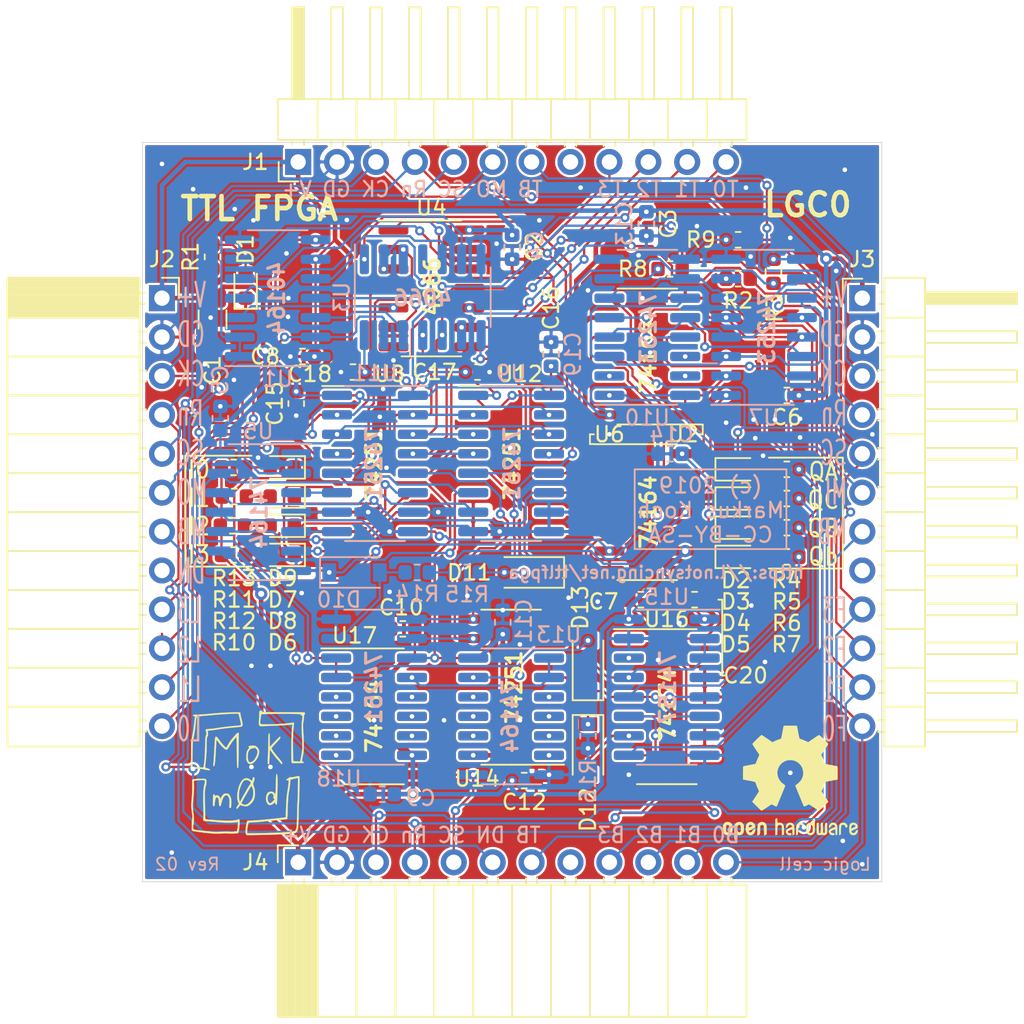
<source format=kicad_pcb>
(kicad_pcb (version 20171130) (host pcbnew 5.1.2)

  (general
    (thickness 1.6)
    (drawings 55)
    (tracks 1484)
    (zones 0)
    (modules 73)
    (nets 111)
  )

  (page A4)
  (layers
    (0 F.Cu signal)
    (31 B.Cu signal)
    (32 B.Adhes user)
    (33 F.Adhes user)
    (34 B.Paste user)
    (35 F.Paste user)
    (36 B.SilkS user)
    (37 F.SilkS user)
    (38 B.Mask user)
    (39 F.Mask user)
    (40 Dwgs.User user)
    (41 Cmts.User user)
    (42 Eco1.User user)
    (43 Eco2.User user)
    (44 Edge.Cuts user)
    (45 Margin user)
    (46 B.CrtYd user)
    (47 F.CrtYd user)
    (48 B.Fab user hide)
    (49 F.Fab user hide)
  )

  (setup
    (last_trace_width 0.1524)
    (user_trace_width 0.3)
    (trace_clearance 0.1524)
    (zone_clearance 0.1524)
    (zone_45_only no)
    (trace_min 0.1524)
    (via_size 0.6)
    (via_drill 0.3)
    (via_min_size 0.4)
    (via_min_drill 0.3)
    (user_via 0.8 0.4)
    (uvia_size 0.3)
    (uvia_drill 0.1)
    (uvias_allowed no)
    (uvia_min_size 0.2)
    (uvia_min_drill 0.1)
    (edge_width 0.05)
    (segment_width 0.2)
    (pcb_text_width 0.3)
    (pcb_text_size 1.5 1.5)
    (mod_edge_width 0.12)
    (mod_text_size 1 1)
    (mod_text_width 0.15)
    (pad_size 1.524 1.524)
    (pad_drill 0.762)
    (pad_to_mask_clearance 0.051)
    (solder_mask_min_width 0.25)
    (aux_axis_origin 0 0)
    (visible_elements FFFFEF7F)
    (pcbplotparams
      (layerselection 0x010fc_ffffffff)
      (usegerberextensions false)
      (usegerberattributes false)
      (usegerberadvancedattributes false)
      (creategerberjobfile false)
      (excludeedgelayer true)
      (linewidth 0.100000)
      (plotframeref false)
      (viasonmask false)
      (mode 1)
      (useauxorigin false)
      (hpglpennumber 1)
      (hpglpenspeed 20)
      (hpglpendiameter 15.000000)
      (psnegative false)
      (psa4output false)
      (plotreference true)
      (plotvalue true)
      (plotinvisibletext false)
      (padsonsilk false)
      (subtractmaskfromsilk false)
      (outputformat 1)
      (mirror false)
      (drillshape 1)
      (scaleselection 1)
      (outputdirectory ""))
  )

  (net 0 "")
  (net 1 GND)
  (net 2 VCC)
  (net 3 "Net-(D1-Pad2)")
  (net 4 /LogicBlock/cfg29)
  (net 5 "Net-(D2-Pad2)")
  (net 6 "Net-(D3-Pad2)")
  (net 7 "Net-(D4-Pad2)")
  (net 8 "Net-(D5-Pad2)")
  (net 9 "Net-(D6-Pad1)")
  (net 10 "Net-(D6-Pad2)")
  (net 11 "Net-(D7-Pad1)")
  (net 12 "Net-(D7-Pad2)")
  (net 13 "Net-(D8-Pad2)")
  (net 14 /LogicBlock/LUTD/lut_in3_n)
  (net 15 /LogicBlock/LUTD/lut_b_en_n)
  (net 16 /LogicBlock/LUTD/lut_a_en_n)
  (net 17 /LogicBlock/LUTD/async_a)
  (net 18 /LogicBlock/LUTD/async_c)
  (net 19 /LogicBlock/LUTD/async_b)
  (net 20 /fabric_t3)
  (net 21 /fabric_t2)
  (net 22 /fabric_t1)
  (net 23 /fabric_t0)
  (net 24 "Net-(J1-Pad8)")
  (net 25 "Net-(J1-Pad7)")
  (net 26 /LogicBlock/isp_mosi)
  (net 27 /LogicBlock/isp_sck)
  (net 28 /LogicBlock/rst_n)
  (net 29 /LogicBlock/clk)
  (net 30 /fabric_l0)
  (net 31 /fabric_l1)
  (net 32 /fabric_l2)
  (net 33 /fabric_l3)
  (net 34 /LogicBlock/isp_miso)
  (net 35 "Net-(J3-Pad8)")
  (net 36 /fabric_b2)
  (net 37 /fabric_b1)
  (net 38 /fabric_b0)
  (net 39 "Net-(J4-Pad8)")
  (net 40 "Net-(R2-Pad2)")
  (net 41 /LogicBlock/lut_out_a)
  (net 42 /LogicBlock/lut_out_c)
  (net 43 /LogicBlock/lut_out_b)
  (net 44 /LogicBlock/lut_out_b_async)
  (net 45 "Net-(R8-Pad2)")
  (net 46 /LogicBlock/cfg28)
  (net 47 /LogicBlock/cfg0)
  (net 48 /LogicBlock/cfg1)
  (net 49 /LogicBlock/cfg2)
  (net 50 /LogicBlock/cfg3)
  (net 51 /LogicBlock/cfg4)
  (net 52 /LogicBlock/cfg5)
  (net 53 /LogicBlock/cfg6)
  (net 54 /LogicBlock/cfg7)
  (net 55 /LogicBlock/cfg15)
  (net 56 /LogicBlock/cfg16)
  (net 57 /LogicBlock/cfg17)
  (net 58 /LogicBlock/cfg18)
  (net 59 /LogicBlock/cfg19)
  (net 60 /LogicBlock/cfg20)
  (net 61 /LogicBlock/cfg21)
  (net 62 /LogicBlock/cfg22)
  (net 63 /LogicBlock/cfg23)
  (net 64 /LogicBlock/cfg14)
  (net 65 /LogicBlock/cfg13)
  (net 66 /LogicBlock/cfg12)
  (net 67 /LogicBlock/cfg11)
  (net 68 /LogicBlock/cfg10)
  (net 69 /LogicBlock/cfg9)
  (net 70 /LogicBlock/cfg8)
  (net 71 /LogicBlock/cfg30)
  (net 72 /LogicBlock/cfg27)
  (net 73 /LogicBlock/cfg26)
  (net 74 /LogicBlock/cfg25)
  (net 75 /LogicBlock/cfg24)
  (net 76 /LogicBlock/lut_in0)
  (net 77 /LogicBlock/lut_in2)
  (net 78 /LogicBlock/lut_in1)
  (net 79 /LogicBlock/lut_in3)
  (net 80 "Net-(U13-Pad12)")
  (net 81 "Net-(U13-Pad11)")
  (net 82 "Net-(U13-Pad10)")
  (net 83 "Net-(U13-Pad6)")
  (net 84 "Net-(U13-Pad5)")
  (net 85 "Net-(U13-Pad4)")
  (net 86 "Net-(U13-Pad3)")
  (net 87 "Net-(U14-Pad6)")
  (net 88 /LogicBlock/LUTD/sync_a)
  (net 89 /LogicBlock/LUTD/sync_c)
  (net 90 /LogicBlock/LUTD/sync_b)
  (net 91 "Net-(U16-Pad15)")
  (net 92 "Net-(U16-Pad12)")
  (net 93 "Net-(U16-Pad10)")
  (net 94 "Net-(U17-Pad3)")
  (net 95 "Net-(U17-Pad4)")
  (net 96 "Net-(U17-Pad5)")
  (net 97 "Net-(U17-Pad6)")
  (net 98 "Net-(U17-Pad10)")
  (net 99 "Net-(U17-Pad11)")
  (net 100 "Net-(U17-Pad12)")
  (net 101 "Net-(U18-Pad6)")
  (net 102 "Net-(D8-Pad1)")
  (net 103 "Net-(D9-Pad2)")
  (net 104 "Net-(R3-Pad2)")
  (net 105 "Net-(R9-Pad2)")
  (net 106 /fabric_b3)
  (net 107 "Net-(U13-Pad1)")
  (net 108 /LogicBlock/cfgLO)
  (net 109 /miso)
  (net 110 /mosi_d)

  (net_class Default "This is the default net class."
    (clearance 0.1524)
    (trace_width 0.1524)
    (via_dia 0.6)
    (via_drill 0.3)
    (uvia_dia 0.3)
    (uvia_drill 0.1)
    (add_net /LogicBlock/LUTD/async_a)
    (add_net /LogicBlock/LUTD/async_b)
    (add_net /LogicBlock/LUTD/async_c)
    (add_net /LogicBlock/LUTD/lut_a_en_n)
    (add_net /LogicBlock/LUTD/lut_b_en_n)
    (add_net /LogicBlock/LUTD/lut_in3_n)
    (add_net /LogicBlock/LUTD/sync_a)
    (add_net /LogicBlock/LUTD/sync_b)
    (add_net /LogicBlock/LUTD/sync_c)
    (add_net /LogicBlock/cfg0)
    (add_net /LogicBlock/cfg1)
    (add_net /LogicBlock/cfg10)
    (add_net /LogicBlock/cfg11)
    (add_net /LogicBlock/cfg12)
    (add_net /LogicBlock/cfg13)
    (add_net /LogicBlock/cfg14)
    (add_net /LogicBlock/cfg15)
    (add_net /LogicBlock/cfg16)
    (add_net /LogicBlock/cfg17)
    (add_net /LogicBlock/cfg18)
    (add_net /LogicBlock/cfg19)
    (add_net /LogicBlock/cfg2)
    (add_net /LogicBlock/cfg20)
    (add_net /LogicBlock/cfg21)
    (add_net /LogicBlock/cfg22)
    (add_net /LogicBlock/cfg23)
    (add_net /LogicBlock/cfg24)
    (add_net /LogicBlock/cfg25)
    (add_net /LogicBlock/cfg26)
    (add_net /LogicBlock/cfg27)
    (add_net /LogicBlock/cfg28)
    (add_net /LogicBlock/cfg29)
    (add_net /LogicBlock/cfg3)
    (add_net /LogicBlock/cfg30)
    (add_net /LogicBlock/cfg4)
    (add_net /LogicBlock/cfg5)
    (add_net /LogicBlock/cfg6)
    (add_net /LogicBlock/cfg7)
    (add_net /LogicBlock/cfg8)
    (add_net /LogicBlock/cfg9)
    (add_net /LogicBlock/cfgLO)
    (add_net /LogicBlock/clk)
    (add_net /LogicBlock/isp_miso)
    (add_net /LogicBlock/isp_mosi)
    (add_net /LogicBlock/isp_sck)
    (add_net /LogicBlock/lut_in0)
    (add_net /LogicBlock/lut_in1)
    (add_net /LogicBlock/lut_in2)
    (add_net /LogicBlock/lut_in3)
    (add_net /LogicBlock/lut_out_a)
    (add_net /LogicBlock/lut_out_b)
    (add_net /LogicBlock/lut_out_b_async)
    (add_net /LogicBlock/lut_out_c)
    (add_net /LogicBlock/rst_n)
    (add_net /fabric_b0)
    (add_net /fabric_b1)
    (add_net /fabric_b2)
    (add_net /fabric_b3)
    (add_net /fabric_l0)
    (add_net /fabric_l1)
    (add_net /fabric_l2)
    (add_net /fabric_l3)
    (add_net /fabric_t0)
    (add_net /fabric_t1)
    (add_net /fabric_t2)
    (add_net /fabric_t3)
    (add_net /miso)
    (add_net /mosi_d)
    (add_net GND)
    (add_net "Net-(D1-Pad2)")
    (add_net "Net-(D2-Pad2)")
    (add_net "Net-(D3-Pad2)")
    (add_net "Net-(D4-Pad2)")
    (add_net "Net-(D5-Pad2)")
    (add_net "Net-(D6-Pad1)")
    (add_net "Net-(D6-Pad2)")
    (add_net "Net-(D7-Pad1)")
    (add_net "Net-(D7-Pad2)")
    (add_net "Net-(D8-Pad1)")
    (add_net "Net-(D8-Pad2)")
    (add_net "Net-(D9-Pad2)")
    (add_net "Net-(J1-Pad7)")
    (add_net "Net-(J1-Pad8)")
    (add_net "Net-(J3-Pad8)")
    (add_net "Net-(J4-Pad8)")
    (add_net "Net-(R2-Pad2)")
    (add_net "Net-(R3-Pad2)")
    (add_net "Net-(R8-Pad2)")
    (add_net "Net-(R9-Pad2)")
    (add_net "Net-(U13-Pad1)")
    (add_net "Net-(U13-Pad10)")
    (add_net "Net-(U13-Pad11)")
    (add_net "Net-(U13-Pad12)")
    (add_net "Net-(U13-Pad3)")
    (add_net "Net-(U13-Pad4)")
    (add_net "Net-(U13-Pad5)")
    (add_net "Net-(U13-Pad6)")
    (add_net "Net-(U14-Pad6)")
    (add_net "Net-(U16-Pad10)")
    (add_net "Net-(U16-Pad12)")
    (add_net "Net-(U16-Pad15)")
    (add_net "Net-(U17-Pad10)")
    (add_net "Net-(U17-Pad11)")
    (add_net "Net-(U17-Pad12)")
    (add_net "Net-(U17-Pad3)")
    (add_net "Net-(U17-Pad4)")
    (add_net "Net-(U17-Pad5)")
    (add_net "Net-(U17-Pad6)")
    (add_net "Net-(U18-Pad6)")
    (add_net VCC)
  )

  (module Diode_SMD:D_SOD-123 (layer F.Cu) (tedit 58645DC7) (tstamp 5CF2C4AF)
    (at 237.363 77.342 90)
    (descr SOD-123)
    (tags SOD-123)
    (path /5D77FDBE/5D7AF013/5D7F6FF8)
    (attr smd)
    (fp_text reference D13 (at 3.809 -0.508 90) (layer F.SilkS)
      (effects (font (size 1 1) (thickness 0.15)))
    )
    (fp_text value D_Schottky (at 0 2.1 90) (layer F.Fab)
      (effects (font (size 1 1) (thickness 0.15)))
    )
    (fp_line (start -2.25 -1) (end 1.65 -1) (layer F.SilkS) (width 0.12))
    (fp_line (start -2.25 1) (end 1.65 1) (layer F.SilkS) (width 0.12))
    (fp_line (start -2.35 -1.15) (end -2.35 1.15) (layer F.CrtYd) (width 0.05))
    (fp_line (start 2.35 1.15) (end -2.35 1.15) (layer F.CrtYd) (width 0.05))
    (fp_line (start 2.35 -1.15) (end 2.35 1.15) (layer F.CrtYd) (width 0.05))
    (fp_line (start -2.35 -1.15) (end 2.35 -1.15) (layer F.CrtYd) (width 0.05))
    (fp_line (start -1.4 -0.9) (end 1.4 -0.9) (layer F.Fab) (width 0.1))
    (fp_line (start 1.4 -0.9) (end 1.4 0.9) (layer F.Fab) (width 0.1))
    (fp_line (start 1.4 0.9) (end -1.4 0.9) (layer F.Fab) (width 0.1))
    (fp_line (start -1.4 0.9) (end -1.4 -0.9) (layer F.Fab) (width 0.1))
    (fp_line (start -0.75 0) (end -0.35 0) (layer F.Fab) (width 0.1))
    (fp_line (start -0.35 0) (end -0.35 -0.55) (layer F.Fab) (width 0.1))
    (fp_line (start -0.35 0) (end -0.35 0.55) (layer F.Fab) (width 0.1))
    (fp_line (start -0.35 0) (end 0.25 -0.4) (layer F.Fab) (width 0.1))
    (fp_line (start 0.25 -0.4) (end 0.25 0.4) (layer F.Fab) (width 0.1))
    (fp_line (start 0.25 0.4) (end -0.35 0) (layer F.Fab) (width 0.1))
    (fp_line (start 0.25 0) (end 0.75 0) (layer F.Fab) (width 0.1))
    (fp_line (start -2.25 -1) (end -2.25 1) (layer F.SilkS) (width 0.12))
    (fp_text user %R (at 0 -2 90) (layer F.Fab)
      (effects (font (size 1 1) (thickness 0.15)))
    )
    (pad 2 smd rect (at 1.65 0 90) (size 0.9 1.2) (layers F.Cu F.Paste F.Mask)
      (net 19 /LogicBlock/LUTD/async_b))
    (pad 1 smd rect (at -1.65 0 90) (size 0.9 1.2) (layers F.Cu F.Paste F.Mask)
      (net 18 /LogicBlock/LUTD/async_c))
    (model ${KISYS3DMOD}/Diode_SMD.3dshapes/D_SOD-123.wrl
      (at (xyz 0 0 0))
      (scale (xyz 1 1 1))
      (rotate (xyz 0 0 0))
    )
  )

  (module Diode_SMD:D_SOD-123 (layer F.Cu) (tedit 58645DC7) (tstamp 5CF2C49C)
    (at 237.363 82.805 270)
    (descr SOD-123)
    (tags SOD-123)
    (path /5D77FDBE/5D7AF013/5D7F6986)
    (attr smd)
    (fp_text reference D12 (at 3.936 0 90) (layer F.SilkS)
      (effects (font (size 1 1) (thickness 0.15)))
    )
    (fp_text value D_Schottky (at 0 2.1 90) (layer F.Fab)
      (effects (font (size 1 1) (thickness 0.15)))
    )
    (fp_line (start -2.25 -1) (end 1.65 -1) (layer F.SilkS) (width 0.12))
    (fp_line (start -2.25 1) (end 1.65 1) (layer F.SilkS) (width 0.12))
    (fp_line (start -2.35 -1.15) (end -2.35 1.15) (layer F.CrtYd) (width 0.05))
    (fp_line (start 2.35 1.15) (end -2.35 1.15) (layer F.CrtYd) (width 0.05))
    (fp_line (start 2.35 -1.15) (end 2.35 1.15) (layer F.CrtYd) (width 0.05))
    (fp_line (start -2.35 -1.15) (end 2.35 -1.15) (layer F.CrtYd) (width 0.05))
    (fp_line (start -1.4 -0.9) (end 1.4 -0.9) (layer F.Fab) (width 0.1))
    (fp_line (start 1.4 -0.9) (end 1.4 0.9) (layer F.Fab) (width 0.1))
    (fp_line (start 1.4 0.9) (end -1.4 0.9) (layer F.Fab) (width 0.1))
    (fp_line (start -1.4 0.9) (end -1.4 -0.9) (layer F.Fab) (width 0.1))
    (fp_line (start -0.75 0) (end -0.35 0) (layer F.Fab) (width 0.1))
    (fp_line (start -0.35 0) (end -0.35 -0.55) (layer F.Fab) (width 0.1))
    (fp_line (start -0.35 0) (end -0.35 0.55) (layer F.Fab) (width 0.1))
    (fp_line (start -0.35 0) (end 0.25 -0.4) (layer F.Fab) (width 0.1))
    (fp_line (start 0.25 -0.4) (end 0.25 0.4) (layer F.Fab) (width 0.1))
    (fp_line (start 0.25 0.4) (end -0.35 0) (layer F.Fab) (width 0.1))
    (fp_line (start 0.25 0) (end 0.75 0) (layer F.Fab) (width 0.1))
    (fp_line (start -2.25 -1) (end -2.25 1) (layer F.SilkS) (width 0.12))
    (fp_text user %R (at 0 -2 90) (layer F.Fab)
      (effects (font (size 1 1) (thickness 0.15)))
    )
    (pad 2 smd rect (at 1.65 0 270) (size 0.9 1.2) (layers F.Cu F.Paste F.Mask)
      (net 17 /LogicBlock/LUTD/async_a))
    (pad 1 smd rect (at -1.65 0 270) (size 0.9 1.2) (layers F.Cu F.Paste F.Mask)
      (net 18 /LogicBlock/LUTD/async_c))
    (model ${KISYS3DMOD}/Diode_SMD.3dshapes/D_SOD-123.wrl
      (at (xyz 0 0 0))
      (scale (xyz 1 1 1))
      (rotate (xyz 0 0 0))
    )
  )

  (module Diode_SMD:D_SOD-123 (layer F.Cu) (tedit 58645DC7) (tstamp 5CF2C489)
    (at 233.552 71.247 180)
    (descr SOD-123)
    (tags SOD-123)
    (path /5D77FDBE/5D7AF013/5D50C782)
    (attr smd)
    (fp_text reference D11 (at 3.936 0) (layer F.SilkS)
      (effects (font (size 1 1) (thickness 0.15)))
    )
    (fp_text value D_Schottky (at 0 2.1) (layer F.Fab)
      (effects (font (size 1 1) (thickness 0.15)))
    )
    (fp_line (start -2.25 -1) (end 1.65 -1) (layer F.SilkS) (width 0.12))
    (fp_line (start -2.25 1) (end 1.65 1) (layer F.SilkS) (width 0.12))
    (fp_line (start -2.35 -1.15) (end -2.35 1.15) (layer F.CrtYd) (width 0.05))
    (fp_line (start 2.35 1.15) (end -2.35 1.15) (layer F.CrtYd) (width 0.05))
    (fp_line (start 2.35 -1.15) (end 2.35 1.15) (layer F.CrtYd) (width 0.05))
    (fp_line (start -2.35 -1.15) (end 2.35 -1.15) (layer F.CrtYd) (width 0.05))
    (fp_line (start -1.4 -0.9) (end 1.4 -0.9) (layer F.Fab) (width 0.1))
    (fp_line (start 1.4 -0.9) (end 1.4 0.9) (layer F.Fab) (width 0.1))
    (fp_line (start 1.4 0.9) (end -1.4 0.9) (layer F.Fab) (width 0.1))
    (fp_line (start -1.4 0.9) (end -1.4 -0.9) (layer F.Fab) (width 0.1))
    (fp_line (start -0.75 0) (end -0.35 0) (layer F.Fab) (width 0.1))
    (fp_line (start -0.35 0) (end -0.35 -0.55) (layer F.Fab) (width 0.1))
    (fp_line (start -0.35 0) (end -0.35 0.55) (layer F.Fab) (width 0.1))
    (fp_line (start -0.35 0) (end 0.25 -0.4) (layer F.Fab) (width 0.1))
    (fp_line (start 0.25 -0.4) (end 0.25 0.4) (layer F.Fab) (width 0.1))
    (fp_line (start 0.25 0.4) (end -0.35 0) (layer F.Fab) (width 0.1))
    (fp_line (start 0.25 0) (end 0.75 0) (layer F.Fab) (width 0.1))
    (fp_line (start -2.25 -1) (end -2.25 1) (layer F.SilkS) (width 0.12))
    (fp_text user %R (at 0 -2) (layer F.Fab)
      (effects (font (size 1 1) (thickness 0.15)))
    )
    (pad 2 smd rect (at 1.65 0 180) (size 0.9 1.2) (layers F.Cu F.Paste F.Mask)
      (net 16 /LogicBlock/LUTD/lut_a_en_n))
    (pad 1 smd rect (at -1.65 0 180) (size 0.9 1.2) (layers F.Cu F.Paste F.Mask)
      (net 79 /LogicBlock/lut_in3))
    (model ${KISYS3DMOD}/Diode_SMD.3dshapes/D_SOD-123.wrl
      (at (xyz 0 0 0))
      (scale (xyz 1 1 1))
      (rotate (xyz 0 0 0))
    )
  )

  (module Diode_SMD:D_SOD-123 (layer B.Cu) (tedit 58645DC7) (tstamp 5CF54C28)
    (at 222.122 71.247)
    (descr SOD-123)
    (tags SOD-123)
    (path /5D77FDBE/5D7AF013/5D544D70)
    (attr smd)
    (fp_text reference D10 (at -1.015 1.778) (layer B.SilkS)
      (effects (font (size 1 1) (thickness 0.15)) (justify mirror))
    )
    (fp_text value D_Schottky (at 0 -2.1) (layer B.Fab)
      (effects (font (size 1 1) (thickness 0.15)) (justify mirror))
    )
    (fp_line (start -2.25 1) (end 1.65 1) (layer B.SilkS) (width 0.12))
    (fp_line (start -2.25 -1) (end 1.65 -1) (layer B.SilkS) (width 0.12))
    (fp_line (start -2.35 1.15) (end -2.35 -1.15) (layer B.CrtYd) (width 0.05))
    (fp_line (start 2.35 -1.15) (end -2.35 -1.15) (layer B.CrtYd) (width 0.05))
    (fp_line (start 2.35 1.15) (end 2.35 -1.15) (layer B.CrtYd) (width 0.05))
    (fp_line (start -2.35 1.15) (end 2.35 1.15) (layer B.CrtYd) (width 0.05))
    (fp_line (start -1.4 0.9) (end 1.4 0.9) (layer B.Fab) (width 0.1))
    (fp_line (start 1.4 0.9) (end 1.4 -0.9) (layer B.Fab) (width 0.1))
    (fp_line (start 1.4 -0.9) (end -1.4 -0.9) (layer B.Fab) (width 0.1))
    (fp_line (start -1.4 -0.9) (end -1.4 0.9) (layer B.Fab) (width 0.1))
    (fp_line (start -0.75 0) (end -0.35 0) (layer B.Fab) (width 0.1))
    (fp_line (start -0.35 0) (end -0.35 0.55) (layer B.Fab) (width 0.1))
    (fp_line (start -0.35 0) (end -0.35 -0.55) (layer B.Fab) (width 0.1))
    (fp_line (start -0.35 0) (end 0.25 0.4) (layer B.Fab) (width 0.1))
    (fp_line (start 0.25 0.4) (end 0.25 -0.4) (layer B.Fab) (width 0.1))
    (fp_line (start 0.25 -0.4) (end -0.35 0) (layer B.Fab) (width 0.1))
    (fp_line (start 0.25 0) (end 0.75 0) (layer B.Fab) (width 0.1))
    (fp_line (start -2.25 1) (end -2.25 -1) (layer B.SilkS) (width 0.12))
    (fp_text user %R (at 0 2) (layer B.Fab)
      (effects (font (size 1 1) (thickness 0.15)) (justify mirror))
    )
    (pad 2 smd rect (at 1.65 0) (size 0.9 1.2) (layers B.Cu B.Paste B.Mask)
      (net 15 /LogicBlock/LUTD/lut_b_en_n))
    (pad 1 smd rect (at -1.65 0) (size 0.9 1.2) (layers B.Cu B.Paste B.Mask)
      (net 14 /LogicBlock/LUTD/lut_in3_n))
    (model ${KISYS3DMOD}/Diode_SMD.3dshapes/D_SOD-123.wrl
      (at (xyz 0 0 0))
      (scale (xyz 1 1 1))
      (rotate (xyz 0 0 0))
    )
  )

  (module lib_mokmod:lib_mokmod (layer F.Cu) (tedit 0) (tstamp 5D04D5CE)
    (at 215.138 84.328)
    (attr virtual)
    (fp_text reference G*** (at 0 0) (layer F.SilkS) hide
      (effects (font (size 1.524 1.524) (thickness 0.3)))
    )
    (fp_text value LOGO (at 0.75 0) (layer F.SilkS) hide
      (effects (font (size 1.524 1.524) (thickness 0.3)))
    )
    (fp_poly (pts (xy 0.882644 -4.062544) (xy 0.891811 -4.059054) (xy 0.916301 -4.046474) (xy 0.930145 -4.031899)
      (xy 0.935572 -4.019506) (xy 0.943411 -3.999666) (xy 0.953654 -3.986888) (xy 0.97003 -3.978818)
      (xy 0.996269 -3.973106) (xy 1.01317 -3.970552) (xy 1.027303 -3.969605) (xy 1.056192 -3.968628)
      (xy 1.099198 -3.967629) (xy 1.155684 -3.966613) (xy 1.225012 -3.965587) (xy 1.306543 -3.964557)
      (xy 1.399639 -3.96353) (xy 1.503662 -3.962513) (xy 1.617975 -3.961511) (xy 1.741939 -3.960532)
      (xy 1.874915 -3.959582) (xy 2.016266 -3.958668) (xy 2.165354 -3.957795) (xy 2.321541 -3.95697)
      (xy 2.370666 -3.956729) (xy 2.541404 -3.955885) (xy 2.697385 -3.955074) (xy 2.839246 -3.954287)
      (xy 2.967622 -3.953517) (xy 3.083152 -3.952755) (xy 3.186471 -3.951993) (xy 3.278217 -3.951223)
      (xy 3.359025 -3.950437) (xy 3.429534 -3.949627) (xy 3.490378 -3.948786) (xy 3.542196 -3.947904)
      (xy 3.585624 -3.946974) (xy 3.621298 -3.945989) (xy 3.649856 -3.944939) (xy 3.671933 -3.943817)
      (xy 3.688167 -3.942614) (xy 3.699195 -3.941324) (xy 3.705652 -3.939937) (xy 3.705877 -3.939861)
      (xy 3.734617 -3.923702) (xy 3.750326 -3.900782) (xy 3.752684 -3.873022) (xy 3.741372 -3.842344)
      (xy 3.725671 -3.820754) (xy 3.712765 -3.80399) (xy 3.703006 -3.785372) (xy 3.695794 -3.762247)
      (xy 3.690528 -3.731963) (xy 3.686607 -3.691868) (xy 3.68343 -3.639309) (xy 3.683115 -3.632969)
      (xy 3.674635 -3.517752) (xy 3.660952 -3.407897) (xy 3.642638 -3.307886) (xy 3.640136 -3.296668)
      (xy 3.631236 -3.250908) (xy 3.62492 -3.201896) (xy 3.621156 -3.147687) (xy 3.619911 -3.086336)
      (xy 3.62115 -3.015898) (xy 3.624842 -2.934429) (xy 3.630951 -2.839983) (xy 3.632059 -2.824787)
      (xy 3.640968 -2.694518) (xy 3.6487 -2.561913) (xy 3.655245 -2.428324) (xy 3.66059 -2.295106)
      (xy 3.664725 -2.163609) (xy 3.667638 -2.035186) (xy 3.669317 -1.911191) (xy 3.669752 -1.792976)
      (xy 3.668931 -1.681893) (xy 3.666842 -1.579295) (xy 3.663474 -1.486535) (xy 3.658816 -1.404964)
      (xy 3.652857 -1.335937) (xy 3.645585 -1.280804) (xy 3.64506 -1.277696) (xy 3.639765 -1.248605)
      (xy 3.632015 -1.208332) (xy 3.622577 -1.160748) (xy 3.612217 -1.109726) (xy 3.60315 -1.06603)
      (xy 3.58713 -0.986511) (xy 3.574408 -0.91663) (xy 3.565112 -0.857352) (xy 3.559371 -0.809645)
      (xy 3.557312 -0.774474) (xy 3.559065 -0.752807) (xy 3.560919 -0.748046) (xy 3.572111 -0.739079)
      (xy 3.593362 -0.728473) (xy 3.617657 -0.719357) (xy 3.652679 -0.705626) (xy 3.672925 -0.691538)
      (xy 3.679013 -0.676498) (xy 3.674675 -0.664259) (xy 3.661589 -0.652446) (xy 3.643926 -0.643858)
      (xy 3.632345 -0.642498) (xy 3.60727 -0.641167) (xy 3.570602 -0.639885) (xy 3.524243 -0.638671)
      (xy 3.470092 -0.637544) (xy 3.410049 -0.636524) (xy 3.346017 -0.635629) (xy 3.279894 -0.634881)
      (xy 3.213583 -0.634297) (xy 3.148982 -0.633897) (xy 3.087994 -0.633701) (xy 3.032518 -0.633729)
      (xy 2.984456 -0.633998) (xy 2.945707 -0.634529) (xy 2.918172 -0.635342) (xy 2.904621 -0.636319)
      (xy 2.88808 -0.640755) (xy 2.879737 -0.651268) (xy 2.875741 -0.668129) (xy 2.872518 -0.695426)
      (xy 2.869548 -0.736927) (xy 2.866851 -0.791445) (xy 2.864446 -0.857789) (xy 2.862353 -0.934774)
      (xy 2.86059 -1.02121) (xy 2.859178 -1.11591) (xy 2.858136 -1.217685) (xy 2.857483 -1.325348)
      (xy 2.857239 -1.43771) (xy 2.857423 -1.553583) (xy 2.858054 -1.671779) (xy 2.858478 -1.724121)
      (xy 2.86013 -1.890006) (xy 2.862003 -2.041374) (xy 2.86413 -2.1791) (xy 2.866547 -2.304059)
      (xy 2.869289 -2.417126) (xy 2.872389 -2.519178) (xy 2.875882 -2.61109) (xy 2.879804 -2.693736)
      (xy 2.884187 -2.767992) (xy 2.889067 -2.834734) (xy 2.894479 -2.894836) (xy 2.900456 -2.949175)
      (xy 2.907034 -2.998626) (xy 2.909356 -3.014108) (xy 2.91517 -3.053202) (xy 2.919985 -3.088291)
      (xy 2.923333 -3.115775) (xy 2.924749 -3.13205) (xy 2.924767 -3.132982) (xy 2.924848 -3.152541)
      (xy 2.761615 -3.135282) (xy 2.698919 -3.128956) (xy 2.633231 -3.122957) (xy 2.563218 -3.117202)
      (xy 2.487544 -3.111607) (xy 2.404875 -3.106089) (xy 2.313878 -3.100563) (xy 2.213218 -3.094946)
      (xy 2.10156 -3.089154) (xy 1.977571 -3.083103) (xy 1.839915 -3.076711) (xy 1.797242 -3.074781)
      (xy 1.772207 -3.07374) (xy 1.733538 -3.072245) (xy 1.682988 -3.070359) (xy 1.622308 -3.068146)
      (xy 1.553252 -3.065668) (xy 1.47757 -3.062989) (xy 1.397014 -3.060171) (xy 1.313337 -3.057278)
      (xy 1.258786 -3.05541) (xy 0.812694 -3.040195) (xy 0.794932 -3.061415) (xy 0.76363 -3.105415)
      (xy 0.742689 -3.149234) (xy 0.735083 -3.178848) (xy 0.734188 -3.195589) (xy 0.734205 -3.225313)
      (xy 0.735065 -3.26564) (xy 0.735733 -3.285465) (xy 0.823576 -3.285465) (xy 0.828032 -3.241919)
      (xy 0.841901 -3.209577) (xy 0.865935 -3.186914) (xy 0.874583 -3.182099) (xy 0.883088 -3.178327)
      (xy 0.892983 -3.175227) (xy 0.905838 -3.172716) (xy 0.92322 -3.170713) (xy 0.946696 -3.169135)
      (xy 0.977835 -3.167899) (xy 1.018204 -3.166925) (xy 1.069371 -3.166129) (xy 1.132904 -3.165429)
      (xy 1.204576 -3.164791) (xy 1.490003 -3.165601) (xy 1.776652 -3.172662) (xy 2.061314 -3.185795)
      (xy 2.340782 -3.20482) (xy 2.611848 -3.229561) (xy 2.840182 -3.255828) (xy 2.891314 -3.262298)
      (xy 2.937329 -3.268068) (xy 2.976038 -3.272866) (xy 3.005248 -3.276424) (xy 3.022771 -3.27847)
      (xy 3.026833 -3.278861) (xy 3.029918 -3.274161) (xy 3.031462 -3.259568) (xy 3.031419 -3.234444)
      (xy 3.029741 -3.198145) (xy 3.026381 -3.150032) (xy 3.021294 -3.089464) (xy 3.014431 -3.015799)
      (xy 3.005745 -2.928396) (xy 2.995191 -2.826615) (xy 2.990512 -2.782454) (xy 2.987639 -2.749642)
      (xy 2.984543 -2.703979) (xy 2.981351 -2.648004) (xy 2.978189 -2.584258) (xy 2.975184 -2.515278)
      (xy 2.972461 -2.443605) (xy 2.970227 -2.374515) (xy 2.968197 -2.293637) (xy 2.966616 -2.205797)
      (xy 2.965466 -2.112157) (xy 2.964729 -2.013879) (xy 2.964387 -1.912126) (xy 2.964421 -1.808061)
      (xy 2.964815 -1.702847) (xy 2.965549 -1.597647) (xy 2.966606 -1.493622) (xy 2.967969 -1.391937)
      (xy 2.969618 -1.293754) (xy 2.971536 -1.200235) (xy 2.973706 -1.112543) (xy 2.976108 -1.031842)
      (xy 2.978726 -0.959293) (xy 2.981541 -0.89606) (xy 2.984535 -0.843306) (xy 2.987691 -0.802192)
      (xy 2.990989 -0.773883) (xy 2.994413 -0.75954) (xy 2.995207 -0.758348) (xy 3.00344 -0.757177)
      (xy 3.024992 -0.755516) (xy 3.057802 -0.753485) (xy 3.099805 -0.751203) (xy 3.14894 -0.748789)
      (xy 3.198297 -0.746572) (xy 3.252441 -0.744152) (xy 3.30161 -0.741782) (xy 3.343679 -0.739577)
      (xy 3.376525 -0.737655) (xy 3.398023 -0.736132) (xy 3.405909 -0.735199) (xy 3.417346 -0.732791)
      (xy 3.424593 -0.738147) (xy 3.43073 -0.754407) (xy 3.433084 -0.762875) (xy 3.441432 -0.796955)
      (xy 3.451759 -0.844104) (xy 3.463669 -0.902182) (xy 3.476763 -0.96905) (xy 3.490644 -1.042566)
      (xy 3.504913 -1.120593) (xy 3.519173 -1.200988) (xy 3.533026 -1.281613) (xy 3.546075 -1.360327)
      (xy 3.557402 -1.431636) (xy 3.565246 -1.495353) (xy 3.570829 -1.570937) (xy 3.574146 -1.658837)
      (xy 3.575197 -1.759504) (xy 3.573978 -1.873384) (xy 3.570486 -2.000928) (xy 3.56472 -2.142585)
      (xy 3.556677 -2.298803) (xy 3.552051 -2.378363) (xy 3.545127 -2.498841) (xy 3.539626 -2.607034)
      (xy 3.535437 -2.705975) (xy 3.532453 -2.798699) (xy 3.530565 -2.888238) (xy 3.529665 -2.977625)
      (xy 3.529569 -3.005666) (xy 3.52906 -3.267363) (xy 3.554921 -3.417454) (xy 3.563456 -3.469541)
      (xy 3.571265 -3.521944) (xy 3.577811 -3.570694) (xy 3.582558 -3.611824) (xy 3.584841 -3.638893)
      (xy 3.586066 -3.679477) (xy 3.583379 -3.707451) (xy 3.575387 -3.725393) (xy 3.560697 -3.735879)
      (xy 3.537916 -3.741486) (xy 3.528745 -3.742664) (xy 3.505039 -3.747122) (xy 3.486746 -3.753658)
      (xy 3.482883 -3.756117) (xy 3.472444 -3.773337) (xy 3.473638 -3.793322) (xy 3.485788 -3.809592)
      (xy 3.488651 -3.811388) (xy 3.498049 -3.817406) (xy 3.497156 -3.821146) (xy 3.484009 -3.824301)
      (xy 3.471333 -3.826326) (xy 3.444873 -3.829157) (xy 3.404059 -3.831835) (xy 3.349928 -3.834345)
      (xy 3.283519 -3.836673) (xy 3.205871 -3.838805) (xy 3.118022 -3.840726) (xy 3.021011 -3.842421)
      (xy 2.915876 -3.843877) (xy 2.803656 -3.84508) (xy 2.685389 -3.846013) (xy 2.562114 -3.846665)
      (xy 2.434869 -3.847019) (xy 2.304693 -3.847061) (xy 2.172624 -3.846778) (xy 2.039701 -3.846154)
      (xy 2.039697 -3.846154) (xy 1.91475 -3.845288) (xy 1.792699 -3.844215) (xy 1.674484 -3.842957)
      (xy 1.561043 -3.841532) (xy 1.453315 -3.839961) (xy 1.352241 -3.838264) (xy 1.258758 -3.83646)
      (xy 1.173806 -3.83457) (xy 1.098323 -3.832613) (xy 1.03325 -3.830609) (xy 0.979525 -3.828578)
      (xy 0.938088 -3.826539) (xy 0.909876 -3.824514) (xy 0.89583 -3.822521) (xy 0.894503 -3.821917)
      (xy 0.892426 -3.813444) (xy 0.888759 -3.791827) (xy 0.883786 -3.759202) (xy 0.877789 -3.717703)
      (xy 0.871049 -3.669468) (xy 0.86385 -3.61663) (xy 0.856474 -3.561326) (xy 0.849203 -3.505691)
      (xy 0.842319 -3.451861) (xy 0.836105 -3.401972) (xy 0.830843 -3.358159) (xy 0.826816 -3.322557)
      (xy 0.824306 -3.297303) (xy 0.823576 -3.285465) (xy 0.735733 -3.285465) (xy 0.736703 -3.31419)
      (xy 0.739049 -3.368584) (xy 0.742038 -3.426441) (xy 0.742181 -3.429) (xy 0.745919 -3.496753)
      (xy 0.749834 -3.57007) (xy 0.753692 -3.644404) (xy 0.75726 -3.715209) (xy 0.760303 -3.777939)
      (xy 0.761789 -3.81) (xy 0.764448 -3.860827) (xy 0.767596 -3.908115) (xy 0.770997 -3.949098)
      (xy 0.774413 -3.981012) (xy 0.777607 -4.00109) (xy 0.778441 -4.004251) (xy 0.795116 -4.039913)
      (xy 0.817967 -4.06148) (xy 0.847106 -4.069005) (xy 0.882644 -4.062544)) (layer F.SilkS) (width 0.01))
    (fp_poly (pts (xy 0.413839 -1.778171) (xy 0.487472 -1.76212) (xy 0.552827 -1.733891) (xy 0.610616 -1.693201)
      (xy 0.661555 -1.639769) (xy 0.692947 -1.595534) (xy 0.728063 -1.525928) (xy 0.749524 -1.449748)
      (xy 0.757294 -1.367599) (xy 0.751337 -1.280085) (xy 0.731616 -1.187811) (xy 0.719845 -1.149644)
      (xy 0.679778 -1.046656) (xy 0.630809 -0.949135) (xy 0.574189 -0.858661) (xy 0.511166 -0.776816)
      (xy 0.442992 -0.705178) (xy 0.370915 -0.645328) (xy 0.296185 -0.598846) (xy 0.276609 -0.589207)
      (xy 0.229472 -0.574371) (xy 0.177682 -0.569812) (xy 0.127353 -0.575725) (xy 0.102113 -0.583671)
      (xy 0.062884 -0.606703) (xy 0.024317 -0.642488) (xy -0.011571 -0.688444) (xy -0.04276 -0.74199)
      (xy -0.067062 -0.800039) (xy -0.073472 -0.820456) (xy -0.078089 -0.840336) (xy -0.081205 -0.862769)
      (xy -0.08311 -0.890842) (xy -0.084093 -0.927643) (xy -0.084445 -0.976259) (xy -0.084462 -0.985212)
      (xy -0.083487 -1.05788) (xy 0.016518 -1.05788) (xy 0.018467 -0.989939) (xy 0.022947 -0.926482)
      (xy 0.029926 -0.871194) (xy 0.038403 -0.831167) (xy 0.051078 -0.798647) (xy 0.070429 -0.763815)
      (xy 0.093123 -0.731757) (xy 0.115825 -0.707559) (xy 0.123151 -0.701891) (xy 0.152511 -0.689175)
      (xy 0.187591 -0.687778) (xy 0.229873 -0.697839) (xy 0.273879 -0.716122) (xy 0.334098 -0.752854)
      (xy 0.392535 -0.804598) (xy 0.448925 -0.87105) (xy 0.503007 -0.951902) (xy 0.549789 -1.037325)
      (xy 0.590963 -1.126097) (xy 0.621283 -1.206263) (xy 0.640579 -1.277284) (xy 0.648679 -1.338622)
      (xy 0.648942 -1.350818) (xy 0.641794 -1.421635) (xy 0.620651 -1.486091) (xy 0.585681 -1.543838)
      (xy 0.537053 -1.594525) (xy 0.527967 -1.601996) (xy 0.49674 -1.624584) (xy 0.473047 -1.635825)
      (xy 0.454683 -1.636294) (xy 0.439441 -1.626566) (xy 0.438292 -1.625366) (xy 0.428336 -1.616769)
      (xy 0.415049 -1.610434) (xy 0.39542 -1.605624) (xy 0.366441 -1.601604) (xy 0.325104 -1.597637)
      (xy 0.324905 -1.59762) (xy 0.265315 -1.584985) (xy 0.209117 -1.55853) (xy 0.157727 -1.519701)
      (xy 0.112559 -1.469946) (xy 0.075028 -1.410711) (xy 0.046548 -1.343443) (xy 0.034613 -1.300787)
      (xy 0.026146 -1.251759) (xy 0.020327 -1.192475) (xy 0.017128 -1.12662) (xy 0.016518 -1.05788)
      (xy -0.083487 -1.05788) (xy -0.083015 -1.093007) (xy -0.07811 -1.187172) (xy -0.06939 -1.269155)
      (xy -0.056497 -1.340402) (xy -0.039077 -1.402362) (xy -0.016772 -1.456483) (xy 0.010773 -1.504212)
      (xy 0.043916 -1.546997) (xy 0.05743 -1.561617) (xy 0.079396 -1.585522) (xy 0.096504 -1.606331)
      (xy 0.10633 -1.620986) (xy 0.107757 -1.625161) (xy 0.102547 -1.637308) (xy 0.089535 -1.653746)
      (xy 0.084326 -1.659023) (xy 0.066985 -1.682189) (xy 0.064652 -1.703714) (xy 0.077006 -1.723356)
      (xy 0.103725 -1.740875) (xy 0.144488 -1.75603) (xy 0.198972 -1.76858) (xy 0.238888 -1.774863)
      (xy 0.331216 -1.782325) (xy 0.413839 -1.778171)) (layer F.SilkS) (width 0.01))
    (fp_poly (pts (xy 1.416074 -2.573229) (xy 1.430249 -2.555754) (xy 1.440093 -2.526748) (xy 1.441464 -2.513429)
      (xy 1.442747 -2.486324) (xy 1.443917 -2.44704) (xy 1.444946 -2.397186) (xy 1.445806 -2.338369)
      (xy 1.446471 -2.272197) (xy 1.446913 -2.200278) (xy 1.447104 -2.124219) (xy 1.44711 -2.112818)
      (xy 1.447256 -2.037054) (xy 1.447646 -1.965819) (xy 1.448252 -1.900624) (xy 1.44905 -1.842981)
      (xy 1.450013 -1.794399) (xy 1.451115 -1.756391) (xy 1.452331 -1.730466) (xy 1.453634 -1.718136)
      (xy 1.453891 -1.717453) (xy 1.464894 -1.711164) (xy 1.471901 -1.713604) (xy 1.479514 -1.720569)
      (xy 1.496374 -1.737572) (xy 1.521278 -1.763348) (xy 1.553022 -1.796635) (xy 1.590403 -1.836167)
      (xy 1.632214 -1.880681) (xy 1.677254 -1.928913) (xy 1.687233 -1.939636) (xy 1.754307 -2.011336)
      (xy 1.818013 -2.078619) (xy 1.877559 -2.140693) (xy 1.932152 -2.196765) (xy 1.980999 -2.246042)
      (xy 2.023307 -2.287731) (xy 2.058285 -2.321039) (xy 2.085139 -2.345174) (xy 2.103076 -2.359343)
      (xy 2.110501 -2.362969) (xy 2.127452 -2.356319) (xy 2.137154 -2.336276) (xy 2.139757 -2.308428)
      (xy 2.138725 -2.292678) (xy 2.135104 -2.276399) (xy 2.12811 -2.258591) (xy 2.116956 -2.238256)
      (xy 2.100857 -2.214395) (xy 2.079029 -2.186009) (xy 2.050685 -2.152099) (xy 2.01504 -2.111667)
      (xy 1.97131 -2.063714) (xy 1.918707 -2.00724) (xy 1.856448 -1.941247) (xy 1.824804 -1.907898)
      (xy 1.757315 -1.836253) (xy 1.699862 -1.773962) (xy 1.652673 -1.721285) (xy 1.615976 -1.678479)
      (xy 1.589997 -1.645803) (xy 1.576134 -1.625549) (xy 1.56922 -1.612182) (xy 1.567761 -1.600587)
      (xy 1.572226 -1.585354) (xy 1.58143 -1.564645) (xy 1.604607 -1.520841) (xy 1.638159 -1.46681)
      (xy 1.681584 -1.403218) (xy 1.734381 -1.330733) (xy 1.796047 -1.250021) (xy 1.866082 -1.16175)
      (xy 1.943984 -1.066586) (xy 2.029251 -0.965196) (xy 2.054891 -0.935181) (xy 2.110331 -0.869728)
      (xy 2.155741 -0.814354) (xy 2.191833 -0.768114) (xy 2.219321 -0.73006) (xy 2.238918 -0.699249)
      (xy 2.251337 -0.674734) (xy 2.251357 -0.674688) (xy 2.26133 -0.639246) (xy 2.261412 -0.607143)
      (xy 2.25175 -0.582238) (xy 2.247628 -0.577386) (xy 2.234612 -0.568613) (xy 2.220168 -0.568582)
      (xy 2.202755 -0.578279) (xy 2.180833 -0.598691) (xy 2.152862 -0.630804) (xy 2.140632 -0.645898)
      (xy 2.118675 -0.672801) (xy 2.089172 -0.70814) (xy 2.054757 -0.748805) (xy 2.018063 -0.791684)
      (xy 1.981725 -0.833665) (xy 1.980456 -0.835121) (xy 1.865008 -0.971084) (xy 1.754299 -1.108968)
      (xy 1.644578 -1.253533) (xy 1.572843 -1.352174) (xy 1.533619 -1.406302) (xy 1.502352 -1.448041)
      (xy 1.479143 -1.477267) (xy 1.464091 -1.493858) (xy 1.457295 -1.497688) (xy 1.456904 -1.496698)
      (xy 1.455985 -1.483631) (xy 1.454554 -1.457132) (xy 1.452692 -1.419154) (xy 1.450483 -1.371647)
      (xy 1.448009 -1.316563) (xy 1.445353 -1.255853) (xy 1.442598 -1.191468) (xy 1.439826 -1.125359)
      (xy 1.437121 -1.059478) (xy 1.434566 -0.995777) (xy 1.432242 -0.936205) (xy 1.430234 -0.882715)
      (xy 1.428623 -0.837258) (xy 1.427683 -0.808181) (xy 1.425295 -0.73704) (xy 1.422581 -0.680003)
      (xy 1.419074 -0.635785) (xy 1.414308 -0.603096) (xy 1.407814 -0.580649) (xy 1.399126 -0.567157)
      (xy 1.387777 -0.561331) (xy 1.373299 -0.561883) (xy 1.355225 -0.567527) (xy 1.342328 -0.572878)
      (xy 1.32218 -0.587282) (xy 1.313598 -0.60751) (xy 1.312718 -0.620787) (xy 1.312426 -0.647174)
      (xy 1.312659 -0.684405) (xy 1.313355 -0.73021) (xy 1.314454 -0.78232) (xy 1.315894 -0.838467)
      (xy 1.317614 -0.896382) (xy 1.319552 -0.953796) (xy 1.321647 -1.008441) (xy 1.323837 -1.058048)
      (xy 1.326062 -1.100348) (xy 1.327562 -1.123757) (xy 1.330061 -1.165367) (xy 1.332685 -1.220905)
      (xy 1.335392 -1.28891) (xy 1.338141 -1.367917) (xy 1.34089 -1.456462) (xy 1.343597 -1.553082)
      (xy 1.346221 -1.656314) (xy 1.348719 -1.764693) (xy 1.351052 -1.876756) (xy 1.353176 -1.991039)
      (xy 1.354499 -2.070484) (xy 1.356166 -2.171146) (xy 1.357798 -2.25751) (xy 1.359491 -2.330672)
      (xy 1.361337 -2.391728) (xy 1.363429 -2.441772) (xy 1.365862 -2.481902) (xy 1.368728 -2.513211)
      (xy 1.372121 -2.536797) (xy 1.376134 -2.553755) (xy 1.380861 -2.56518) (xy 1.386395 -2.572168)
      (xy 1.392829 -2.575815) (xy 1.397673 -2.576932) (xy 1.416074 -2.573229)) (layer F.SilkS) (width 0.01))
    (fp_poly (pts (xy -0.580267 -1.754184) (xy -0.581514 -1.572055) (xy -0.582896 -1.400845) (xy -0.584407 -1.240926)
      (xy -0.58604 -1.092672) (xy -0.58779 -0.956454) (xy -0.589649 -0.832644) (xy -0.59161 -0.721617)
      (xy -0.593668 -0.623743) (xy -0.595815 -0.539395) (xy -0.598046 -0.468946) (xy -0.600352 -0.412768)
      (xy -0.602729 -0.371233) (xy -0.605169 -0.344715) (xy -0.605205 -0.344439) (xy -0.611495 -0.318896)
      (xy -0.622278 -0.307882) (xy -0.638504 -0.310944) (xy -0.65377 -0.321348) (xy -0.666463 -0.33756)
      (xy -0.676701 -0.360506) (xy -0.678157 -0.365606) (xy -0.679751 -0.379017) (xy -0.681489 -0.406286)
      (xy -0.68332 -0.445876) (xy -0.685195 -0.496253) (xy -0.687064 -0.55588) (xy -0.688876 -0.623222)
      (xy -0.690582 -0.696743) (xy -0.692131 -0.774909) (xy -0.692841 -0.815878) (xy -0.694976 -0.942155)
      (xy -0.697256 -1.071436) (xy -0.699648 -1.202064) (xy -0.702118 -1.332381) (xy -0.704631 -1.460727)
      (xy -0.707154 -1.585444) (xy -0.709652 -1.704875) (xy -0.712091 -1.81736) (xy -0.714436 -1.921241)
      (xy -0.716655 -2.01486) (xy -0.718712 -2.096558) (xy -0.720573 -2.164677) (xy -0.720736 -2.170281)
      (xy -0.725778 -2.343198) (xy -0.787635 -2.278038) (xy -0.85769 -2.201347) (xy -0.92405 -2.122409)
      (xy -0.988271 -2.039052) (xy -1.051915 -1.949103) (xy -1.11654 -1.85039) (xy -1.183705 -1.740742)
      (xy -1.229482 -1.662545) (xy -1.25917 -1.612033) (xy -1.283367 -1.573673) (xy -1.303541 -1.545881)
      (xy -1.321157 -1.527078) (xy -1.337683 -1.515682) (xy -1.354586 -1.510112) (xy -1.372107 -1.508775)
      (xy -1.401416 -1.511977) (xy -1.43166 -1.522152) (xy -1.465493 -1.540616) (xy -1.505568 -1.568685)
      (xy -1.527849 -1.585994) (xy -1.610326 -1.656326) (xy -1.68711 -1.732117) (xy -1.761511 -1.816821)
      (xy -1.818741 -1.889606) (xy -1.86937 -1.956323) (xy -1.911755 -2.011152) (xy -1.946541 -2.054769)
      (xy -1.974373 -2.087855) (xy -1.995896 -2.111087) (xy -2.011756 -2.125143) (xy -2.022597 -2.130703)
      (xy -2.029064 -2.128445) (xy -2.031803 -2.119048) (xy -2.032 -2.113935) (xy -2.032587 -2.099423)
      (xy -2.034185 -2.073264) (xy -2.036551 -2.039158) (xy -2.039441 -2.0008) (xy -2.039472 -2.000405)
      (xy -2.041578 -1.97078) (xy -2.044306 -1.928176) (xy -2.047517 -1.87499) (xy -2.051072 -1.813618)
      (xy -2.054832 -1.746457) (xy -2.05866 -1.675902) (xy -2.062415 -1.604351) (xy -2.062589 -1.600969)
      (xy -2.071137 -1.438556) (xy -2.079338 -1.290907) (xy -2.087268 -1.157397) (xy -2.095006 -1.037404)
      (xy -2.10263 -0.930303) (xy -2.110219 -0.83547) (xy -2.117849 -0.752281) (xy -2.1256 -0.680113)
      (xy -2.13355 -0.61834) (xy -2.141776 -0.56634) (xy -2.150357 -0.523488) (xy -2.15937 -0.48916)
      (xy -2.168894 -0.462732) (xy -2.179007 -0.44358) (xy -2.189787 -0.431081) (xy -2.201312 -0.42461)
      (xy -2.209953 -0.423333) (xy -2.22453 -0.429504) (xy -2.231851 -0.438221) (xy -2.236333 -0.455446)
      (xy -2.23883 -0.484145) (xy -2.239328 -0.520524) (xy -2.237817 -0.560791) (xy -2.234284 -0.601152)
      (xy -2.232404 -0.615757) (xy -2.229425 -0.641661) (xy -2.22577 -0.681784) (xy -2.221514 -0.734968)
      (xy -2.216734 -0.800057) (xy -2.211505 -0.875894) (xy -2.205902 -0.961322) (xy -2.200002 -1.055184)
      (xy -2.19388 -1.156324) (xy -2.187612 -1.263584) (xy -2.181273 -1.375807) (xy -2.174939 -1.491836)
      (xy -2.174247 -1.504757) (xy -2.16647 -1.647082) (xy -2.159144 -1.774466) (xy -2.152238 -1.887353)
      (xy -2.145722 -1.986187) (xy -2.139566 -2.071414) (xy -2.133738 -2.143478) (xy -2.128209 -2.202824)
      (xy -2.123402 -2.246224) (xy -2.114045 -2.297521) (xy -2.100307 -2.33416) (xy -2.082157 -2.356138)
      (xy -2.059561 -2.363452) (xy -2.032487 -2.356097) (xy -2.000902 -2.334071) (xy -1.964773 -2.297369)
      (xy -1.924068 -2.245988) (xy -1.907479 -2.222736) (xy -1.824434 -2.106332) (xy -1.745678 -2.002055)
      (xy -1.669538 -1.907839) (xy -1.594343 -1.821619) (xy -1.518421 -1.741327) (xy -1.51615 -1.739023)
      (xy -1.486276 -1.709613) (xy -1.458721 -1.684038) (xy -1.43591 -1.664436) (xy -1.420269 -1.652948)
      (xy -1.416419 -1.651055) (xy -1.403623 -1.650244) (xy -1.390201 -1.656926) (xy -1.374953 -1.672507)
      (xy -1.35668 -1.698394) (xy -1.334182 -1.735992) (xy -1.315882 -1.768923) (xy -1.254418 -1.87785)
      (xy -1.194653 -1.975345) (xy -1.134218 -2.06482) (xy -1.070744 -2.149691) (xy -1.001861 -2.23337)
      (xy -0.962442 -2.278303) (xy -0.927698 -2.317605) (xy -0.887578 -2.363724) (xy -0.84647 -2.411576)
      (xy -0.80876 -2.456075) (xy -0.799712 -2.466878) (xy -0.7621 -2.511209) (xy -0.73176 -2.544831)
      (xy -0.706674 -2.569312) (xy -0.684826 -2.58622) (xy -0.664198 -2.59712) (xy -0.642771 -2.60358)
      (xy -0.619162 -2.607103) (xy -0.574887 -2.611672) (xy -0.580267 -1.754184)) (layer F.SilkS) (width 0.01))
    (fp_poly (pts (xy -0.729889 -3.947481) (xy -0.669195 -3.946669) (xy -0.613521 -3.945692) (xy -0.564712 -3.9446)
      (xy -0.524608 -3.943444) (xy -0.495054 -3.942275) (xy -0.477891 -3.941143) (xy -0.474272 -3.940473)
      (xy -0.471884 -3.931547) (xy -0.468671 -3.910655) (xy -0.465098 -3.881168) (xy -0.462429 -3.855069)
      (xy -0.457323 -3.807765) (xy -0.45094 -3.762589) (xy -0.442628 -3.716289) (xy -0.431732 -3.665616)
      (xy -0.417598 -3.607317) (xy -0.399574 -3.538143) (xy -0.396115 -3.525212) (xy -0.374884 -3.444274)
      (xy -0.358049 -3.37576) (xy -0.345157 -3.31748) (xy -0.335755 -3.267248) (xy -0.329391 -3.222875)
      (xy -0.325856 -3.185721) (xy -0.323939 -3.151808) (xy -0.324473 -3.127764) (xy -0.328203 -3.108159)
      (xy -0.335868 -3.087562) (xy -0.340771 -3.076587) (xy -0.359651 -3.043821) (xy -0.38286 -3.022648)
      (xy -0.414952 -3.009269) (xy -0.42442 -3.00681) (xy -0.43597 -3.005145) (xy -0.461278 -3.00224)
      (xy -0.49877 -2.998254) (xy -0.546876 -2.993344) (xy -0.604021 -2.987668) (xy -0.668634 -2.981384)
      (xy -0.739142 -2.97465) (xy -0.813973 -2.967625) (xy -0.820814 -2.966988) (xy -0.962724 -2.953627)
      (xy -1.091436 -2.941108) (xy -1.209109 -2.929166) (xy -1.3179 -2.917535) (xy -1.419966 -2.905951)
      (xy -1.517465 -2.894148) (xy -1.612553 -2.88186) (xy -1.707388 -2.868823) (xy -1.804128 -2.854771)
      (xy -1.904929 -2.839438) (xy -2.011949 -2.82256) (xy -2.066637 -2.813754) (xy -2.158036 -2.799365)
      (xy -2.243846 -2.786663) (xy -2.322462 -2.775851) (xy -2.392279 -2.76713) (xy -2.451693 -2.7607)
      (xy -2.4991 -2.756763) (xy -2.531307 -2.755515) (xy -2.5638 -2.753874) (xy -2.587991 -2.74939)
      (xy -2.597296 -2.745237) (xy -2.604933 -2.738597) (xy -2.607433 -2.73066) (xy -2.604756 -2.717039)
      (xy -2.596864 -2.693344) (xy -2.596843 -2.693282) (xy -2.590678 -2.672309) (xy -2.586463 -2.648772)
      (xy -2.583879 -2.619319) (xy -2.582612 -2.580597) (xy -2.582334 -2.539504) (xy -2.582334 -2.427403)
      (xy -2.611794 -2.371165) (xy -2.622072 -2.351248) (xy -2.630917 -2.332765) (xy -2.638454 -2.314412)
      (xy -2.644809 -2.294885) (xy -2.650109 -2.272879) (xy -2.654479 -2.247092) (xy -2.658045 -2.216218)
      (xy -2.660934 -2.178953) (xy -2.66327 -2.133995) (xy -2.66518 -2.080037) (xy -2.66679 -2.015777)
      (xy -2.668226 -1.939911) (xy -2.669613 -1.851134) (xy -2.67093 -1.758757) (xy -2.672466 -1.65184)
      (xy -2.673954 -1.558289) (xy -2.675512 -1.476077) (xy -2.677256 -1.403177) (xy -2.679307 -1.337561)
      (xy -2.681781 -1.277202) (xy -2.684797 -1.220073) (xy -2.688473 -1.164148) (xy -2.692928 -1.107398)
      (xy -2.698278 -1.047797) (xy -2.704643 -0.983318) (xy -2.71214 -0.911933) (xy -2.720887 -0.831615)
      (xy -2.72945 -0.754303) (xy -2.739863 -0.657394) (xy -2.747917 -0.574879) (xy -2.753645 -0.505944)
      (xy -2.757083 -0.449774) (xy -2.758264 -0.405557) (xy -2.757224 -0.372479) (xy -2.753996 -0.349726)
      (xy -2.748615 -0.336484) (xy -2.747204 -0.334825) (xy -2.734764 -0.327801) (xy -2.711206 -0.318865)
      (xy -2.680448 -0.309404) (xy -2.660174 -0.304053) (xy -2.594569 -0.285253) (xy -2.540578 -0.26441)
      (xy -2.499053 -0.242022) (xy -2.470844 -0.218589) (xy -2.456804 -0.19461) (xy -2.455334 -0.184043)
      (xy -2.457074 -0.168605) (xy -2.465481 -0.162632) (xy -2.480349 -0.16182) (xy -2.504996 -0.163837)
      (xy -2.532578 -0.16854) (xy -2.536152 -0.169357) (xy -2.555121 -0.172876) (xy -2.585579 -0.177378)
      (xy -2.623698 -0.182342) (xy -2.665647 -0.187247) (xy -2.676375 -0.188413) (xy -2.734639 -0.195908)
      (xy -2.787798 -0.205166) (xy -2.831533 -0.215391) (xy -2.844832 -0.219382) (xy -2.877813 -0.228465)
      (xy -2.918933 -0.236678) (xy -2.969266 -0.244131) (xy -3.029887 -0.250931) (xy -3.101869 -0.257189)
      (xy -3.186287 -0.263014) (xy -3.284216 -0.268515) (xy -3.367424 -0.272505) (xy -3.438297 -0.275531)
      (xy -3.494936 -0.27755) (xy -3.538468 -0.278569) (xy -3.57002 -0.278596) (xy -3.590718 -0.277639)
      (xy -3.60169 -0.275708) (xy -3.603988 -0.274231) (xy -3.608032 -0.26105) (xy -3.610285 -0.24062)
      (xy -3.610353 -0.238606) (xy -3.61461 -0.203304) (xy -3.624377 -0.171595) (xy -3.637957 -0.148153)
      (xy -3.645875 -0.140838) (xy -3.659402 -0.13409) (xy -3.67011 -0.137831) (xy -3.677955 -0.145045)
      (xy -3.690367 -0.167017) (xy -3.697895 -0.202866) (xy -3.698166 -0.205261) (xy -3.702488 -0.241215)
      (xy -3.706868 -0.265446) (xy -3.71248 -0.281585) (xy -3.720496 -0.293263) (xy -3.729332 -0.30175)
      (xy -3.748316 -0.318257) (xy -3.728742 -0.351656) (xy -3.720499 -0.371109) (xy -3.594485 -0.371109)
      (xy -3.461712 -0.366331) (xy -3.412318 -0.36456) (xy -3.35235 -0.362419) (xy -3.286617 -0.36008)
      (xy -3.219931 -0.357714) (xy -3.157102 -0.355492) (xy -3.148061 -0.355173) (xy -3.095032 -0.353295)
      (xy -3.045577 -0.351529) (xy -3.002303 -0.349969) (xy -2.967815 -0.348709) (xy -2.944719 -0.347845)
      (xy -2.937969 -0.347578) (xy -2.911245 -0.35069) (xy -2.89101 -0.364108) (xy -2.883336 -0.375085)
      (xy -2.876152 -0.392914) (xy -2.869199 -0.418961) (xy -2.862216 -0.454596) (xy -2.854943 -0.501184)
      (xy -2.847119 -0.560093) (xy -2.838483 -0.63269) (xy -2.836475 -0.650393) (xy -2.826198 -0.747135)
      (xy -2.816946 -0.846211) (xy -2.808642 -0.949072) (xy -2.801209 -1.057169) (xy -2.794571 -1.171951)
      (xy -2.788652 -1.294869) (xy -2.783374 -1.427373) (xy -2.778661 -1.570914) (xy -2.774436 -1.726941)
      (xy -2.770624 -1.896904) (xy -2.770616 -1.897303) (xy -2.768704 -1.987056) (xy -2.766826 -2.06316)
      (xy -2.764803 -2.127361) (xy -2.762454 -2.181403) (xy -2.7596 -2.227028) (xy -2.756062 -2.265983)
      (xy -2.751658 -2.300011) (xy -2.746211 -2.330856) (xy -2.73954 -2.360262) (xy -2.731466 -2.389975)
      (xy -2.721808 -2.421738) (xy -2.714121 -2.445782) (xy -2.702962 -2.482429) (xy -2.693938 -2.516118)
      (xy -2.688059 -2.542807) (xy -2.686288 -2.557175) (xy -2.68831 -2.574788) (xy -2.693747 -2.602982)
      (xy -2.701719 -2.637554) (xy -2.709334 -2.667) (xy -2.724051 -2.728502) (xy -2.73116 -2.776682)
      (xy -2.730665 -2.811593) (xy -2.722569 -2.833294) (xy -2.720632 -2.835481) (xy -2.714209 -2.840827)
      (xy -2.705552 -2.845152) (xy -2.692763 -2.848695) (xy -2.673946 -2.851699) (xy -2.647203 -2.854406)
      (xy -2.610636 -2.857057) (xy -2.562349 -2.859894) (xy -2.505364 -2.862906) (xy -2.446731 -2.86619)
      (xy -2.392889 -2.869881) (xy -2.341168 -2.874293) (xy -2.288901 -2.87974) (xy -2.233419 -2.886536)
      (xy -2.172054 -2.894997) (xy -2.102137 -2.905436) (xy -2.021001 -2.918168) (xy -1.978121 -2.925052)
      (xy -1.848514 -2.945009) (xy -1.706347 -2.965157) (xy -1.554447 -2.985166) (xy -1.395638 -3.004706)
      (xy -1.232747 -3.023446) (xy -1.0686 -3.041057) (xy -0.906021 -3.057208) (xy -0.747837 -3.07157)
      (xy -0.66352 -3.078603) (xy -0.608981 -3.083332) (xy -0.559255 -3.088281) (xy -0.51664 -3.093174)
      (xy -0.483435 -3.097733) (xy -0.461941 -3.101682) (xy -0.455701 -3.103605) (xy -0.442045 -3.112818)
      (xy -0.435156 -3.126955) (xy -0.432376 -3.148118) (xy -0.431756 -3.161679) (xy -0.432057 -3.17625)
      (xy -0.433576 -3.19327) (xy -0.436612 -3.214177) (xy -0.441465 -3.240412) (xy -0.448431 -3.273414)
      (xy -0.457811 -3.314622) (xy -0.469902 -3.365475) (xy -0.485004 -3.427414) (xy -0.503414 -3.501876)
      (xy -0.517562 -3.558739) (xy -0.535734 -3.63148) (xy -0.550684 -3.690704) (xy -0.562857 -3.737843)
      (xy -0.572697 -3.77433) (xy -0.580648 -3.8016) (xy -0.587154 -3.821084) (xy -0.592659 -3.834217)
      (xy -0.597607 -3.842431) (xy -0.602442 -3.847161) (xy -0.607609 -3.849838) (xy -0.607779 -3.849904)
      (xy -0.622823 -3.852525) (xy -0.651312 -3.854507) (xy -0.691309 -3.855852) (xy -0.740876 -3.856566)
      (xy -0.798078 -3.856655) (xy -0.860978 -3.856122) (xy -0.92764 -3.854974) (xy -0.996127 -3.853214)
      (xy -1.064504 -3.850849) (xy -1.116061 -3.848608) (xy -1.285044 -3.840195) (xy -1.444984 -3.831492)
      (xy -1.599034 -3.822272) (xy -1.750347 -3.812311) (xy -1.902076 -3.801387) (xy -2.057374 -3.789274)
      (xy -2.219394 -3.775748) (xy -2.391288 -3.760585) (xy -2.520758 -3.74873) (xy -2.602945 -3.741147)
      (xy -2.684137 -3.733733) (xy -2.762346 -3.726664) (xy -2.835583 -3.720117) (xy -2.901859 -3.714268)
      (xy -2.959186 -3.709294) (xy -3.005575 -3.705371) (xy -3.039036 -3.702676) (xy -3.044152 -3.702288)
      (xy -3.117711 -3.696147) (xy -3.177551 -3.689286) (xy -3.225345 -3.680956) (xy -3.262768 -3.670408)
      (xy -3.291494 -3.656893) (xy -3.313198 -3.639662) (xy -3.329554 -3.617966) (xy -3.342236 -3.591055)
      (xy -3.350936 -3.565014) (xy -3.355202 -3.544809) (xy -3.360027 -3.512283) (xy -3.365052 -3.470481)
      (xy -3.369916 -3.422449) (xy -3.374262 -3.371231) (xy -3.375024 -3.361044) (xy -3.386964 -3.209672)
      (xy -3.399935 -3.070062) (xy -3.414437 -2.938595) (xy -3.430968 -2.811649) (xy -3.450025 -2.685602)
      (xy -3.472107 -2.556833) (xy -3.497712 -2.421722) (xy -3.518055 -2.321155) (xy -3.529674 -2.263592)
      (xy -3.540947 -2.205208) (xy -3.551221 -2.149583) (xy -3.559841 -2.1003) (xy -3.566153 -2.060938)
      (xy -3.568 -2.047912) (xy -3.57235 -2.006296) (xy -3.57634 -1.94979) (xy -3.57996 -1.878894)
      (xy -3.583197 -1.79411) (xy -3.586041 -1.695937) (xy -3.58848 -1.584877) (xy -3.590503 -1.461428)
      (xy -3.592099 -1.326093) (xy -3.593256 -1.179371) (xy -3.593963 -1.021762) (xy -3.5942 -0.884054)
      (xy -3.594485 -0.371109) (xy -3.720499 -0.371109) (xy -3.713255 -0.388201) (xy -3.702385 -0.435802)
      (xy -3.701095 -0.444604) (xy -3.699689 -0.462676) (xy -3.698321 -0.495472) (xy -3.696999 -0.542318)
      (xy -3.695735 -0.602545) (xy -3.694536 -0.67548) (xy -3.693412 -0.760453) (xy -3.692373 -0.856792)
      (xy -3.691428 -0.963825) (xy -3.690587 -1.080882) (xy -3.689858 -1.207291) (xy -3.689556 -1.27)
      (xy -3.68609 -2.035848) (xy -3.628835 -2.324484) (xy -3.602833 -2.457351) (xy -3.580093 -2.577699)
      (xy -3.560236 -2.687968) (xy -3.542883 -2.790598) (xy -3.527657 -2.888028) (xy -3.514177 -2.982696)
      (xy -3.502066 -3.077043) (xy -3.490944 -3.173507) (xy -3.480433 -3.274527) (xy -3.478863 -3.290454)
      (xy -3.470265 -3.374337) (xy -3.461866 -3.448626) (xy -3.453816 -3.512213) (xy -3.446269 -3.56399)
      (xy -3.439376 -3.602851) (xy -3.433289 -3.627687) (xy -3.432138 -3.630989) (xy -3.427356 -3.651708)
      (xy -3.433336 -3.665527) (xy -3.451965 -3.675182) (xy -3.465164 -3.678946) (xy -3.507668 -3.692096)
      (xy -3.53612 -3.707309) (xy -3.551843 -3.725798) (xy -3.556155 -3.748776) (xy -3.554664 -3.761226)
      (xy -3.55196 -3.769461) (xy -3.546366 -3.776281) (xy -3.536454 -3.781877) (xy -3.520797 -3.786437)
      (xy -3.497967 -3.790153) (xy -3.466536 -3.793213) (xy -3.425077 -3.795808) (xy -3.372163 -3.798126)
      (xy -3.306365 -3.800359) (xy -3.247086 -3.802108) (xy -3.182487 -3.804023) (xy -3.12084 -3.805999)
      (xy -3.064335 -3.807957) (xy -3.015162 -3.809813) (xy -2.975512 -3.811488) (xy -2.947573 -3.812898)
      (xy -2.936394 -3.813664) (xy -2.911399 -3.815726) (xy -2.875452 -3.818528) (xy -2.83296 -3.821735)
      (xy -2.788328 -3.825009) (xy -2.778606 -3.825709) (xy -2.741474 -3.828558) (xy -2.6922 -3.832617)
      (xy -2.633965 -3.837608) (xy -2.569948 -3.843254) (xy -2.503329 -3.849278) (xy -2.43729 -3.855403)
      (xy -2.428394 -3.856241) (xy -2.160197 -3.880397) (xy -1.906563 -3.900837) (xy -1.667121 -3.917581)
      (xy -1.441501 -3.93065) (xy -1.229332 -3.940062) (xy -1.030244 -3.945839) (xy -0.843865 -3.948)
      (xy -0.729889 -3.947481)) (layer F.SilkS) (width 0.01))
    (fp_poly (pts (xy 1.906292 0.083636) (xy 1.919276 0.100994) (xy 1.93144 0.127954) (xy 1.941464 0.161675)
      (xy 1.947335 0.193704) (xy 1.951079 0.232268) (xy 1.954125 0.284837) (xy 1.956493 0.350042)
      (xy 1.958201 0.426509) (xy 1.959268 0.51287) (xy 1.959714 0.607751) (xy 1.959557 0.709781)
      (xy 1.958816 0.81759) (xy 1.95751 0.929807) (xy 1.955658 1.045059) (xy 1.953278 1.161976)
      (xy 1.950391 1.279187) (xy 1.947015 1.395319) (xy 1.943168 1.509003) (xy 1.93887 1.618866)
      (xy 1.934139 1.723538) (xy 1.928995 1.821647) (xy 1.923654 1.908849) (xy 1.919604 1.963354)
      (xy 1.915341 2.0046) (xy 1.910373 2.034721) (xy 1.904206 2.055848) (xy 1.896349 2.070114)
      (xy 1.886309 2.079652) (xy 1.883833 2.081281) (xy 1.866423 2.084527) (xy 1.849175 2.074465)
      (xy 1.833477 2.053134) (xy 1.82072 2.022572) (xy 1.812293 1.984817) (xy 1.811025 1.974481)
      (xy 1.806747 1.9486) (xy 1.800815 1.934112) (xy 1.797224 1.93194) (xy 1.787871 1.936542)
      (xy 1.769359 1.949073) (xy 1.744368 1.967618) (xy 1.715575 1.990266) (xy 1.715558 1.99028)
      (xy 1.648131 2.040153) (xy 1.586416 2.076146) (xy 1.529913 2.098461) (xy 1.478121 2.1073)
      (xy 1.435485 2.103978) (xy 1.397504 2.095109) (xy 1.37015 2.08563) (xy 1.348754 2.073217)
      (xy 1.328645 2.05554) (xy 1.319786 2.046337) (xy 1.288896 2.006122) (xy 1.259956 1.955137)
      (xy 1.235148 1.898006) (xy 1.216655 1.839352) (xy 1.211647 1.817175) (xy 1.204493 1.764081)
      (xy 1.201553 1.702369) (xy 1.201614 1.698692) (xy 1.31175 1.698692) (xy 1.314554 1.754465)
      (xy 1.321754 1.803943) (xy 1.330186 1.834446) (xy 1.349062 1.87574) (xy 1.373434 1.913842)
      (xy 1.400993 1.946235) (xy 1.429426 1.970405) (xy 1.456423 1.983839) (xy 1.469255 1.985746)
      (xy 1.486596 1.981964) (xy 1.510991 1.972233) (xy 1.531697 1.961646) (xy 1.560108 1.9421)
      (xy 1.594429 1.913291) (xy 1.631512 1.878403) (xy 1.668207 1.840619) (xy 1.701366 1.803122)
      (xy 1.727842 1.769097) (xy 1.738993 1.752039) (xy 1.754299 1.722938) (xy 1.759003 1.702655)
      (xy 1.752316 1.688145) (xy 1.733443 1.676361) (xy 1.717649 1.669962) (xy 1.69241 1.659617)
      (xy 1.678397 1.649348) (xy 1.674092 1.635329) (xy 1.67798 1.613731) (xy 1.685681 1.589289)
      (xy 1.698064 1.539092) (xy 1.698585 1.495401) (xy 1.6869 1.454507) (xy 1.67035 1.424109)
      (xy 1.641984 1.385897) (xy 1.613025 1.360702) (xy 1.580218 1.346375) (xy 1.544242 1.340972)
      (xy 1.516015 1.340319) (xy 1.495054 1.343617) (xy 1.474071 1.35273) (xy 1.455158 1.363757)
      (xy 1.414815 1.396217) (xy 1.378385 1.440821) (xy 1.348095 1.494411) (xy 1.32978 1.541624)
      (xy 1.319356 1.587469) (xy 1.313348 1.641426) (xy 1.31175 1.698692) (xy 1.201614 1.698692)
      (xy 1.202643 1.63713) (xy 1.20758 1.573455) (xy 1.216181 1.516437) (xy 1.223567 1.485641)
      (xy 1.251286 1.408626) (xy 1.285941 1.345285) (xy 1.327741 1.295448) (xy 1.376894 1.258944)
      (xy 1.43361 1.235601) (xy 1.498098 1.225248) (xy 1.541318 1.225237) (xy 1.607528 1.234772)
      (xy 1.664999 1.255559) (xy 1.712705 1.286988) (xy 1.749622 1.328448) (xy 1.767008 1.359732)
      (xy 1.780626 1.387501) (xy 1.790807 1.401316) (xy 1.798783 1.401892) (xy 1.805781 1.389946)
      (xy 1.808012 1.383602) (xy 1.813078 1.36464) (xy 1.817561 1.340042) (xy 1.82154 1.30861)
      (xy 1.82509 1.269149) (xy 1.828288 1.220462) (xy 1.831211 1.161353) (xy 1.833936 1.090627)
      (xy 1.83654 1.007088) (xy 1.839098 0.909538) (xy 1.839502 0.892849) (xy 1.842712 0.761739)
      (xy 1.845745 0.645194) (xy 1.848657 0.542384) (xy 1.851502 0.452482) (xy 1.854336 0.37466)
      (xy 1.857215 0.30809) (xy 1.860193 0.251944) (xy 1.863325 0.205393) (xy 1.866668 0.167609)
      (xy 1.870275 0.137765) (xy 1.874203 0.115032) (xy 1.878507 0.098582) (xy 1.883241 0.087587)
      (xy 1.888462 0.081219) (xy 1.893813 0.078721) (xy 1.906292 0.083636)) (layer F.SilkS) (width 0.01))
    (fp_poly (pts (xy -1.349578 1.351127) (xy -1.321549 1.352127) (xy -1.30152 1.3546) (xy -1.285794 1.359158)
      (xy -1.270676 1.366416) (xy -1.260235 1.372394) (xy -1.221215 1.402412) (xy -1.183955 1.445834)
      (xy -1.14786 1.503429) (xy -1.126795 1.544525) (xy -1.103044 1.598056) (xy -1.085449 1.648373)
      (xy -1.072994 1.699871) (xy -1.064666 1.756944) (xy -1.059449 1.823986) (xy -1.058661 1.839576)
      (xy -1.057353 1.886067) (xy -1.057292 1.939077) (xy -1.058341 1.995698) (xy -1.060359 2.053021)
      (xy -1.06321 2.108137) (xy -1.066753 2.158138) (xy -1.07085 2.200115) (xy -1.075361 2.23116)
      (xy -1.077889 2.242243) (xy -1.092541 2.275664) (xy -1.113353 2.295005) (xy -1.140252 2.300227)
      (xy -1.168287 2.293357) (xy -1.185878 2.286295) (xy -1.183681 2.010981) (xy -1.183127 1.938547)
      (xy -1.182795 1.879723) (xy -1.182772 1.832727) (xy -1.183144 1.795776) (xy -1.183999 1.767086)
      (xy -1.185423 1.744876) (xy -1.187502 1.727362) (xy -1.190324 1.712761) (xy -1.193975 1.69929)
      (xy -1.198541 1.685168) (xy -1.19968 1.681788) (xy -1.228345 1.608495) (xy -1.259782 1.550072)
      (xy -1.29392 1.506581) (xy -1.330689 1.47808) (xy -1.370017 1.464628) (xy -1.411836 1.466285)
      (xy -1.44396 1.477098) (xy -1.485522 1.503703) (xy -1.525994 1.544843) (xy -1.564931 1.599672)
      (xy -1.60189 1.667346) (xy -1.636427 1.747018) (xy -1.668099 1.837845) (xy -1.696461 1.938979)
      (xy -1.704973 1.974273) (xy -1.720211 2.037053) (xy -1.733878 2.086115) (xy -1.746721 2.122962)
      (xy -1.759486 2.149095) (xy -1.772919 2.166016) (xy -1.787767 2.175225) (xy -1.804776 2.178226)
      (xy -1.806352 2.178243) (xy -1.826869 2.17133) (xy -1.845297 2.153435) (xy -1.857426 2.128822)
      (xy -1.858246 2.125674) (xy -1.860128 2.111654) (xy -1.862442 2.085078) (xy -1.864991 2.048768)
      (xy -1.867575 2.005551) (xy -1.869966 1.958879) (xy -1.874403 1.882734) (xy -1.880098 1.819854)
      (xy -1.887416 1.768136) (xy -1.896725 1.725479) (xy -1.908391 1.689779) (xy -1.921952 1.660462)
      (xy -1.943997 1.627408) (xy -1.967671 1.608808) (xy -1.994656 1.603723) (xy -2.016378 1.607689)
      (xy -2.038719 1.617028) (xy -2.056044 1.628698) (xy -2.057624 1.630304) (xy -2.071853 1.653249)
      (xy -2.085973 1.689428) (xy -2.099514 1.736686) (xy -2.112002 1.792868) (xy -2.122966 1.855817)
      (xy -2.131936 1.923378) (xy -2.138438 1.993396) (xy -2.139078 2.00258) (xy -2.142112 2.043373)
      (xy -2.145368 2.079611) (xy -2.148512 2.108048) (xy -2.151212 2.125439) (xy -2.151954 2.128214)
      (xy -2.165863 2.152561) (xy -2.185806 2.170577) (xy -2.207071 2.178099) (xy -2.208448 2.178125)
      (xy -2.223177 2.177156) (xy -2.234993 2.173431) (xy -2.244215 2.165433) (xy -2.251159 2.151645)
      (xy -2.256141 2.13055) (xy -2.259479 2.100633) (xy -2.261489 2.060374) (xy -2.262489 2.008259)
      (xy -2.262795 1.942769) (xy -2.262798 1.917969) (xy -2.262361 1.842562) (xy -2.261189 1.768124)
      (xy -2.259367 1.696475) (xy -2.256981 1.629437) (xy -2.254116 1.568831) (xy -2.250856 1.51648)
      (xy -2.247287 1.474204) (xy -2.243494 1.443826) (xy -2.239882 1.427955) (xy -2.227147 1.409646)
      (xy -2.213349 1.399663) (xy -2.190371 1.396337) (xy -2.169942 1.407032) (xy -2.153803 1.430392)
      (xy -2.146455 1.45166) (xy -2.138964 1.473453) (xy -2.130182 1.488195) (xy -2.126399 1.491125)
      (xy -2.113806 1.491456) (xy -2.091067 1.488319) (xy -2.062864 1.482381) (xy -2.059878 1.481648)
      (xy -2.007616 1.472683) (xy -1.96289 1.474619) (xy -1.921934 1.487904) (xy -1.898619 1.500861)
      (xy -1.870021 1.522616) (xy -1.844613 1.550581) (xy -1.820182 1.587659) (xy -1.794512 1.636751)
      (xy -1.793831 1.638166) (xy -1.78093 1.663938) (xy -1.770256 1.683277) (xy -1.76368 1.692853)
      (xy -1.76286 1.693334) (xy -1.758272 1.686661) (xy -1.750121 1.668969) (xy -1.739983 1.643751)
      (xy -1.737517 1.637202) (xy -1.713129 1.582844) (xy -1.681293 1.52868) (xy -1.644305 1.477555)
      (xy -1.604462 1.432315) (xy -1.564058 1.395803) (xy -1.525392 1.370864) (xy -1.520778 1.368694)
      (xy -1.501327 1.360914) (xy -1.48174 1.355783) (xy -1.458078 1.352771) (xy -1.426399 1.351347)
      (xy -1.389303 1.350987) (xy -1.349578 1.351127)) (layer F.SilkS) (width 0.01))
    (fp_poly (pts (xy 0.405022 0.289728) (xy 0.426331 0.302757) (xy 0.442329 0.325387) (xy 0.442948 0.326826)
      (xy 0.453825 0.371438) (xy 0.453078 0.425524) (xy 0.440683 0.489232) (xy 0.416617 0.56271)
      (xy 0.398737 0.606556) (xy 0.381322 0.649856) (xy 0.370442 0.68667) (xy 0.366165 0.720695)
      (xy 0.368562 0.755627) (xy 0.3777 0.795161) (xy 0.393649 0.842994) (xy 0.403657 0.869758)
      (xy 0.428101 0.93665) (xy 0.446891 0.995877) (xy 0.46081 1.051555) (xy 0.47064 1.107799)
      (xy 0.477163 1.168725) (xy 0.481161 1.238447) (xy 0.482652 1.285394) (xy 0.483872 1.342849)
      (xy 0.484175 1.388485) (xy 0.483389 1.42586) (xy 0.481344 1.458532) (xy 0.477866 1.490059)
      (xy 0.472783 1.523999) (xy 0.470427 1.538078) (xy 0.450349 1.634125) (xy 0.423959 1.719609)
      (xy 0.38967 1.797508) (xy 0.345894 1.870804) (xy 0.291045 1.942478) (xy 0.223535 2.01551)
      (xy 0.207905 2.031001) (xy 0.144998 2.087636) (xy 0.085307 2.130837) (xy 0.026981 2.161703)
      (xy -0.031832 2.181336) (xy -0.052366 2.185666) (xy -0.092531 2.188922) (xy -0.143665 2.18688)
      (xy -0.202499 2.180093) (xy -0.265765 2.169115) (xy -0.330194 2.1545) (xy -0.392517 2.136804)
      (xy -0.441681 2.119643) (xy -0.47927 2.105122) (xy -0.497313 2.128213) (xy -0.508811 2.143247)
      (xy -0.527009 2.167406) (xy -0.549462 2.197433) (xy -0.573727 2.230069) (xy -0.575178 2.232026)
      (xy -0.61216 2.279092) (xy -0.644501 2.314403) (xy -0.671533 2.337321) (xy -0.692589 2.347211)
      (xy -0.696521 2.347576) (xy -0.708404 2.342349) (xy -0.718474 2.3335) (xy -0.729843 2.310696)
      (xy -0.728967 2.280642) (xy -0.715724 2.243029) (xy -0.689991 2.197547) (xy -0.651648 2.143884)
      (xy -0.636235 2.124364) (xy -0.609027 2.089661) (xy -0.590577 2.061895) (xy -0.580458 2.03746)
      (xy -0.578245 2.012749) (xy -0.580884 1.998411) (xy -0.404755 1.998411) (xy -0.394858 2.005788)
      (xy -0.381169 2.004416) (xy -0.366335 2.003301) (xy -0.361758 2.007525) (xy -0.35523 2.021755)
      (xy -0.339761 2.034082) (xy -0.321526 2.039681) (xy -0.320589 2.039697) (xy -0.304732 2.045233)
      (xy -0.286973 2.058929) (xy -0.283348 2.062788) (xy -0.27127 2.075138) (xy -0.259118 2.082056)
      (xy -0.242008 2.085081) (xy -0.215054 2.085752) (xy -0.210437 2.085746) (xy -0.172697 2.083848)
      (xy -0.131434 2.079106) (xy -0.10665 2.074773) (xy -0.060339 2.062315) (xy -0.018982 2.044653)
      (xy 0.022335 2.019289) (xy 0.062131 1.988963) (xy 0.115325 1.94043) (xy 0.169541 1.881462)
      (xy 0.221273 1.816335) (xy 0.267013 1.749327) (xy 0.288407 1.713106) (xy 0.321114 1.6424)
      (xy 0.345508 1.562701) (xy 0.361835 1.472784) (xy 0.37034 1.37142) (xy 0.371787 1.29694)
      (xy 0.370494 1.22843) (xy 0.366548 1.171325) (xy 0.359233 1.121758) (xy 0.347836 1.075863)
      (xy 0.331641 1.029773) (xy 0.315336 0.99146) (xy 0.300626 0.957305) (xy 0.287449 0.92407)
      (xy 0.277886 0.897106) (xy 0.275415 0.888813) (xy 0.268875 0.868436) (xy 0.262808 0.856075)
      (xy 0.260616 0.854364) (xy 0.250096 0.860982) (xy 0.233137 0.880073) (xy 0.21048 0.910495)
      (xy 0.182863 0.951101) (xy 0.151028 1.000751) (xy 0.115715 1.058298) (xy 0.077664 1.1226)
      (xy 0.037616 1.192513) (xy 0.011533 1.239213) (xy -0.016141 1.288597) (xy -0.044803 1.338605)
      (xy -0.072459 1.385835) (xy -0.097113 1.426889) (xy -0.116771 1.458366) (xy -0.11941 1.462425)
      (xy -0.144649 1.502196) (xy -0.172687 1.548554) (xy -0.202605 1.599769) (xy -0.233482 1.654115)
      (xy -0.2644 1.709865) (xy -0.294439 1.765292) (xy -0.32268 1.818668) (xy -0.348202 1.868266)
      (xy -0.370087 1.912358) (xy -0.387414 1.949219) (xy -0.399265 1.97712) (xy -0.40472 1.994333)
      (xy -0.404755 1.998411) (xy -0.580884 1.998411) (xy -0.583509 1.984155) (xy -0.595825 1.948072)
      (xy -0.61091 1.91031) (xy -0.633254 1.852324) (xy -0.64976 1.800391) (xy -0.661374 1.749853)
      (xy -0.669041 1.696051) (xy -0.673706 1.634329) (xy -0.67543 1.592389) (xy -0.67493 1.523462)
      (xy -0.561102 1.523462) (xy -0.560031 1.601195) (xy -0.556367 1.667559) (xy -0.549928 1.724483)
      (xy -0.54053 1.773898) (xy -0.527993 1.817734) (xy -0.521838 1.834712) (xy -0.513681 1.856559)
      (xy -0.507228 1.872717) (xy -0.501307 1.882241) (xy -0.494746 1.884182) (xy -0.486375 1.877593)
      (xy -0.47502 1.861528) (xy -0.459511 1.835038) (xy -0.438674 1.797178) (xy -0.411339 1.746999)
      (xy -0.409773 1.744136) (xy -0.387314 1.702292) (xy -0.366313 1.661717) (xy -0.348445 1.62575)
      (xy -0.335385 1.597734) (xy -0.330342 1.585576) (xy -0.319274 1.561222) (xy -0.301976 1.529091)
      (xy -0.28112 1.493967) (xy -0.265811 1.470122) (xy -0.245755 1.438659) (xy -0.22085 1.397532)
      (xy -0.193419 1.350696) (xy -0.165788 1.302108) (xy -0.145926 1.266152) (xy -0.104665 1.190687)
      (xy -0.068822 1.126077) (xy -0.036737 1.069507) (xy -0.006749 1.018162) (xy 0.022802 0.969227)
      (xy 0.053576 0.919887) (xy 0.087233 0.867328) (xy 0.10939 0.833247) (xy 0.143389 0.780589)
      (xy 0.169248 0.738716) (xy 0.187664 0.705803) (xy 0.19933 0.680029) (xy 0.20494 0.65957)
      (xy 0.205188 0.642601) (xy 0.200769 0.627301) (xy 0.193184 0.613139) (xy 0.157429 0.568962)
      (xy 0.110043 0.531084) (xy 0.05402 0.501011) (xy -0.007643 0.480248) (xy -0.07195 0.470302)
      (xy -0.092364 0.46965) (xy -0.143915 0.472713) (xy -0.185472 0.48272) (xy -0.221268 0.500725)
      (xy -0.223922 0.502483) (xy -0.257142 0.531378) (xy -0.292307 0.573968) (xy -0.328659 0.628792)
      (xy -0.365441 0.69439) (xy -0.401895 0.7693) (xy -0.437263 0.852064) (xy -0.470788 0.941219)
      (xy -0.501711 1.035306) (xy -0.503676 1.041762) (xy -0.520126 1.098749) (xy -0.532918 1.150182)
      (xy -0.542571 1.199684) (xy -0.549606 1.250875) (xy -0.554543 1.307377) (xy -0.557901 1.37281)
      (xy -0.55976 1.432427) (xy -0.561102 1.523462) (xy -0.67493 1.523462) (xy -0.67443 1.45462)
      (xy -0.662368 1.314522) (xy -0.63894 1.169636) (xy -0.604344 1.019425) (xy -0.566509 0.89023)
      (xy -0.524096 0.774432) (xy -0.477254 0.67225) (xy -0.426132 0.5839) (xy -0.370877 0.509599)
      (xy -0.311638 0.449565) (xy -0.248563 0.404014) (xy -0.181802 0.373163) (xy -0.157519 0.36586)
      (xy -0.089611 0.354667) (xy -0.023314 0.35726) (xy 0.042379 0.373942) (xy 0.108475 0.405015)
      (xy 0.175981 0.450784) (xy 0.205711 0.475073) (xy 0.232506 0.497546) (xy 0.255246 0.51572)
      (xy 0.271304 0.52755) (xy 0.277765 0.531091) (xy 0.289314 0.523509) (xy 0.300966 0.501208)
      (xy 0.312457 0.464863) (xy 0.323522 0.415144) (xy 0.323603 0.41472) (xy 0.330841 0.379063)
      (xy 0.3381 0.347034) (xy 0.344359 0.322967) (xy 0.347443 0.313554) (xy 0.361757 0.294595)
      (xy 0.382224 0.28683) (xy 0.405022 0.289728)) (layer F.SilkS) (width 0.01))
    (fp_poly (pts (xy -2.916316 0.389198) (xy -2.871207 0.389542) (xy -2.836353 0.390237) (xy -2.810042 0.391368)
      (xy -2.790561 0.393024) (xy -2.776196 0.395292) (xy -2.765237 0.398258) (xy -2.755968 0.40201)
      (xy -2.751667 0.404091) (xy -2.719565 0.428723) (xy -2.701637 0.454122) (xy -2.693933 0.468998)
      (xy -2.688612 0.483233) (xy -2.68524 0.500057) (xy -2.683381 0.5227) (xy -2.682601 0.554393)
      (xy -2.682463 0.596516) (xy -2.682701 0.63733) (xy -2.683746 0.669901) (xy -2.68618 0.698332)
      (xy -2.690587 0.726724) (xy -2.697552 0.759179) (xy -2.707656 0.799801) (xy -2.715856 0.831273)
      (xy -2.72964 0.884948) (xy -2.7416 0.934686) (xy -2.751849 0.981994) (xy -2.760496 1.028379)
      (xy -2.767653 1.075347) (xy -2.77343 1.124404) (xy -2.777939 1.177058) (xy -2.781289 1.234815)
      (xy -2.783593 1.299182) (xy -2.78496 1.371664) (xy -2.785502 1.45377) (xy -2.78533 1.547005)
      (xy -2.784554 1.652876) (xy -2.783535 1.751061) (xy -2.781893 1.884865) (xy -2.780033 2.015487)
      (xy -2.777983 2.141822) (xy -2.775769 2.262765) (xy -2.77342 2.377211) (xy -2.770961 2.484056)
      (xy -2.76842 2.582195) (xy -2.765823 2.670523) (xy -2.763199 2.747936) (xy -2.760573 2.813329)
      (xy -2.757973 2.865596) (xy -2.755426 2.903634) (xy -2.755291 2.905251) (xy -2.750248 2.953772)
      (xy -2.744076 2.98898) (xy -2.736076 3.012954) (xy -2.72555 3.027767) (xy -2.711801 3.035498)
      (xy -2.711463 3.035602) (xy -2.700284 3.03731) (xy -2.675473 3.040029) (xy -2.638751 3.043614)
      (xy -2.591836 3.047919) (xy -2.536447 3.052799) (xy -2.474304 3.058109) (xy -2.407127 3.063704)
      (xy -2.336633 3.069438) (xy -2.264543 3.075166) (xy -2.192576 3.080742) (xy -2.122451 3.086022)
      (xy -2.066637 3.090093) (xy -1.939099 3.098733) (xy -1.822129 3.105498) (xy -1.711039 3.110558)
      (xy -1.601137 3.11408) (xy -1.487737 3.116234) (xy -1.366146 3.117189) (xy -1.312323 3.117273)
      (xy -1.194797 3.116739) (xy -1.091404 3.11506) (xy -1.000917 3.112123) (xy -0.92211 3.107815)
      (xy -0.853756 3.102023) (xy -0.794628 3.094632) (xy -0.743499 3.08553) (xy -0.699144 3.074603)
      (xy -0.660335 3.061738) (xy -0.645032 3.055576) (xy -0.611091 3.041894) (xy -0.587212 3.034962)
      (xy -0.569698 3.034625) (xy -0.554853 3.040729) (xy -0.541142 3.051236) (xy -0.519546 3.069865)
      (xy -0.52035 3.23019) (xy -0.5219 3.315195) (xy -0.525559 3.401413) (xy -0.531099 3.486914)
      (xy -0.538294 3.56977) (xy -0.546915 3.64805) (xy -0.556736 3.719825) (xy -0.567529 3.783165)
      (xy -0.579068 3.83614) (xy -0.591125 3.87682) (xy -0.598584 3.894667) (xy -0.612756 3.920162)
      (xy -0.626179 3.935344) (xy -0.643004 3.944496) (xy -0.648882 3.946558) (xy -0.670703 3.951072)
      (xy -0.705819 3.955125) (xy -0.752138 3.958657) (xy -0.807566 3.961608) (xy -0.87001 3.963921)
      (xy -0.937377 3.965535) (xy -1.007574 3.966392) (xy -1.078508 3.966433) (xy -1.148086 3.965599)
      (xy -1.214214 3.96383) (xy -1.234007 3.96307) (xy -1.334163 3.959979) (xy -1.438101 3.958986)
      (xy -1.549619 3.960094) (xy -1.672518 3.963303) (xy -1.674883 3.963381) (xy -1.757755 3.965822)
      (xy -1.841349 3.96773) (xy -1.923526 3.969094) (xy -2.002144 3.969903) (xy -2.075064 3.970147)
      (xy -2.140146 3.969815) (xy -2.195249 3.968896) (xy -2.238233 3.967378) (xy -2.255212 3.966339)
      (xy -2.323738 3.960698) (xy -2.404951 3.953202) (xy -2.496293 3.944143) (xy -2.595209 3.933809)
      (xy -2.699141 3.92249) (xy -2.805532 3.910477) (xy -2.911824 3.898059) (xy -3.015462 3.885527)
      (xy -3.113889 3.873169) (xy -3.204546 3.861277) (xy -3.284878 3.85014) (xy -3.302 3.847661)
      (xy -3.388908 3.83437) (xy -3.461219 3.821996) (xy -3.519692 3.810367) (xy -3.565084 3.799311)
      (xy -3.598155 3.788656) (xy -3.619662 3.77823) (xy -3.624814 3.774419) (xy -3.632029 3.767771)
      (xy -3.637277 3.760495) (xy -3.640934 3.750138) (xy -3.643371 3.734245) (xy -3.644963 3.710363)
      (xy -3.646082 3.676038) (xy -3.647103 3.628819) (xy -3.647122 3.627882) (xy -3.647536 3.580823)
      (xy -3.647149 3.525487) (xy -3.646059 3.464318) (xy -3.644362 3.399758) (xy -3.642155 3.33425)
      (xy -3.639536 3.270239) (xy -3.636602 3.210166) (xy -3.63345 3.156475) (xy -3.630178 3.11161)
      (xy -3.626881 3.078014) (xy -3.624649 3.06271) (xy -3.615884 3.013818) (xy -3.610156 2.974929)
      (xy -3.607154 2.94102) (xy -3.606568 2.907067) (xy -3.608086 2.868048) (xy -3.610413 2.832523)
      (xy -3.613716 2.793127) (xy -3.618703 2.742536) (xy -3.624932 2.684797) (xy -3.631961 2.623961)
      (xy -3.639349 2.564077) (xy -3.641465 2.547697) (xy -3.653878 2.442352) (xy -3.662925 2.340388)
      (xy -3.668605 2.239325) (xy -3.670307 2.163687) (xy -3.57622 2.163687) (xy -3.575245 2.209535)
      (xy -3.573013 2.254567) (xy -3.569545 2.300394) (xy -3.564861 2.348628) (xy -3.558981 2.400882)
      (xy -3.551928 2.458768) (xy -3.548012 2.48997) (xy -3.533957 2.604232) (xy -3.522429 2.705442)
      (xy -3.513403 2.79573) (xy -3.506852 2.877225) (xy -3.502751 2.952056) (xy -3.501074 3.022352)
      (xy -3.501795 3.090243) (xy -3.504889 3.157858) (xy -3.510329 3.227326) (xy -3.518091 3.300776)
      (xy -3.528147 3.380338) (xy -3.536501 3.440546) (xy -3.54167 3.483831) (xy -3.545673 3.530686)
      (xy -3.547902 3.573387) (xy -3.548162 3.588413) (xy -3.547803 3.621725) (xy -3.546036 3.643464)
      (xy -3.542085 3.657437) (xy -3.535173 3.667453) (xy -3.531235 3.671363) (xy -3.511691 3.684382)
      (xy -3.481106 3.696983) (xy -3.438793 3.709313) (xy -3.384069 3.721519) (xy -3.31625 3.733747)
      (xy -3.234651 3.746144) (xy -3.138587 3.758857) (xy -3.101879 3.763353) (xy -3.074383 3.766506)
      (xy -3.033494 3.770982) (xy -2.98114 3.776584) (xy -2.919248 3.783115) (xy -2.849743 3.790376)
      (xy -2.774553 3.798172) (xy -2.695603 3.806304) (xy -2.614822 3.814574) (xy -2.534134 3.822785)
      (xy -2.455468 3.830741) (xy -2.380749 3.838242) (xy -2.311904 3.845092) (xy -2.25086 3.851094)
      (xy -2.199543 3.856049) (xy -2.174394 3.858422) (xy -2.124641 3.861393) (xy -2.06212 3.862415)
      (xy -1.989327 3.861545) (xy -1.908756 3.85884) (xy -1.822903 3.854355) (xy -1.739515 3.84856)
      (xy -1.621961 3.840771) (xy -1.507906 3.835889) (xy -1.39973 3.833928) (xy -1.299814 3.834905)
      (xy -1.210537 3.838835) (xy -1.143 3.84471) (xy -1.07322 3.851742) (xy -1.016469 3.855402)
      (xy -0.970749 3.855652) (xy -0.934062 3.852453) (xy -0.904407 3.845766) (xy -0.888632 3.839833)
      (xy -0.868947 3.832036) (xy -0.850522 3.827701) (xy -0.828601 3.826344) (xy -0.798423 3.827482)
      (xy -0.779676 3.828768) (xy -0.707681 3.834053) (xy -0.693208 3.80086) (xy -0.685397 3.778127)
      (xy -0.676896 3.745761) (xy -0.66912 3.709378) (xy -0.666447 3.694474) (xy -0.660075 3.652653)
      (xy -0.653762 3.604184) (xy -0.647672 3.551149) (xy -0.641969 3.495626) (xy -0.636817 3.439696)
      (xy -0.63238 3.385437) (xy -0.628821 3.33493) (xy -0.626305 3.290254) (xy -0.624996 3.253489)
      (xy -0.625058 3.226714) (xy -0.626654 3.21201) (xy -0.628239 3.20982) (xy -0.639468 3.211627)
      (xy -0.659154 3.215904) (xy -0.665788 3.217483) (xy -0.709546 3.225893) (xy -0.766667 3.233384)
      (xy -0.835143 3.239882) (xy -0.912964 3.245313) (xy -0.998124 3.249603) (xy -1.088615 3.252679)
      (xy -1.182427 3.254467) (xy -1.277553 3.254892) (xy -1.371985 3.253881) (xy -1.463715 3.25136)
      (xy -1.520152 3.248916) (xy -1.580007 3.24557) (xy -1.650306 3.241085) (xy -1.726171 3.235805)
      (xy -1.802725 3.230078) (xy -1.875089 3.224248) (xy -1.908849 3.221344) (xy -1.99962 3.213363)
      (xy -2.078451 3.206516) (xy -2.148729 3.200528) (xy -2.213844 3.195125) (xy -2.277182 3.190031)
      (xy -2.342134 3.184971) (xy -2.412086 3.17967) (xy -2.490428 3.173853) (xy -2.528455 3.171058)
      (xy -2.617099 3.164305) (xy -2.691193 3.158092) (xy -2.751569 3.152327) (xy -2.799057 3.146913)
      (xy -2.834489 3.141758) (xy -2.858694 3.136766) (xy -2.872222 3.131997) (xy -2.877937 3.126561)
      (xy -2.882356 3.116139) (xy -2.885536 3.099312) (xy -2.887534 3.074662) (xy -2.88841 3.04077)
      (xy -2.888221 2.996218) (xy -2.887025 2.939586) (xy -2.884881 2.869455) (xy -2.884007 2.844031)
      (xy -2.881891 2.761442) (xy -2.880805 2.667108) (xy -2.880702 2.56464) (xy -2.881536 2.457648)
      (xy -2.88326 2.349743) (xy -2.885827 2.244536) (xy -2.88919 2.145639) (xy -2.893303 2.056661)
      (xy -2.894474 2.035849) (xy -2.896964 1.979357) (xy -2.898667 1.910223) (xy -2.89961 1.831178)
      (xy -2.89982 1.744952) (xy -2.899324 1.654275) (xy -2.898149 1.561878) (xy -2.896322 1.470492)
      (xy -2.89387 1.382846) (xy -2.89082 1.301672) (xy -2.887199 1.2297) (xy -2.886376 1.216122)
      (xy -2.87978 1.124644) (xy -2.871921 1.044189) (xy -2.862159 0.970396) (xy -2.849856 0.898906)
      (xy -2.834373 0.825361) (xy -2.820778 0.768201) (xy -2.80924 0.719778) (xy -2.798778 0.672626)
      (xy -2.790122 0.630297) (xy -2.784007 0.596345) (xy -2.781377 0.576995) (xy -2.779228 0.549386)
      (xy -2.779921 0.532467) (xy -2.784548 0.521631) (xy -2.794203 0.512274) (xy -2.797335 0.50978)
      (xy -2.825868 0.49483) (xy -2.867943 0.483557) (xy -2.922119 0.476103) (xy -2.986956 0.472611)
      (xy -3.061013 0.473223) (xy -3.128818 0.476977) (xy -3.161311 0.479818) (xy -3.201578 0.483966)
      (xy -3.247141 0.489098) (xy -3.295522 0.494892) (xy -3.344242 0.501028) (xy -3.390824 0.507181)
      (xy -3.432787 0.513032) (xy -3.467655 0.518257) (xy -3.492949 0.522534) (xy -3.50619 0.525542)
      (xy -3.507461 0.526168) (xy -3.507602 0.533998) (xy -3.507096 0.555114) (xy -3.506016 0.587426)
      (xy -3.504437 0.628842) (xy -3.502434 0.677273) (xy -3.500616 0.718754) (xy -3.497926 0.791863)
      (xy -3.496558 0.86426) (xy -3.496589 0.937825) (xy -3.498098 1.014439) (xy -3.501163 1.095982)
      (xy -3.505863 1.184334) (xy -3.512275 1.281375) (xy -3.52048 1.388985) (xy -3.530554 1.509044)
      (xy -3.53629 1.574031) (xy -3.546114 1.684452) (xy -3.554516 1.781159) (xy -3.561517 1.865764)
      (xy -3.567136 1.93988) (xy -3.571396 2.005117) (xy -3.574316 2.06309) (xy -3.575917 2.115409)
      (xy -3.57622 2.163687) (xy -3.670307 2.163687) (xy -3.670915 2.136682) (xy -3.669853 2.029978)
      (xy -3.665418 1.916732) (xy -3.657609 1.794463) (xy -3.646422 1.660691) (xy -3.640764 1.60097)
      (xy -3.631232 1.493852) (xy -3.623625 1.386507) (xy -3.61785 1.276375) (xy -3.613815 1.160896)
      (xy -3.61143 1.037509) (xy -3.610602 0.903653) (xy -3.611113 0.772243) (xy -3.613728 0.439971)
      (xy -3.544455 0.427237) (xy -3.488926 0.417269) (xy -3.440151 0.409218) (xy -3.395427 0.402877)
      (xy -3.352051 0.398041) (xy -3.307321 0.394504) (xy -3.258535 0.392063) (xy -3.202991 0.39051)
      (xy -3.137985 0.389641) (xy -3.060815 0.38925) (xy -3.044152 0.389212) (xy -2.973394 0.389117)
      (xy -2.916316 0.389198)) (layer F.SilkS) (width 0.01))
    (fp_poly (pts (xy 3.335488 0.217118) (xy 3.390515 0.219364) (xy 3.392954 0.558031) (xy 3.393295 0.648329)
      (xy 3.393115 0.747088) (xy 3.392455 0.852171) (xy 3.391353 0.961441) (xy 3.389851 1.072763)
      (xy 3.387987 1.183999) (xy 3.385802 1.293014) (xy 3.383335 1.397671) (xy 3.380626 1.495833)
      (xy 3.377716 1.585366) (xy 3.374643 1.664131) (xy 3.371449 1.729993) (xy 3.37091 1.739516)
      (xy 3.3656 1.8328) (xy 3.361066 1.916615) (xy 3.357193 1.993969) (xy 3.353864 2.067865)
      (xy 3.350963 2.141308) (xy 3.348373 2.217305) (xy 3.345978 2.298861) (xy 3.343662 2.38898)
      (xy 3.341308 2.490669) (xy 3.340645 2.520758) (xy 3.337407 2.667333) (xy 3.334396 2.799432)
      (xy 3.331568 2.917968) (xy 3.328883 3.023856) (xy 3.326295 3.118012) (xy 3.323764 3.201348)
      (xy 3.321245 3.274781) (xy 3.318696 3.339224) (xy 3.316074 3.395593) (xy 3.313336 3.444801)
      (xy 3.31044 3.487764) (xy 3.307342 3.525396) (xy 3.304 3.558611) (xy 3.300371 3.588325)
      (xy 3.296412 3.615452) (xy 3.29208 3.640906) (xy 3.287333 3.665602) (xy 3.286927 3.667607)
      (xy 3.269294 3.739103) (xy 3.247683 3.797251) (xy 3.221002 3.843823) (xy 3.188165 3.880592)
      (xy 3.148081 3.909328) (xy 3.133589 3.917095) (xy 3.103233 3.931578) (xy 3.076144 3.942386)
      (xy 3.048256 3.950597) (xy 3.015506 3.95729) (xy 2.973827 3.963543) (xy 2.944091 3.967378)
      (xy 2.864868 3.976185) (xy 2.770725 3.984739) (xy 2.662136 3.993022) (xy 2.539573 4.001017)
      (xy 2.403509 4.008706) (xy 2.254417 4.016072) (xy 2.092769 4.023098) (xy 1.919037 4.029766)
      (xy 1.733696 4.036058) (xy 1.537217 4.041957) (xy 1.330074 4.047446) (xy 1.112739 4.052507)
      (xy 0.885684 4.057123) (xy 0.649383 4.061277) (xy 0.404308 4.06495) (xy 0.242454 4.067049)
      (xy -0.050031 4.070616) (xy -0.079057 4.033178) (xy -0.102957 3.997871) (xy -0.119384 3.961519)
      (xy -0.129819 3.91963) (xy -0.135744 3.86771) (xy -0.136281 3.859662) (xy -0.136377 3.853671)
      (xy -0.023091 3.853671) (xy -0.023091 3.940849) (xy 0.459894 3.940755) (xy 0.556114 3.940602)
      (xy 0.656695 3.940197) (xy 0.75902 3.939566) (xy 0.860475 3.938733) (xy 0.958444 3.937726)
      (xy 1.050312 3.936569) (xy 1.133464 3.935288) (xy 1.205285 3.933909) (xy 1.239212 3.933112)
      (xy 1.4089 3.92849) (xy 1.574765 3.92338) (xy 1.735815 3.917835) (xy 1.891054 3.911902)
      (xy 2.039491 3.905634) (xy 2.18013 3.899081) (xy 2.31198 3.892292) (xy 2.434046 3.885317)
      (xy 2.545335 3.878208) (xy 2.644853 3.871014) (xy 2.731608 3.863785) (xy 2.804605 3.856573)
      (xy 2.84403 3.851939) (xy 2.92104 3.840802) (xy 2.984293 3.828349) (xy 3.035421 3.813761)
      (xy 3.076053 3.796223) (xy 3.10782 3.774919) (xy 3.132351 3.749031) (xy 3.151275 3.717744)
      (xy 3.161858 3.692742) (xy 3.174572 3.650444) (xy 3.186498 3.595304) (xy 3.197187 3.529868)
      (xy 3.206191 3.456685) (xy 3.20955 3.422158) (xy 3.212692 3.379905) (xy 3.215815 3.324442)
      (xy 3.218858 3.257952) (xy 3.221757 3.182619) (xy 3.224447 3.100626) (xy 3.226865 3.014158)
      (xy 3.228948 2.925398) (xy 3.230632 2.83653) (xy 3.231854 2.749736) (xy 3.232548 2.667201)
      (xy 3.232678 2.628516) (xy 3.233403 2.52529) (xy 3.235212 2.418893) (xy 3.237996 2.312509)
      (xy 3.241645 2.209325) (xy 3.246048 2.112525) (xy 3.251097 2.025296) (xy 3.255674 1.962728)
      (xy 3.25843 1.925334) (xy 3.261549 1.876577) (xy 3.264798 1.820473) (xy 3.267949 1.761042)
      (xy 3.270771 1.702301) (xy 3.271342 1.689485) (xy 3.272581 1.656172) (xy 3.273915 1.611293)
      (xy 3.275323 1.556188) (xy 3.276786 1.492193) (xy 3.278285 1.420648) (xy 3.2798 1.342889)
      (xy 3.28131 1.260256) (xy 3.282798 1.174086) (xy 3.284243 1.085716) (xy 3.285626 0.996486)
      (xy 3.286927 0.907733) (xy 3.288127 0.820795) (xy 3.289205 0.73701) (xy 3.290144 0.657716)
      (xy 3.290923 0.584251) (xy 3.291522 0.517954) (xy 3.291922 0.460162) (xy 3.292104 0.412213)
      (xy 3.292048 0.375445) (xy 3.291734 0.351197) (xy 3.291143 0.340806) (xy 3.291032 0.340528)
      (xy 3.282782 0.34104) (xy 3.261849 0.344516) (xy 3.230547 0.350458) (xy 3.191193 0.358366)
      (xy 3.146102 0.367741) (xy 3.09759 0.378085) (xy 3.047973 0.388898) (xy 2.999566 0.399681)
      (xy 2.954684 0.409936) (xy 2.915644 0.419164) (xy 2.884761 0.426865) (xy 2.865165 0.432289)
      (xy 2.832375 0.444851) (xy 2.811197 0.458432) (xy 2.806422 0.464062) (xy 2.800926 0.480942)
      (xy 2.796235 0.512067) (xy 2.792498 0.556303) (xy 2.791029 0.583056) (xy 2.786885 0.645974)
      (xy 2.78002 0.720476) (xy 2.770903 0.803085) (xy 2.760003 0.890325) (xy 2.74779 0.978718)
      (xy 2.734731 1.064789) (xy 2.721296 1.145061) (xy 2.707953 1.216057) (xy 2.701481 1.24691)
      (xy 2.6909 1.303583) (xy 2.680718 1.374845) (xy 2.67099 1.459894) (xy 2.661769 1.557929)
      (xy 2.653111 1.668148) (xy 2.645069 1.78975) (xy 2.637696 1.921934) (xy 2.631048 2.063898)
      (xy 2.625178 2.21484) (xy 2.62014 2.37396) (xy 2.616863 2.501516) (xy 2.614307 2.605502)
      (xy 2.611774 2.695077) (xy 2.609206 2.771223) (xy 2.606544 2.834923) (xy 2.60373 2.887159)
      (xy 2.600706 2.928913) (xy 2.597413 2.961169) (xy 2.593794 2.984908) (xy 2.589789 3.001113)
      (xy 2.586769 3.008418) (xy 2.581178 3.014976) (xy 2.570957 3.020772) (xy 2.554674 3.026039)
      (xy 2.530895 3.031007) (xy 2.498186 3.035909) (xy 2.455114 3.040977) (xy 2.400245 3.046441)
      (xy 2.332146 3.052535) (xy 2.293697 3.055805) (xy 2.190547 3.064761) (xy 2.081487 3.07481)
      (xy 1.964788 3.086126) (xy 1.838724 3.098882) (xy 1.701567 3.113249) (xy 1.551591 3.1294)
      (xy 1.485515 3.136631) (xy 1.30918 3.155636) (xy 1.146197 3.172398) (xy 0.994709 3.187074)
      (xy 0.852862 3.199823) (xy 0.718801 3.210802) (xy 0.590671 3.220168) (xy 0.466617 3.228078)
      (xy 0.344785 3.234692) (xy 0.312626 3.236247) (xy 0.254556 3.239179) (xy 0.201459 3.242229)
      (xy 0.155285 3.245258) (xy 0.117986 3.248123) (xy 0.091511 3.250683) (xy 0.077812 3.252796)
      (xy 0.07642 3.25338) (xy 0.070197 3.265417) (xy 0.061741 3.289836) (xy 0.051771 3.32391)
      (xy 0.041005 3.364913) (xy 0.030163 3.410118) (xy 0.019963 3.4568) (xy 0.011845 3.498273)
      (xy -0.010747 3.64845) (xy -0.021827 3.789742) (xy -0.023091 3.853671) (xy -0.136377 3.853671)
      (xy -0.137262 3.798995) (xy -0.133829 3.726984) (xy -0.1265 3.646868) (xy -0.115793 3.561885)
      (xy -0.102228 3.475275) (xy -0.086322 3.390274) (xy -0.068594 3.310123) (xy -0.049562 3.23806)
      (xy -0.029744 3.177323) (xy -0.025162 3.165379) (xy -0.00606 3.117273) (xy 0.118197 3.117167)
      (xy 0.203059 3.116251) (xy 0.296362 3.113608) (xy 0.398755 3.109188) (xy 0.510888 3.102942)
      (xy 0.633408 3.094818) (xy 0.766963 3.084768) (xy 0.912203 3.072741) (xy 1.069776 3.058686)
      (xy 1.240331 3.042555) (xy 1.424516 3.024297) (xy 1.622979 3.003862) (xy 1.720272 2.993608)
      (xy 1.847547 2.980052) (xy 1.960346 2.96791) (xy 2.05951 2.957073) (xy 2.145881 2.947428)
      (xy 2.220301 2.938864) (xy 2.283612 2.93127) (xy 2.336655 2.924534) (xy 2.380273 2.918545)
      (xy 2.415306 2.913191) (xy 2.442598 2.908362) (xy 2.462989 2.903946) (xy 2.477321 2.899831)
      (xy 2.486436 2.895906) (xy 2.491176 2.89206) (xy 2.491517 2.891558) (xy 2.493116 2.881411)
      (xy 2.494303 2.858504) (xy 2.495017 2.825467) (xy 2.495198 2.78493) (xy 2.494857 2.744199)
      (xy 2.494843 2.702989) (xy 2.495702 2.649359) (xy 2.497337 2.586252) (xy 2.499655 2.516612)
      (xy 2.50256 2.443381) (xy 2.505956 2.369504) (xy 2.508694 2.316788) (xy 2.512744 2.241659)
      (xy 2.516885 2.162727) (xy 2.520946 2.083412) (xy 2.524756 2.007134) (xy 2.528142 1.937313)
      (xy 2.530933 1.877368) (xy 2.532264 1.847273) (xy 2.535772 1.775526) (xy 2.540105 1.70707)
      (xy 2.545535 1.639497) (xy 2.552333 1.5704) (xy 2.560769 1.497373) (xy 2.571114 1.418009)
      (xy 2.583641 1.329901) (xy 2.59862 1.230643) (xy 2.609773 1.159169) (xy 2.628672 1.036312)
      (xy 2.644348 0.927828) (xy 2.656878 0.833054) (xy 2.666338 0.751324) (xy 2.672803 0.681977)
      (xy 2.676348 0.624347) (xy 2.677051 0.577771) (xy 2.676892 0.570874) (xy 2.674697 0.496455)
      (xy 2.615292 0.492607) (xy 2.576638 0.488468) (xy 2.552133 0.481858) (xy 2.543402 0.476245)
      (xy 2.535673 0.459324) (xy 2.542678 0.43921) (xy 2.564168 0.416233) (xy 2.599891 0.390725)
      (xy 2.615216 0.381545) (xy 2.645462 0.363063) (xy 2.673297 0.344254) (xy 2.693867 0.328447)
      (xy 2.697829 0.324854) (xy 2.721726 0.303894) (xy 2.743334 0.291842) (xy 2.767936 0.287024)
      (xy 2.800818 0.287766) (xy 2.811932 0.288715) (xy 2.843346 0.290414) (xy 2.877766 0.289642)
      (xy 2.917289 0.286122) (xy 2.964008 0.279574) (xy 3.020019 0.269723) (xy 3.087417 0.25629)
      (xy 3.138746 0.245416) (xy 3.197558 0.233206) (xy 3.244229 0.224674) (xy 3.281464 0.219431)
      (xy 3.31197 0.217088) (xy 3.335488 0.217118)) (layer F.SilkS) (width 0.01))
  )

  (module Symbol:OSHW-Logo2_9.8x8mm_SilkScreen (layer F.Cu) (tedit 0) (tstamp 5D036A70)
    (at 250.571 84.963)
    (descr "Open Source Hardware Symbol")
    (tags "Logo Symbol OSHW")
    (attr virtual)
    (fp_text reference REF** (at 0 0) (layer F.SilkS) hide
      (effects (font (size 1 1) (thickness 0.15)))
    )
    (fp_text value OSHW-Logo2_9.8x8mm_SilkScreen (at 0.75 0) (layer F.Fab) hide
      (effects (font (size 1 1) (thickness 0.15)))
    )
    (fp_poly (pts (xy 0.139878 -3.712224) (xy 0.245612 -3.711645) (xy 0.322132 -3.710078) (xy 0.374372 -3.707028)
      (xy 0.407263 -3.702004) (xy 0.425737 -3.694511) (xy 0.434727 -3.684056) (xy 0.439163 -3.670147)
      (xy 0.439594 -3.668346) (xy 0.446333 -3.635855) (xy 0.458808 -3.571748) (xy 0.475719 -3.482849)
      (xy 0.495771 -3.375981) (xy 0.517664 -3.257967) (xy 0.518429 -3.253822) (xy 0.540359 -3.138169)
      (xy 0.560877 -3.035986) (xy 0.578659 -2.953402) (xy 0.592381 -2.896544) (xy 0.600718 -2.871542)
      (xy 0.601116 -2.871099) (xy 0.625677 -2.85889) (xy 0.676315 -2.838544) (xy 0.742095 -2.814455)
      (xy 0.742461 -2.814326) (xy 0.825317 -2.783182) (xy 0.923 -2.743509) (xy 1.015077 -2.703619)
      (xy 1.019434 -2.701647) (xy 1.169407 -2.63358) (xy 1.501498 -2.860361) (xy 1.603374 -2.929496)
      (xy 1.695657 -2.991303) (xy 1.773003 -3.042267) (xy 1.830064 -3.078873) (xy 1.861495 -3.097606)
      (xy 1.864479 -3.098996) (xy 1.887321 -3.09281) (xy 1.929982 -3.062965) (xy 1.994128 -3.008053)
      (xy 2.081421 -2.926666) (xy 2.170535 -2.840078) (xy 2.256441 -2.754753) (xy 2.333327 -2.676892)
      (xy 2.396564 -2.611303) (xy 2.441523 -2.562795) (xy 2.463576 -2.536175) (xy 2.464396 -2.534805)
      (xy 2.466834 -2.516537) (xy 2.45765 -2.486705) (xy 2.434574 -2.441279) (xy 2.395337 -2.37623)
      (xy 2.33767 -2.28753) (xy 2.260795 -2.173343) (xy 2.19257 -2.072838) (xy 2.131582 -1.982697)
      (xy 2.081356 -1.908151) (xy 2.045416 -1.854435) (xy 2.027287 -1.826782) (xy 2.026146 -1.824905)
      (xy 2.028359 -1.79841) (xy 2.045138 -1.746914) (xy 2.073142 -1.680149) (xy 2.083122 -1.658828)
      (xy 2.126672 -1.563841) (xy 2.173134 -1.456063) (xy 2.210877 -1.362808) (xy 2.238073 -1.293594)
      (xy 2.259675 -1.240994) (xy 2.272158 -1.213503) (xy 2.273709 -1.211384) (xy 2.296668 -1.207876)
      (xy 2.350786 -1.198262) (xy 2.428868 -1.183911) (xy 2.523719 -1.166193) (xy 2.628143 -1.146475)
      (xy 2.734944 -1.126126) (xy 2.836926 -1.106514) (xy 2.926894 -1.089009) (xy 2.997653 -1.074978)
      (xy 3.042006 -1.065791) (xy 3.052885 -1.063193) (xy 3.064122 -1.056782) (xy 3.072605 -1.042303)
      (xy 3.078714 -1.014867) (xy 3.082832 -0.969589) (xy 3.085341 -0.90158) (xy 3.086621 -0.805953)
      (xy 3.087054 -0.67782) (xy 3.087077 -0.625299) (xy 3.087077 -0.198155) (xy 2.9845 -0.177909)
      (xy 2.927431 -0.16693) (xy 2.842269 -0.150905) (xy 2.739372 -0.131767) (xy 2.629096 -0.111449)
      (xy 2.598615 -0.105868) (xy 2.496855 -0.086083) (xy 2.408205 -0.066627) (xy 2.340108 -0.049303)
      (xy 2.300004 -0.035912) (xy 2.293323 -0.031921) (xy 2.276919 -0.003658) (xy 2.253399 0.051109)
      (xy 2.227316 0.121588) (xy 2.222142 0.136769) (xy 2.187956 0.230896) (xy 2.145523 0.337101)
      (xy 2.103997 0.432473) (xy 2.103792 0.432916) (xy 2.03464 0.582525) (xy 2.489512 1.251617)
      (xy 2.1975 1.544116) (xy 2.10918 1.63117) (xy 2.028625 1.707909) (xy 1.96036 1.770237)
      (xy 1.908908 1.814056) (xy 1.878794 1.83527) (xy 1.874474 1.836616) (xy 1.849111 1.826016)
      (xy 1.797358 1.796547) (xy 1.724868 1.751705) (xy 1.637294 1.694984) (xy 1.542612 1.631462)
      (xy 1.446516 1.566668) (xy 1.360837 1.510287) (xy 1.291016 1.465788) (xy 1.242494 1.436639)
      (xy 1.220782 1.426308) (xy 1.194293 1.43505) (xy 1.144062 1.458087) (xy 1.080451 1.490631)
      (xy 1.073708 1.494249) (xy 0.988046 1.53721) (xy 0.929306 1.558279) (xy 0.892772 1.558503)
      (xy 0.873731 1.538928) (xy 0.87362 1.538654) (xy 0.864102 1.515472) (xy 0.841403 1.460441)
      (xy 0.807282 1.377822) (xy 0.7635 1.271872) (xy 0.711816 1.146852) (xy 0.653992 1.00702)
      (xy 0.597991 0.871637) (xy 0.536447 0.722234) (xy 0.479939 0.583832) (xy 0.430161 0.460673)
      (xy 0.388806 0.357002) (xy 0.357568 0.277059) (xy 0.338141 0.225088) (xy 0.332154 0.205692)
      (xy 0.347168 0.183443) (xy 0.386439 0.147982) (xy 0.438807 0.108887) (xy 0.587941 -0.014755)
      (xy 0.704511 -0.156478) (xy 0.787118 -0.313296) (xy 0.834366 -0.482225) (xy 0.844857 -0.660278)
      (xy 0.837231 -0.742461) (xy 0.795682 -0.912969) (xy 0.724123 -1.063541) (xy 0.626995 -1.192691)
      (xy 0.508734 -1.298936) (xy 0.37378 -1.38079) (xy 0.226571 -1.436768) (xy 0.071544 -1.465385)
      (xy -0.086861 -1.465156) (xy -0.244206 -1.434595) (xy -0.396054 -1.372218) (xy -0.537965 -1.27654)
      (xy -0.597197 -1.222428) (xy -0.710797 -1.08348) (xy -0.789894 -0.931639) (xy -0.835014 -0.771333)
      (xy -0.846684 -0.606988) (xy -0.825431 -0.443029) (xy -0.77178 -0.283882) (xy -0.68626 -0.133975)
      (xy -0.569395 0.002267) (xy -0.438807 0.108887) (xy -0.384412 0.149642) (xy -0.345986 0.184718)
      (xy -0.332154 0.205726) (xy -0.339397 0.228635) (xy -0.359995 0.283365) (xy -0.392254 0.365672)
      (xy -0.434479 0.471315) (xy -0.484977 0.59605) (xy -0.542052 0.735636) (xy -0.598146 0.87167)
      (xy -0.660033 1.021201) (xy -0.717356 1.159767) (xy -0.768356 1.283107) (xy -0.811273 1.386964)
      (xy -0.844347 1.46708) (xy -0.865819 1.519195) (xy -0.873775 1.538654) (xy -0.892571 1.558423)
      (xy -0.928926 1.558365) (xy -0.987521 1.537441) (xy -1.073032 1.494613) (xy -1.073708 1.494249)
      (xy -1.138093 1.461012) (xy -1.190139 1.436802) (xy -1.219488 1.426404) (xy -1.220783 1.426308)
      (xy -1.242876 1.436855) (xy -1.291652 1.466184) (xy -1.361669 1.510827) (xy -1.447486 1.567314)
      (xy -1.542612 1.631462) (xy -1.63946 1.696411) (xy -1.726747 1.752896) (xy -1.798819 1.797421)
      (xy -1.850023 1.82649) (xy -1.874474 1.836616) (xy -1.89699 1.823307) (xy -1.942258 1.786112)
      (xy -2.005756 1.729128) (xy -2.082961 1.656449) (xy -2.169349 1.572171) (xy -2.197601 1.544016)
      (xy -2.489713 1.251416) (xy -2.267369 0.925104) (xy -2.199798 0.824897) (xy -2.140493 0.734963)
      (xy -2.092783 0.66051) (xy -2.059993 0.606751) (xy -2.045452 0.578894) (xy -2.045026 0.576912)
      (xy -2.052692 0.550655) (xy -2.073311 0.497837) (xy -2.103315 0.42731) (xy -2.124375 0.380093)
      (xy -2.163752 0.289694) (xy -2.200835 0.198366) (xy -2.229585 0.1212) (xy -2.237395 0.097692)
      (xy -2.259583 0.034916) (xy -2.281273 -0.013589) (xy -2.293187 -0.031921) (xy -2.319477 -0.043141)
      (xy -2.376858 -0.059046) (xy -2.457882 -0.077833) (xy -2.555105 -0.097701) (xy -2.598615 -0.105868)
      (xy -2.709104 -0.126171) (xy -2.815084 -0.14583) (xy -2.906199 -0.162912) (xy -2.972092 -0.175482)
      (xy -2.9845 -0.177909) (xy -3.087077 -0.198155) (xy -3.087077 -0.625299) (xy -3.086847 -0.765754)
      (xy -3.085901 -0.872021) (xy -3.083859 -0.948987) (xy -3.080338 -1.00154) (xy -3.074957 -1.034567)
      (xy -3.067334 -1.052955) (xy -3.057088 -1.061592) (xy -3.052885 -1.063193) (xy -3.02753 -1.068873)
      (xy -2.971516 -1.080205) (xy -2.892036 -1.095821) (xy -2.796288 -1.114353) (xy -2.691467 -1.134431)
      (xy -2.584768 -1.154688) (xy -2.483387 -1.173754) (xy -2.394521 -1.190261) (xy -2.325363 -1.202841)
      (xy -2.283111 -1.210125) (xy -2.27371 -1.211384) (xy -2.265193 -1.228237) (xy -2.24634 -1.27313)
      (xy -2.220676 -1.33757) (xy -2.210877 -1.362808) (xy -2.171352 -1.460314) (xy -2.124808 -1.568041)
      (xy -2.083123 -1.658828) (xy -2.05245 -1.728247) (xy -2.032044 -1.78529) (xy -2.025232 -1.820223)
      (xy -2.026318 -1.824905) (xy -2.040715 -1.847009) (xy -2.073588 -1.896169) (xy -2.12141 -1.967152)
      (xy -2.180652 -2.054722) (xy -2.247785 -2.153643) (xy -2.261059 -2.17317) (xy -2.338954 -2.28886)
      (xy -2.396213 -2.376956) (xy -2.435119 -2.441514) (xy -2.457956 -2.486589) (xy -2.467006 -2.516237)
      (xy -2.464552 -2.534515) (xy -2.464489 -2.534631) (xy -2.445173 -2.558639) (xy -2.402449 -2.605053)
      (xy -2.340949 -2.669063) (xy -2.265302 -2.745855) (xy -2.180139 -2.830618) (xy -2.170535 -2.840078)
      (xy -2.06321 -2.944011) (xy -1.980385 -3.020325) (xy -1.920395 -3.070429) (xy -1.881577 -3.09573)
      (xy -1.86448 -3.098996) (xy -1.839527 -3.08475) (xy -1.787745 -3.051844) (xy -1.71448 -3.003792)
      (xy -1.62508 -2.94411) (xy -1.524889 -2.876312) (xy -1.501499 -2.860361) (xy -1.169407 -2.63358)
      (xy -1.019435 -2.701647) (xy -0.92823 -2.741315) (xy -0.830331 -2.781209) (xy -0.746169 -2.813017)
      (xy -0.742462 -2.814326) (xy -0.676631 -2.838424) (xy -0.625884 -2.8588) (xy -0.601158 -2.871064)
      (xy -0.601116 -2.871099) (xy -0.593271 -2.893266) (xy -0.579934 -2.947783) (xy -0.56243 -3.02852)
      (xy -0.542083 -3.12935) (xy -0.520218 -3.244144) (xy -0.518429 -3.253822) (xy -0.496496 -3.372096)
      (xy -0.47636 -3.479458) (xy -0.45932 -3.569083) (xy -0.446672 -3.634149) (xy -0.439716 -3.667832)
      (xy -0.439594 -3.668346) (xy -0.435361 -3.682675) (xy -0.427129 -3.693493) (xy -0.409967 -3.701294)
      (xy -0.378942 -3.706571) (xy -0.329122 -3.709818) (xy -0.255576 -3.711528) (xy -0.153371 -3.712193)
      (xy -0.017575 -3.712307) (xy 0 -3.712308) (xy 0.139878 -3.712224)) (layer F.SilkS) (width 0.01))
    (fp_poly (pts (xy 4.245224 2.647838) (xy 4.322528 2.698361) (xy 4.359814 2.74359) (xy 4.389353 2.825663)
      (xy 4.391699 2.890607) (xy 4.386385 2.977445) (xy 4.186115 3.065103) (xy 4.088739 3.109887)
      (xy 4.025113 3.145913) (xy 3.992029 3.177117) (xy 3.98628 3.207436) (xy 4.004658 3.240805)
      (xy 4.024923 3.262923) (xy 4.083889 3.298393) (xy 4.148024 3.300879) (xy 4.206926 3.273235)
      (xy 4.250197 3.21832) (xy 4.257936 3.198928) (xy 4.295006 3.138364) (xy 4.337654 3.112552)
      (xy 4.396154 3.090471) (xy 4.396154 3.174184) (xy 4.390982 3.23115) (xy 4.370723 3.279189)
      (xy 4.328262 3.334346) (xy 4.321951 3.341514) (xy 4.27472 3.390585) (xy 4.234121 3.41692)
      (xy 4.183328 3.429035) (xy 4.14122 3.433003) (xy 4.065902 3.433991) (xy 4.012286 3.421466)
      (xy 3.978838 3.402869) (xy 3.926268 3.361975) (xy 3.889879 3.317748) (xy 3.86685 3.262126)
      (xy 3.854359 3.187047) (xy 3.849587 3.084449) (xy 3.849206 3.032376) (xy 3.850501 2.969948)
      (xy 3.968471 2.969948) (xy 3.969839 3.003438) (xy 3.973249 3.008923) (xy 3.995753 3.001472)
      (xy 4.044182 2.981753) (xy 4.108908 2.953718) (xy 4.122443 2.947692) (xy 4.204244 2.906096)
      (xy 4.249312 2.869538) (xy 4.259217 2.835296) (xy 4.235526 2.800648) (xy 4.21596 2.785339)
      (xy 4.14536 2.754721) (xy 4.07928 2.75978) (xy 4.023959 2.797151) (xy 3.985636 2.863473)
      (xy 3.973349 2.916116) (xy 3.968471 2.969948) (xy 3.850501 2.969948) (xy 3.85173 2.91072)
      (xy 3.861032 2.82071) (xy 3.87946 2.755167) (xy 3.90936 2.706912) (xy 3.95308 2.668767)
      (xy 3.972141 2.65644) (xy 4.058726 2.624336) (xy 4.153522 2.622316) (xy 4.245224 2.647838)) (layer F.SilkS) (width 0.01))
    (fp_poly (pts (xy 3.570807 2.636782) (xy 3.594161 2.646988) (xy 3.649902 2.691134) (xy 3.697569 2.754967)
      (xy 3.727048 2.823087) (xy 3.731846 2.85667) (xy 3.71576 2.903556) (xy 3.680475 2.928365)
      (xy 3.642644 2.943387) (xy 3.625321 2.946155) (xy 3.616886 2.926066) (xy 3.60023 2.882351)
      (xy 3.592923 2.862598) (xy 3.551948 2.794271) (xy 3.492622 2.760191) (xy 3.416552 2.761239)
      (xy 3.410918 2.762581) (xy 3.370305 2.781836) (xy 3.340448 2.819375) (xy 3.320055 2.879809)
      (xy 3.307836 2.967751) (xy 3.3025 3.087813) (xy 3.302 3.151698) (xy 3.301752 3.252403)
      (xy 3.300126 3.321054) (xy 3.295801 3.364673) (xy 3.287454 3.390282) (xy 3.273765 3.404903)
      (xy 3.253411 3.415558) (xy 3.252234 3.416095) (xy 3.213038 3.432667) (xy 3.193619 3.438769)
      (xy 3.190635 3.420319) (xy 3.188081 3.369323) (xy 3.18614 3.292308) (xy 3.184997 3.195805)
      (xy 3.184769 3.125184) (xy 3.185932 2.988525) (xy 3.190479 2.884851) (xy 3.199999 2.808108)
      (xy 3.216081 2.752246) (xy 3.240313 2.711212) (xy 3.274286 2.678954) (xy 3.307833 2.65644)
      (xy 3.388499 2.626476) (xy 3.482381 2.619718) (xy 3.570807 2.636782)) (layer F.SilkS) (width 0.01))
    (fp_poly (pts (xy 2.887333 2.633528) (xy 2.94359 2.659117) (xy 2.987747 2.690124) (xy 3.020101 2.724795)
      (xy 3.042438 2.76952) (xy 3.056546 2.830692) (xy 3.064211 2.914701) (xy 3.06722 3.02794)
      (xy 3.067538 3.102509) (xy 3.067538 3.39342) (xy 3.017773 3.416095) (xy 2.978576 3.432667)
      (xy 2.959157 3.438769) (xy 2.955442 3.42061) (xy 2.952495 3.371648) (xy 2.950691 3.300153)
      (xy 2.950308 3.243385) (xy 2.948661 3.161371) (xy 2.944222 3.096309) (xy 2.93774 3.056467)
      (xy 2.93259 3.048) (xy 2.897977 3.056646) (xy 2.84364 3.078823) (xy 2.780722 3.108886)
      (xy 2.720368 3.141192) (xy 2.673721 3.170098) (xy 2.651926 3.189961) (xy 2.651839 3.190175)
      (xy 2.653714 3.226935) (xy 2.670525 3.262026) (xy 2.700039 3.290528) (xy 2.743116 3.300061)
      (xy 2.779932 3.29895) (xy 2.832074 3.298133) (xy 2.859444 3.310349) (xy 2.875882 3.342624)
      (xy 2.877955 3.34871) (xy 2.885081 3.394739) (xy 2.866024 3.422687) (xy 2.816353 3.436007)
      (xy 2.762697 3.43847) (xy 2.666142 3.42021) (xy 2.616159 3.394131) (xy 2.554429 3.332868)
      (xy 2.52169 3.25767) (xy 2.518753 3.178211) (xy 2.546424 3.104167) (xy 2.588047 3.057769)
      (xy 2.629604 3.031793) (xy 2.694922 2.998907) (xy 2.771038 2.965557) (xy 2.783726 2.960461)
      (xy 2.867333 2.923565) (xy 2.91553 2.891046) (xy 2.93103 2.858718) (xy 2.91655 2.822394)
      (xy 2.891692 2.794) (xy 2.832939 2.759039) (xy 2.768293 2.756417) (xy 2.709008 2.783358)
      (xy 2.666339 2.837088) (xy 2.660739 2.85095) (xy 2.628133 2.901936) (xy 2.58053 2.939787)
      (xy 2.520461 2.97085) (xy 2.520461 2.882768) (xy 2.523997 2.828951) (xy 2.539156 2.786534)
      (xy 2.572768 2.741279) (xy 2.605035 2.70642) (xy 2.655209 2.657062) (xy 2.694193 2.630547)
      (xy 2.736064 2.619911) (xy 2.78346 2.618154) (xy 2.887333 2.633528)) (layer F.SilkS) (width 0.01))
    (fp_poly (pts (xy 2.395929 2.636662) (xy 2.398911 2.688068) (xy 2.401247 2.766192) (xy 2.402749 2.864857)
      (xy 2.403231 2.968343) (xy 2.403231 3.318533) (xy 2.341401 3.380363) (xy 2.298793 3.418462)
      (xy 2.26139 3.433895) (xy 2.21027 3.432918) (xy 2.189978 3.430433) (xy 2.126554 3.4232)
      (xy 2.074095 3.419055) (xy 2.061308 3.418672) (xy 2.018199 3.421176) (xy 1.956544 3.427462)
      (xy 1.932638 3.430433) (xy 1.873922 3.435028) (xy 1.834464 3.425046) (xy 1.795338 3.394228)
      (xy 1.781215 3.380363) (xy 1.719385 3.318533) (xy 1.719385 2.663503) (xy 1.76915 2.640829)
      (xy 1.812002 2.624034) (xy 1.837073 2.618154) (xy 1.843501 2.636736) (xy 1.849509 2.688655)
      (xy 1.854697 2.768172) (xy 1.858664 2.869546) (xy 1.860577 2.955192) (xy 1.865923 3.292231)
      (xy 1.91256 3.298825) (xy 1.954976 3.294214) (xy 1.97576 3.279287) (xy 1.98157 3.251377)
      (xy 1.98653 3.191925) (xy 1.990246 3.108466) (xy 1.992324 3.008532) (xy 1.992624 2.957104)
      (xy 1.992923 2.661054) (xy 2.054454 2.639604) (xy 2.098004 2.62502) (xy 2.121694 2.618219)
      (xy 2.122377 2.618154) (xy 2.124754 2.636642) (xy 2.127366 2.687906) (xy 2.129995 2.765649)
      (xy 2.132421 2.863574) (xy 2.134115 2.955192) (xy 2.139461 3.292231) (xy 2.256692 3.292231)
      (xy 2.262072 2.984746) (xy 2.267451 2.677261) (xy 2.324601 2.647707) (xy 2.366797 2.627413)
      (xy 2.39177 2.618204) (xy 2.392491 2.618154) (xy 2.395929 2.636662)) (layer F.SilkS) (width 0.01))
    (fp_poly (pts (xy 1.602081 2.780289) (xy 1.601833 2.92632) (xy 1.600872 3.038655) (xy 1.598794 3.122678)
      (xy 1.595193 3.183769) (xy 1.589665 3.227309) (xy 1.581804 3.258679) (xy 1.571207 3.283262)
      (xy 1.563182 3.297294) (xy 1.496728 3.373388) (xy 1.41247 3.421084) (xy 1.319249 3.438199)
      (xy 1.2259 3.422546) (xy 1.170312 3.394418) (xy 1.111957 3.34576) (xy 1.072186 3.286333)
      (xy 1.04819 3.208507) (xy 1.037161 3.104652) (xy 1.035599 3.028462) (xy 1.035809 3.022986)
      (xy 1.172308 3.022986) (xy 1.173141 3.110355) (xy 1.176961 3.168192) (xy 1.185746 3.206029)
      (xy 1.201474 3.233398) (xy 1.220266 3.254042) (xy 1.283375 3.29389) (xy 1.351137 3.297295)
      (xy 1.415179 3.264025) (xy 1.420164 3.259517) (xy 1.441439 3.236067) (xy 1.454779 3.208166)
      (xy 1.462001 3.166641) (xy 1.464923 3.102316) (xy 1.465385 3.0312) (xy 1.464383 2.941858)
      (xy 1.460238 2.882258) (xy 1.451236 2.843089) (xy 1.435667 2.81504) (xy 1.422902 2.800144)
      (xy 1.3636 2.762575) (xy 1.295301 2.758057) (xy 1.23011 2.786753) (xy 1.217528 2.797406)
      (xy 1.196111 2.821063) (xy 1.182744 2.849251) (xy 1.175566 2.891245) (xy 1.172719 2.956319)
      (xy 1.172308 3.022986) (xy 1.035809 3.022986) (xy 1.040322 2.905765) (xy 1.056362 2.813577)
      (xy 1.086528 2.744269) (xy 1.133629 2.690211) (xy 1.170312 2.662505) (xy 1.23699 2.632572)
      (xy 1.314272 2.618678) (xy 1.38611 2.622397) (xy 1.426308 2.6374) (xy 1.442082 2.64167)
      (xy 1.45255 2.62575) (xy 1.459856 2.583089) (xy 1.465385 2.518106) (xy 1.471437 2.445732)
      (xy 1.479844 2.402187) (xy 1.495141 2.377287) (xy 1.521864 2.360845) (xy 1.538654 2.353564)
      (xy 1.602154 2.326963) (xy 1.602081 2.780289)) (layer F.SilkS) (width 0.01))
    (fp_poly (pts (xy 0.713362 2.62467) (xy 0.802117 2.657421) (xy 0.874022 2.71535) (xy 0.902144 2.756128)
      (xy 0.932802 2.830954) (xy 0.932165 2.885058) (xy 0.899987 2.921446) (xy 0.888081 2.927633)
      (xy 0.836675 2.946925) (xy 0.810422 2.941982) (xy 0.80153 2.909587) (xy 0.801077 2.891692)
      (xy 0.784797 2.825859) (xy 0.742365 2.779807) (xy 0.683388 2.757564) (xy 0.617475 2.763161)
      (xy 0.563895 2.792229) (xy 0.545798 2.80881) (xy 0.532971 2.828925) (xy 0.524306 2.859332)
      (xy 0.518696 2.906788) (xy 0.515035 2.97805) (xy 0.512215 3.079875) (xy 0.511484 3.112115)
      (xy 0.50882 3.22241) (xy 0.505792 3.300036) (xy 0.50125 3.351396) (xy 0.494046 3.38289)
      (xy 0.483033 3.40092) (xy 0.46706 3.411888) (xy 0.456834 3.416733) (xy 0.413406 3.433301)
      (xy 0.387842 3.438769) (xy 0.379395 3.420507) (xy 0.374239 3.365296) (xy 0.372346 3.272499)
      (xy 0.373689 3.141478) (xy 0.374107 3.121269) (xy 0.377058 3.001733) (xy 0.380548 2.914449)
      (xy 0.385514 2.852591) (xy 0.392893 2.809336) (xy 0.403624 2.77786) (xy 0.418645 2.751339)
      (xy 0.426502 2.739975) (xy 0.471553 2.689692) (xy 0.52194 2.650581) (xy 0.528108 2.647167)
      (xy 0.618458 2.620212) (xy 0.713362 2.62467)) (layer F.SilkS) (width 0.01))
    (fp_poly (pts (xy 0.053501 2.626303) (xy 0.13006 2.654733) (xy 0.130936 2.655279) (xy 0.178285 2.690127)
      (xy 0.213241 2.730852) (xy 0.237825 2.783925) (xy 0.254062 2.855814) (xy 0.263975 2.952992)
      (xy 0.269586 3.081928) (xy 0.270077 3.100298) (xy 0.277141 3.377287) (xy 0.217695 3.408028)
      (xy 0.174681 3.428802) (xy 0.14871 3.438646) (xy 0.147509 3.438769) (xy 0.143014 3.420606)
      (xy 0.139444 3.371612) (xy 0.137248 3.300031) (xy 0.136769 3.242068) (xy 0.136758 3.14817)
      (xy 0.132466 3.089203) (xy 0.117503 3.061079) (xy 0.085482 3.059706) (xy 0.030014 3.080998)
      (xy -0.053731 3.120136) (xy -0.115311 3.152643) (xy -0.146983 3.180845) (xy -0.156294 3.211582)
      (xy -0.156308 3.213104) (xy -0.140943 3.266054) (xy -0.095453 3.29466) (xy -0.025834 3.298803)
      (xy 0.024313 3.298084) (xy 0.050754 3.312527) (xy 0.067243 3.347218) (xy 0.076733 3.391416)
      (xy 0.063057 3.416493) (xy 0.057907 3.420082) (xy 0.009425 3.434496) (xy -0.058469 3.436537)
      (xy -0.128388 3.426983) (xy -0.177932 3.409522) (xy -0.24643 3.351364) (xy -0.285366 3.270408)
      (xy -0.293077 3.20716) (xy -0.287193 3.150111) (xy -0.265899 3.103542) (xy -0.223735 3.062181)
      (xy -0.155241 3.020755) (xy -0.054956 2.973993) (xy -0.048846 2.97135) (xy 0.04149 2.929617)
      (xy 0.097235 2.895391) (xy 0.121129 2.864635) (xy 0.115913 2.833311) (xy 0.084328 2.797383)
      (xy 0.074883 2.789116) (xy 0.011617 2.757058) (xy -0.053936 2.758407) (xy -0.111028 2.789838)
      (xy -0.148907 2.848024) (xy -0.152426 2.859446) (xy -0.1867 2.914837) (xy -0.230191 2.941518)
      (xy -0.293077 2.96796) (xy -0.293077 2.899548) (xy -0.273948 2.80011) (xy -0.217169 2.708902)
      (xy -0.187622 2.678389) (xy -0.120458 2.639228) (xy -0.035044 2.6215) (xy 0.053501 2.626303)) (layer F.SilkS) (width 0.01))
    (fp_poly (pts (xy -0.840154 2.49212) (xy -0.834428 2.57198) (xy -0.827851 2.619039) (xy -0.818738 2.639566)
      (xy -0.805402 2.639829) (xy -0.801077 2.637378) (xy -0.743556 2.619636) (xy -0.668732 2.620672)
      (xy -0.592661 2.63891) (xy -0.545082 2.662505) (xy -0.496298 2.700198) (xy -0.460636 2.742855)
      (xy -0.436155 2.797057) (xy -0.420913 2.869384) (xy -0.41297 2.966419) (xy -0.410384 3.094742)
      (xy -0.410338 3.119358) (xy -0.410308 3.39587) (xy -0.471839 3.41732) (xy -0.515541 3.431912)
      (xy -0.539518 3.438706) (xy -0.540223 3.438769) (xy -0.542585 3.420345) (xy -0.544594 3.369526)
      (xy -0.546099 3.292993) (xy -0.546947 3.19743) (xy -0.547077 3.139329) (xy -0.547349 3.024771)
      (xy -0.548748 2.942667) (xy -0.552151 2.886393) (xy -0.558433 2.849326) (xy -0.568471 2.824844)
      (xy -0.583139 2.806325) (xy -0.592298 2.797406) (xy -0.655211 2.761466) (xy -0.723864 2.758775)
      (xy -0.786152 2.78917) (xy -0.797671 2.800144) (xy -0.814567 2.820779) (xy -0.826286 2.845256)
      (xy -0.833767 2.880647) (xy -0.837946 2.934026) (xy -0.839763 3.012466) (xy -0.840154 3.120617)
      (xy -0.840154 3.39587) (xy -0.901685 3.41732) (xy -0.945387 3.431912) (xy -0.969364 3.438706)
      (xy -0.97007 3.438769) (xy -0.971874 3.420069) (xy -0.9735 3.367322) (xy -0.974883 3.285557)
      (xy -0.975958 3.179805) (xy -0.97666 3.055094) (xy -0.976923 2.916455) (xy -0.976923 2.381806)
      (xy -0.849923 2.328236) (xy -0.840154 2.49212)) (layer F.SilkS) (width 0.01))
    (fp_poly (pts (xy -2.465746 2.599745) (xy -2.388714 2.651567) (xy -2.329184 2.726412) (xy -2.293622 2.821654)
      (xy -2.286429 2.891756) (xy -2.287246 2.921009) (xy -2.294086 2.943407) (xy -2.312888 2.963474)
      (xy -2.349592 2.985733) (xy -2.410138 3.014709) (xy -2.500466 3.054927) (xy -2.500923 3.055129)
      (xy -2.584067 3.09321) (xy -2.652247 3.127025) (xy -2.698495 3.152933) (xy -2.715842 3.167295)
      (xy -2.715846 3.167411) (xy -2.700557 3.198685) (xy -2.664804 3.233157) (xy -2.623758 3.25799)
      (xy -2.602963 3.262923) (xy -2.54623 3.245862) (xy -2.497373 3.203133) (xy -2.473535 3.156155)
      (xy -2.450603 3.121522) (xy -2.405682 3.082081) (xy -2.352877 3.048009) (xy -2.30629 3.02948)
      (xy -2.296548 3.028462) (xy -2.285582 3.045215) (xy -2.284921 3.088039) (xy -2.29298 3.145781)
      (xy -2.308173 3.207289) (xy -2.328914 3.261409) (xy -2.329962 3.26351) (xy -2.392379 3.35066)
      (xy -2.473274 3.409939) (xy -2.565144 3.439034) (xy -2.660487 3.435634) (xy -2.751802 3.397428)
      (xy -2.755862 3.394741) (xy -2.827694 3.329642) (xy -2.874927 3.244705) (xy -2.901066 3.133021)
      (xy -2.904574 3.101643) (xy -2.910787 2.953536) (xy -2.903339 2.884468) (xy -2.715846 2.884468)
      (xy -2.71341 2.927552) (xy -2.700086 2.940126) (xy -2.666868 2.930719) (xy -2.614506 2.908483)
      (xy -2.555976 2.88061) (xy -2.554521 2.879872) (xy -2.504911 2.853777) (xy -2.485 2.836363)
      (xy -2.48991 2.818107) (xy -2.510584 2.79412) (xy -2.563181 2.759406) (xy -2.619823 2.756856)
      (xy -2.670631 2.782119) (xy -2.705724 2.830847) (xy -2.715846 2.884468) (xy -2.903339 2.884468)
      (xy -2.898008 2.835036) (xy -2.865222 2.741055) (xy -2.819579 2.675215) (xy -2.737198 2.608681)
      (xy -2.646454 2.575676) (xy -2.553815 2.573573) (xy -2.465746 2.599745)) (layer F.SilkS) (width 0.01))
    (fp_poly (pts (xy -3.983114 2.587256) (xy -3.891536 2.635409) (xy -3.823951 2.712905) (xy -3.799943 2.762727)
      (xy -3.781262 2.837533) (xy -3.771699 2.932052) (xy -3.770792 3.03521) (xy -3.778079 3.135935)
      (xy -3.793097 3.223153) (xy -3.815385 3.285791) (xy -3.822235 3.296579) (xy -3.903368 3.377105)
      (xy -3.999734 3.425336) (xy -4.104299 3.43945) (xy -4.210032 3.417629) (xy -4.239457 3.404547)
      (xy -4.296759 3.364231) (xy -4.34705 3.310775) (xy -4.351803 3.303995) (xy -4.371122 3.271321)
      (xy -4.383892 3.236394) (xy -4.391436 3.190414) (xy -4.395076 3.124584) (xy -4.396135 3.030105)
      (xy -4.396154 3.008923) (xy -4.396106 3.002182) (xy -4.200769 3.002182) (xy -4.199632 3.091349)
      (xy -4.195159 3.15052) (xy -4.185754 3.188741) (xy -4.169824 3.215053) (xy -4.161692 3.223846)
      (xy -4.114942 3.257261) (xy -4.069553 3.255737) (xy -4.02366 3.226752) (xy -3.996288 3.195809)
      (xy -3.980077 3.150643) (xy -3.970974 3.07942) (xy -3.970349 3.071114) (xy -3.968796 2.942037)
      (xy -3.985035 2.846172) (xy -4.018848 2.784107) (xy -4.070016 2.756432) (xy -4.08828 2.754923)
      (xy -4.13624 2.762513) (xy -4.169047 2.788808) (xy -4.189105 2.839095) (xy -4.198822 2.918664)
      (xy -4.200769 3.002182) (xy -4.396106 3.002182) (xy -4.395426 2.908249) (xy -4.392371 2.837906)
      (xy -4.385678 2.789163) (xy -4.37404 2.753288) (xy -4.356147 2.721548) (xy -4.352192 2.715648)
      (xy -4.285733 2.636104) (xy -4.213315 2.589929) (xy -4.125151 2.571599) (xy -4.095213 2.570703)
      (xy -3.983114 2.587256)) (layer F.SilkS) (width 0.01))
    (fp_poly (pts (xy -1.728336 2.595089) (xy -1.665633 2.631358) (xy -1.622039 2.667358) (xy -1.590155 2.705075)
      (xy -1.56819 2.751199) (xy -1.554351 2.812421) (xy -1.546847 2.895431) (xy -1.543883 3.006919)
      (xy -1.543539 3.087062) (xy -1.543539 3.382065) (xy -1.709615 3.456515) (xy -1.719385 3.133402)
      (xy -1.723421 3.012729) (xy -1.727656 2.925141) (xy -1.732903 2.86465) (xy -1.739975 2.825268)
      (xy -1.749689 2.801007) (xy -1.762856 2.78588) (xy -1.767081 2.782606) (xy -1.831091 2.757034)
      (xy -1.895792 2.767153) (xy -1.934308 2.794) (xy -1.949975 2.813024) (xy -1.96082 2.837988)
      (xy -1.967712 2.875834) (xy -1.971521 2.933502) (xy -1.973117 3.017935) (xy -1.973385 3.105928)
      (xy -1.973437 3.216323) (xy -1.975328 3.294463) (xy -1.981655 3.347165) (xy -1.995017 3.381242)
      (xy -2.018015 3.403511) (xy -2.053246 3.420787) (xy -2.100303 3.438738) (xy -2.151697 3.458278)
      (xy -2.145579 3.111485) (xy -2.143116 2.986468) (xy -2.140233 2.894082) (xy -2.136102 2.827881)
      (xy -2.129893 2.78142) (xy -2.120774 2.748256) (xy -2.107917 2.721944) (xy -2.092416 2.698729)
      (xy -2.017629 2.624569) (xy -1.926372 2.581684) (xy -1.827117 2.571412) (xy -1.728336 2.595089)) (layer F.SilkS) (width 0.01))
    (fp_poly (pts (xy -3.231114 2.584505) (xy -3.156461 2.621727) (xy -3.090569 2.690261) (xy -3.072423 2.715648)
      (xy -3.052655 2.748866) (xy -3.039828 2.784945) (xy -3.03249 2.833098) (xy -3.029187 2.902536)
      (xy -3.028462 2.994206) (xy -3.031737 3.11983) (xy -3.043123 3.214154) (xy -3.064959 3.284523)
      (xy -3.099581 3.338286) (xy -3.14933 3.382788) (xy -3.152986 3.385423) (xy -3.202015 3.412377)
      (xy -3.261055 3.425712) (xy -3.336141 3.429) (xy -3.458205 3.429) (xy -3.458256 3.547497)
      (xy -3.459392 3.613492) (xy -3.466314 3.652202) (xy -3.484402 3.675419) (xy -3.519038 3.694933)
      (xy -3.527355 3.69892) (xy -3.56628 3.717603) (xy -3.596417 3.729403) (xy -3.618826 3.730422)
      (xy -3.634567 3.716761) (xy -3.644698 3.684522) (xy -3.650277 3.629804) (xy -3.652365 3.548711)
      (xy -3.652019 3.437344) (xy -3.6503 3.291802) (xy -3.649763 3.248269) (xy -3.647828 3.098205)
      (xy -3.646096 3.000042) (xy -3.458308 3.000042) (xy -3.457252 3.083364) (xy -3.452562 3.13788)
      (xy -3.441949 3.173837) (xy -3.423128 3.201482) (xy -3.41035 3.214965) (xy -3.35811 3.254417)
      (xy -3.311858 3.257628) (xy -3.264133 3.225049) (xy -3.262923 3.223846) (xy -3.243506 3.198668)
      (xy -3.231693 3.164447) (xy -3.225735 3.111748) (xy -3.22388 3.031131) (xy -3.223846 3.013271)
      (xy -3.22833 2.902175) (xy -3.242926 2.825161) (xy -3.26935 2.778147) (xy -3.309317 2.75705)
      (xy -3.332416 2.754923) (xy -3.387238 2.7649) (xy -3.424842 2.797752) (xy -3.447477 2.857857)
      (xy -3.457394 2.949598) (xy -3.458308 3.000042) (xy -3.646096 3.000042) (xy -3.645778 2.98206)
      (xy -3.643127 2.894679) (xy -3.639394 2.830905) (xy -3.634093 2.785582) (xy -3.626742 2.753555)
      (xy -3.616857 2.729668) (xy -3.603954 2.708764) (xy -3.598421 2.700898) (xy -3.525031 2.626595)
      (xy -3.43224 2.584467) (xy -3.324904 2.572722) (xy -3.231114 2.584505)) (layer F.SilkS) (width 0.01))
  )

  (module Connector_PinHeader_2.54mm:PinHeader_1x12_P2.54mm_Horizontal (layer F.Cu) (tedit 59FED5CB) (tstamp 5CF2C65C)
    (at 255.27 53.34)
    (descr "Through hole angled pin header, 1x12, 2.54mm pitch, 6mm pin length, single row")
    (tags "Through hole angled pin header THT 1x12 2.54mm single row")
    (path /5CF23FEF)
    (fp_text reference J3 (at 0 -2.54) (layer F.SilkS)
      (effects (font (size 1 1) (thickness 0.15)))
    )
    (fp_text value Right (at 4.385 30.21) (layer F.Fab)
      (effects (font (size 1 1) (thickness 0.15)))
    )
    (fp_line (start 2.135 -1.27) (end 4.04 -1.27) (layer F.Fab) (width 0.1))
    (fp_line (start 4.04 -1.27) (end 4.04 29.21) (layer F.Fab) (width 0.1))
    (fp_line (start 4.04 29.21) (end 1.5 29.21) (layer F.Fab) (width 0.1))
    (fp_line (start 1.5 29.21) (end 1.5 -0.635) (layer F.Fab) (width 0.1))
    (fp_line (start 1.5 -0.635) (end 2.135 -1.27) (layer F.Fab) (width 0.1))
    (fp_line (start -0.32 -0.32) (end 1.5 -0.32) (layer F.Fab) (width 0.1))
    (fp_line (start -0.32 -0.32) (end -0.32 0.32) (layer F.Fab) (width 0.1))
    (fp_line (start -0.32 0.32) (end 1.5 0.32) (layer F.Fab) (width 0.1))
    (fp_line (start 4.04 -0.32) (end 10.04 -0.32) (layer F.Fab) (width 0.1))
    (fp_line (start 10.04 -0.32) (end 10.04 0.32) (layer F.Fab) (width 0.1))
    (fp_line (start 4.04 0.32) (end 10.04 0.32) (layer F.Fab) (width 0.1))
    (fp_line (start -0.32 2.22) (end 1.5 2.22) (layer F.Fab) (width 0.1))
    (fp_line (start -0.32 2.22) (end -0.32 2.86) (layer F.Fab) (width 0.1))
    (fp_line (start -0.32 2.86) (end 1.5 2.86) (layer F.Fab) (width 0.1))
    (fp_line (start 4.04 2.22) (end 10.04 2.22) (layer F.Fab) (width 0.1))
    (fp_line (start 10.04 2.22) (end 10.04 2.86) (layer F.Fab) (width 0.1))
    (fp_line (start 4.04 2.86) (end 10.04 2.86) (layer F.Fab) (width 0.1))
    (fp_line (start -0.32 4.76) (end 1.5 4.76) (layer F.Fab) (width 0.1))
    (fp_line (start -0.32 4.76) (end -0.32 5.4) (layer F.Fab) (width 0.1))
    (fp_line (start -0.32 5.4) (end 1.5 5.4) (layer F.Fab) (width 0.1))
    (fp_line (start 4.04 4.76) (end 10.04 4.76) (layer F.Fab) (width 0.1))
    (fp_line (start 10.04 4.76) (end 10.04 5.4) (layer F.Fab) (width 0.1))
    (fp_line (start 4.04 5.4) (end 10.04 5.4) (layer F.Fab) (width 0.1))
    (fp_line (start -0.32 7.3) (end 1.5 7.3) (layer F.Fab) (width 0.1))
    (fp_line (start -0.32 7.3) (end -0.32 7.94) (layer F.Fab) (width 0.1))
    (fp_line (start -0.32 7.94) (end 1.5 7.94) (layer F.Fab) (width 0.1))
    (fp_line (start 4.04 7.3) (end 10.04 7.3) (layer F.Fab) (width 0.1))
    (fp_line (start 10.04 7.3) (end 10.04 7.94) (layer F.Fab) (width 0.1))
    (fp_line (start 4.04 7.94) (end 10.04 7.94) (layer F.Fab) (width 0.1))
    (fp_line (start -0.32 9.84) (end 1.5 9.84) (layer F.Fab) (width 0.1))
    (fp_line (start -0.32 9.84) (end -0.32 10.48) (layer F.Fab) (width 0.1))
    (fp_line (start -0.32 10.48) (end 1.5 10.48) (layer F.Fab) (width 0.1))
    (fp_line (start 4.04 9.84) (end 10.04 9.84) (layer F.Fab) (width 0.1))
    (fp_line (start 10.04 9.84) (end 10.04 10.48) (layer F.Fab) (width 0.1))
    (fp_line (start 4.04 10.48) (end 10.04 10.48) (layer F.Fab) (width 0.1))
    (fp_line (start -0.32 12.38) (end 1.5 12.38) (layer F.Fab) (width 0.1))
    (fp_line (start -0.32 12.38) (end -0.32 13.02) (layer F.Fab) (width 0.1))
    (fp_line (start -0.32 13.02) (end 1.5 13.02) (layer F.Fab) (width 0.1))
    (fp_line (start 4.04 12.38) (end 10.04 12.38) (layer F.Fab) (width 0.1))
    (fp_line (start 10.04 12.38) (end 10.04 13.02) (layer F.Fab) (width 0.1))
    (fp_line (start 4.04 13.02) (end 10.04 13.02) (layer F.Fab) (width 0.1))
    (fp_line (start -0.32 14.92) (end 1.5 14.92) (layer F.Fab) (width 0.1))
    (fp_line (start -0.32 14.92) (end -0.32 15.56) (layer F.Fab) (width 0.1))
    (fp_line (start -0.32 15.56) (end 1.5 15.56) (layer F.Fab) (width 0.1))
    (fp_line (start 4.04 14.92) (end 10.04 14.92) (layer F.Fab) (width 0.1))
    (fp_line (start 10.04 14.92) (end 10.04 15.56) (layer F.Fab) (width 0.1))
    (fp_line (start 4.04 15.56) (end 10.04 15.56) (layer F.Fab) (width 0.1))
    (fp_line (start -0.32 17.46) (end 1.5 17.46) (layer F.Fab) (width 0.1))
    (fp_line (start -0.32 17.46) (end -0.32 18.1) (layer F.Fab) (width 0.1))
    (fp_line (start -0.32 18.1) (end 1.5 18.1) (layer F.Fab) (width 0.1))
    (fp_line (start 4.04 17.46) (end 10.04 17.46) (layer F.Fab) (width 0.1))
    (fp_line (start 10.04 17.46) (end 10.04 18.1) (layer F.Fab) (width 0.1))
    (fp_line (start 4.04 18.1) (end 10.04 18.1) (layer F.Fab) (width 0.1))
    (fp_line (start -0.32 20) (end 1.5 20) (layer F.Fab) (width 0.1))
    (fp_line (start -0.32 20) (end -0.32 20.64) (layer F.Fab) (width 0.1))
    (fp_line (start -0.32 20.64) (end 1.5 20.64) (layer F.Fab) (width 0.1))
    (fp_line (start 4.04 20) (end 10.04 20) (layer F.Fab) (width 0.1))
    (fp_line (start 10.04 20) (end 10.04 20.64) (layer F.Fab) (width 0.1))
    (fp_line (start 4.04 20.64) (end 10.04 20.64) (layer F.Fab) (width 0.1))
    (fp_line (start -0.32 22.54) (end 1.5 22.54) (layer F.Fab) (width 0.1))
    (fp_line (start -0.32 22.54) (end -0.32 23.18) (layer F.Fab) (width 0.1))
    (fp_line (start -0.32 23.18) (end 1.5 23.18) (layer F.Fab) (width 0.1))
    (fp_line (start 4.04 22.54) (end 10.04 22.54) (layer F.Fab) (width 0.1))
    (fp_line (start 10.04 22.54) (end 10.04 23.18) (layer F.Fab) (width 0.1))
    (fp_line (start 4.04 23.18) (end 10.04 23.18) (layer F.Fab) (width 0.1))
    (fp_line (start -0.32 25.08) (end 1.5 25.08) (layer F.Fab) (width 0.1))
    (fp_line (start -0.32 25.08) (end -0.32 25.72) (layer F.Fab) (width 0.1))
    (fp_line (start -0.32 25.72) (end 1.5 25.72) (layer F.Fab) (width 0.1))
    (fp_line (start 4.04 25.08) (end 10.04 25.08) (layer F.Fab) (width 0.1))
    (fp_line (start 10.04 25.08) (end 10.04 25.72) (layer F.Fab) (width 0.1))
    (fp_line (start 4.04 25.72) (end 10.04 25.72) (layer F.Fab) (width 0.1))
    (fp_line (start -0.32 27.62) (end 1.5 27.62) (layer F.Fab) (width 0.1))
    (fp_line (start -0.32 27.62) (end -0.32 28.26) (layer F.Fab) (width 0.1))
    (fp_line (start -0.32 28.26) (end 1.5 28.26) (layer F.Fab) (width 0.1))
    (fp_line (start 4.04 27.62) (end 10.04 27.62) (layer F.Fab) (width 0.1))
    (fp_line (start 10.04 27.62) (end 10.04 28.26) (layer F.Fab) (width 0.1))
    (fp_line (start 4.04 28.26) (end 10.04 28.26) (layer F.Fab) (width 0.1))
    (fp_line (start 1.44 -1.33) (end 1.44 29.27) (layer F.SilkS) (width 0.12))
    (fp_line (start 1.44 29.27) (end 4.1 29.27) (layer F.SilkS) (width 0.12))
    (fp_line (start 4.1 29.27) (end 4.1 -1.33) (layer F.SilkS) (width 0.12))
    (fp_line (start 4.1 -1.33) (end 1.44 -1.33) (layer F.SilkS) (width 0.12))
    (fp_line (start 4.1 -0.38) (end 10.1 -0.38) (layer F.SilkS) (width 0.12))
    (fp_line (start 10.1 -0.38) (end 10.1 0.38) (layer F.SilkS) (width 0.12))
    (fp_line (start 10.1 0.38) (end 4.1 0.38) (layer F.SilkS) (width 0.12))
    (fp_line (start 4.1 -0.32) (end 10.1 -0.32) (layer F.SilkS) (width 0.12))
    (fp_line (start 4.1 -0.2) (end 10.1 -0.2) (layer F.SilkS) (width 0.12))
    (fp_line (start 4.1 -0.08) (end 10.1 -0.08) (layer F.SilkS) (width 0.12))
    (fp_line (start 4.1 0.04) (end 10.1 0.04) (layer F.SilkS) (width 0.12))
    (fp_line (start 4.1 0.16) (end 10.1 0.16) (layer F.SilkS) (width 0.12))
    (fp_line (start 4.1 0.28) (end 10.1 0.28) (layer F.SilkS) (width 0.12))
    (fp_line (start 1.11 -0.38) (end 1.44 -0.38) (layer F.SilkS) (width 0.12))
    (fp_line (start 1.11 0.38) (end 1.44 0.38) (layer F.SilkS) (width 0.12))
    (fp_line (start 1.44 1.27) (end 4.1 1.27) (layer F.SilkS) (width 0.12))
    (fp_line (start 4.1 2.16) (end 10.1 2.16) (layer F.SilkS) (width 0.12))
    (fp_line (start 10.1 2.16) (end 10.1 2.92) (layer F.SilkS) (width 0.12))
    (fp_line (start 10.1 2.92) (end 4.1 2.92) (layer F.SilkS) (width 0.12))
    (fp_line (start 1.042929 2.16) (end 1.44 2.16) (layer F.SilkS) (width 0.12))
    (fp_line (start 1.042929 2.92) (end 1.44 2.92) (layer F.SilkS) (width 0.12))
    (fp_line (start 1.44 3.81) (end 4.1 3.81) (layer F.SilkS) (width 0.12))
    (fp_line (start 4.1 4.7) (end 10.1 4.7) (layer F.SilkS) (width 0.12))
    (fp_line (start 10.1 4.7) (end 10.1 5.46) (layer F.SilkS) (width 0.12))
    (fp_line (start 10.1 5.46) (end 4.1 5.46) (layer F.SilkS) (width 0.12))
    (fp_line (start 1.042929 4.7) (end 1.44 4.7) (layer F.SilkS) (width 0.12))
    (fp_line (start 1.042929 5.46) (end 1.44 5.46) (layer F.SilkS) (width 0.12))
    (fp_line (start 1.44 6.35) (end 4.1 6.35) (layer F.SilkS) (width 0.12))
    (fp_line (start 4.1 7.24) (end 10.1 7.24) (layer F.SilkS) (width 0.12))
    (fp_line (start 10.1 7.24) (end 10.1 8) (layer F.SilkS) (width 0.12))
    (fp_line (start 10.1 8) (end 4.1 8) (layer F.SilkS) (width 0.12))
    (fp_line (start 1.042929 7.24) (end 1.44 7.24) (layer F.SilkS) (width 0.12))
    (fp_line (start 1.042929 8) (end 1.44 8) (layer F.SilkS) (width 0.12))
    (fp_line (start 1.44 8.89) (end 4.1 8.89) (layer F.SilkS) (width 0.12))
    (fp_line (start 4.1 9.78) (end 10.1 9.78) (layer F.SilkS) (width 0.12))
    (fp_line (start 10.1 9.78) (end 10.1 10.54) (layer F.SilkS) (width 0.12))
    (fp_line (start 10.1 10.54) (end 4.1 10.54) (layer F.SilkS) (width 0.12))
    (fp_line (start 1.042929 9.78) (end 1.44 9.78) (layer F.SilkS) (width 0.12))
    (fp_line (start 1.042929 10.54) (end 1.44 10.54) (layer F.SilkS) (width 0.12))
    (fp_line (start 1.44 11.43) (end 4.1 11.43) (layer F.SilkS) (width 0.12))
    (fp_line (start 4.1 12.32) (end 10.1 12.32) (layer F.SilkS) (width 0.12))
    (fp_line (start 10.1 12.32) (end 10.1 13.08) (layer F.SilkS) (width 0.12))
    (fp_line (start 10.1 13.08) (end 4.1 13.08) (layer F.SilkS) (width 0.12))
    (fp_line (start 1.042929 12.32) (end 1.44 12.32) (layer F.SilkS) (width 0.12))
    (fp_line (start 1.042929 13.08) (end 1.44 13.08) (layer F.SilkS) (width 0.12))
    (fp_line (start 1.44 13.97) (end 4.1 13.97) (layer F.SilkS) (width 0.12))
    (fp_line (start 4.1 14.86) (end 10.1 14.86) (layer F.SilkS) (width 0.12))
    (fp_line (start 10.1 14.86) (end 10.1 15.62) (layer F.SilkS) (width 0.12))
    (fp_line (start 10.1 15.62) (end 4.1 15.62) (layer F.SilkS) (width 0.12))
    (fp_line (start 1.042929 14.86) (end 1.44 14.86) (layer F.SilkS) (width 0.12))
    (fp_line (start 1.042929 15.62) (end 1.44 15.62) (layer F.SilkS) (width 0.12))
    (fp_line (start 1.44 16.51) (end 4.1 16.51) (layer F.SilkS) (width 0.12))
    (fp_line (start 4.1 17.4) (end 10.1 17.4) (layer F.SilkS) (width 0.12))
    (fp_line (start 10.1 17.4) (end 10.1 18.16) (layer F.SilkS) (width 0.12))
    (fp_line (start 10.1 18.16) (end 4.1 18.16) (layer F.SilkS) (width 0.12))
    (fp_line (start 1.042929 17.4) (end 1.44 17.4) (layer F.SilkS) (width 0.12))
    (fp_line (start 1.042929 18.16) (end 1.44 18.16) (layer F.SilkS) (width 0.12))
    (fp_line (start 1.44 19.05) (end 4.1 19.05) (layer F.SilkS) (width 0.12))
    (fp_line (start 4.1 19.94) (end 10.1 19.94) (layer F.SilkS) (width 0.12))
    (fp_line (start 10.1 19.94) (end 10.1 20.7) (layer F.SilkS) (width 0.12))
    (fp_line (start 10.1 20.7) (end 4.1 20.7) (layer F.SilkS) (width 0.12))
    (fp_line (start 1.042929 19.94) (end 1.44 19.94) (layer F.SilkS) (width 0.12))
    (fp_line (start 1.042929 20.7) (end 1.44 20.7) (layer F.SilkS) (width 0.12))
    (fp_line (start 1.44 21.59) (end 4.1 21.59) (layer F.SilkS) (width 0.12))
    (fp_line (start 4.1 22.48) (end 10.1 22.48) (layer F.SilkS) (width 0.12))
    (fp_line (start 10.1 22.48) (end 10.1 23.24) (layer F.SilkS) (width 0.12))
    (fp_line (start 10.1 23.24) (end 4.1 23.24) (layer F.SilkS) (width 0.12))
    (fp_line (start 1.042929 22.48) (end 1.44 22.48) (layer F.SilkS) (width 0.12))
    (fp_line (start 1.042929 23.24) (end 1.44 23.24) (layer F.SilkS) (width 0.12))
    (fp_line (start 1.44 24.13) (end 4.1 24.13) (layer F.SilkS) (width 0.12))
    (fp_line (start 4.1 25.02) (end 10.1 25.02) (layer F.SilkS) (width 0.12))
    (fp_line (start 10.1 25.02) (end 10.1 25.78) (layer F.SilkS) (width 0.12))
    (fp_line (start 10.1 25.78) (end 4.1 25.78) (layer F.SilkS) (width 0.12))
    (fp_line (start 1.042929 25.02) (end 1.44 25.02) (layer F.SilkS) (width 0.12))
    (fp_line (start 1.042929 25.78) (end 1.44 25.78) (layer F.SilkS) (width 0.12))
    (fp_line (start 1.44 26.67) (end 4.1 26.67) (layer F.SilkS) (width 0.12))
    (fp_line (start 4.1 27.56) (end 10.1 27.56) (layer F.SilkS) (width 0.12))
    (fp_line (start 10.1 27.56) (end 10.1 28.32) (layer F.SilkS) (width 0.12))
    (fp_line (start 10.1 28.32) (end 4.1 28.32) (layer F.SilkS) (width 0.12))
    (fp_line (start 1.042929 27.56) (end 1.44 27.56) (layer F.SilkS) (width 0.12))
    (fp_line (start 1.042929 28.32) (end 1.44 28.32) (layer F.SilkS) (width 0.12))
    (fp_line (start -1.27 0) (end -1.27 -1.27) (layer F.SilkS) (width 0.12))
    (fp_line (start -1.27 -1.27) (end 0 -1.27) (layer F.SilkS) (width 0.12))
    (fp_line (start -1.8 -1.8) (end -1.8 29.75) (layer F.CrtYd) (width 0.05))
    (fp_line (start -1.8 29.75) (end 10.55 29.75) (layer F.CrtYd) (width 0.05))
    (fp_line (start 10.55 29.75) (end 10.55 -1.8) (layer F.CrtYd) (width 0.05))
    (fp_line (start 10.55 -1.8) (end -1.8 -1.8) (layer F.CrtYd) (width 0.05))
    (fp_text user %R (at 2.77 13.97 90) (layer F.Fab)
      (effects (font (size 1 1) (thickness 0.15)))
    )
    (pad 1 thru_hole rect (at 0 0) (size 1.7 1.7) (drill 1) (layers *.Cu *.Mask)
      (net 2 VCC))
    (pad 2 thru_hole oval (at 0 2.54) (size 1.7 1.7) (drill 1) (layers *.Cu *.Mask)
      (net 1 GND))
    (pad 3 thru_hole oval (at 0 5.08) (size 1.7 1.7) (drill 1) (layers *.Cu *.Mask)
      (net 29 /LogicBlock/clk))
    (pad 4 thru_hole oval (at 0 7.62) (size 1.7 1.7) (drill 1) (layers *.Cu *.Mask)
      (net 28 /LogicBlock/rst_n))
    (pad 5 thru_hole oval (at 0 10.16) (size 1.7 1.7) (drill 1) (layers *.Cu *.Mask)
      (net 27 /LogicBlock/isp_sck))
    (pad 6 thru_hole oval (at 0 12.7) (size 1.7 1.7) (drill 1) (layers *.Cu *.Mask)
      (net 34 /LogicBlock/isp_miso))
    (pad 7 thru_hole oval (at 0 15.24) (size 1.7 1.7) (drill 1) (layers *.Cu *.Mask)
      (net 109 /miso))
    (pad 8 thru_hole oval (at 0 17.78) (size 1.7 1.7) (drill 1) (layers *.Cu *.Mask)
      (net 35 "Net-(J3-Pad8)"))
    (pad 9 thru_hole oval (at 0 20.32) (size 1.7 1.7) (drill 1) (layers *.Cu *.Mask)
      (net 106 /fabric_b3))
    (pad 10 thru_hole oval (at 0 22.86) (size 1.7 1.7) (drill 1) (layers *.Cu *.Mask)
      (net 36 /fabric_b2))
    (pad 11 thru_hole oval (at 0 25.4) (size 1.7 1.7) (drill 1) (layers *.Cu *.Mask)
      (net 37 /fabric_b1))
    (pad 12 thru_hole oval (at 0 27.94) (size 1.7 1.7) (drill 1) (layers *.Cu *.Mask)
      (net 38 /fabric_b0))
    (model ${KISYS3DMOD}/Connector_PinHeader_2.54mm.3dshapes/PinHeader_1x12_P2.54mm_Horizontal.wrl
      (at (xyz 0 0 0))
      (scale (xyz 1 1 1))
      (rotate (xyz 0 0 0))
    )
  )

  (module Package_SO:SOIC-16_3.9x9.9mm_P1.27mm (layer F.Cu) (tedit 5C97300E) (tstamp 5CF7D198)
    (at 223.455 64.135)
    (descr "SOIC, 16 Pin (JEDEC MS-012AC, https://www.analog.com/media/en/package-pcb-resources/package/pkg_pdf/soic_narrow-r/r_16.pdf), generated with kicad-footprint-generator ipc_gullwing_generator.py")
    (tags "SOIC SO")
    (path /5D77FDBE/5DDDB233)
    (attr smd)
    (fp_text reference U8 (at 0.954 -5.842) (layer F.SilkS)
      (effects (font (size 1 1) (thickness 0.15)))
    )
    (fp_text value 74251 (at 0 5.9) (layer F.Fab)
      (effects (font (size 1 1) (thickness 0.15)))
    )
    (fp_line (start 0 5.06) (end 1.95 5.06) (layer F.SilkS) (width 0.12))
    (fp_line (start 0 5.06) (end -1.95 5.06) (layer F.SilkS) (width 0.12))
    (fp_line (start 0 -5.06) (end 1.95 -5.06) (layer F.SilkS) (width 0.12))
    (fp_line (start 0 -5.06) (end -3.45 -5.06) (layer F.SilkS) (width 0.12))
    (fp_line (start -0.975 -4.95) (end 1.95 -4.95) (layer F.Fab) (width 0.1))
    (fp_line (start 1.95 -4.95) (end 1.95 4.95) (layer F.Fab) (width 0.1))
    (fp_line (start 1.95 4.95) (end -1.95 4.95) (layer F.Fab) (width 0.1))
    (fp_line (start -1.95 4.95) (end -1.95 -3.975) (layer F.Fab) (width 0.1))
    (fp_line (start -1.95 -3.975) (end -0.975 -4.95) (layer F.Fab) (width 0.1))
    (fp_line (start -3.7 -5.2) (end -3.7 5.2) (layer F.CrtYd) (width 0.05))
    (fp_line (start -3.7 5.2) (end 3.7 5.2) (layer F.CrtYd) (width 0.05))
    (fp_line (start 3.7 5.2) (end 3.7 -5.2) (layer F.CrtYd) (width 0.05))
    (fp_line (start 3.7 -5.2) (end -3.7 -5.2) (layer F.CrtYd) (width 0.05))
    (fp_text user %R (at 0 0) (layer F.Fab)
      (effects (font (size 0.98 0.98) (thickness 0.15)))
    )
    (pad 1 smd roundrect (at -2.475 -4.445) (size 1.95 0.6) (layers F.Cu F.Paste F.Mask) (roundrect_rratio 0.25)
      (net 32 /fabric_l2))
    (pad 2 smd roundrect (at -2.475 -3.175) (size 1.95 0.6) (layers F.Cu F.Paste F.Mask) (roundrect_rratio 0.25)
      (net 33 /fabric_l3))
    (pad 3 smd roundrect (at -2.475 -1.905) (size 1.95 0.6) (layers F.Cu F.Paste F.Mask) (roundrect_rratio 0.25)
      (net 30 /fabric_l0))
    (pad 4 smd roundrect (at -2.475 -0.635) (size 1.95 0.6) (layers F.Cu F.Paste F.Mask) (roundrect_rratio 0.25)
      (net 36 /fabric_b2))
    (pad 5 smd roundrect (at -2.475 0.635) (size 1.95 0.6) (layers F.Cu F.Paste F.Mask) (roundrect_rratio 0.25)
      (net 76 /LogicBlock/lut_in0))
    (pad 6 smd roundrect (at -2.475 1.905) (size 1.95 0.6) (layers F.Cu F.Paste F.Mask) (roundrect_rratio 0.25)
      (net 9 "Net-(D6-Pad1)"))
    (pad 7 smd roundrect (at -2.475 3.175) (size 1.95 0.6) (layers F.Cu F.Paste F.Mask) (roundrect_rratio 0.25)
      (net 1 GND))
    (pad 8 smd roundrect (at -2.475 4.445) (size 1.95 0.6) (layers F.Cu F.Paste F.Mask) (roundrect_rratio 0.25)
      (net 1 GND))
    (pad 9 smd roundrect (at 2.475 4.445) (size 1.95 0.6) (layers F.Cu F.Paste F.Mask) (roundrect_rratio 0.25)
      (net 59 /LogicBlock/cfg19))
    (pad 10 smd roundrect (at 2.475 3.175) (size 1.95 0.6) (layers F.Cu F.Paste F.Mask) (roundrect_rratio 0.25)
      (net 67 /LogicBlock/cfg11))
    (pad 11 smd roundrect (at 2.475 1.905) (size 1.95 0.6) (layers F.Cu F.Paste F.Mask) (roundrect_rratio 0.25)
      (net 66 /LogicBlock/cfg12))
    (pad 12 smd roundrect (at 2.475 0.635) (size 1.95 0.6) (layers F.Cu F.Paste F.Mask) (roundrect_rratio 0.25)
      (net 23 /fabric_t0))
    (pad 13 smd roundrect (at 2.475 -0.635) (size 1.95 0.6) (layers F.Cu F.Paste F.Mask) (roundrect_rratio 0.25)
      (net 38 /fabric_b0))
    (pad 14 smd roundrect (at 2.475 -1.905) (size 1.95 0.6) (layers F.Cu F.Paste F.Mask) (roundrect_rratio 0.25)
      (net 37 /fabric_b1))
    (pad 15 smd roundrect (at 2.475 -3.175) (size 1.95 0.6) (layers F.Cu F.Paste F.Mask) (roundrect_rratio 0.25)
      (net 31 /fabric_l1))
    (pad 16 smd roundrect (at 2.475 -4.445) (size 1.95 0.6) (layers F.Cu F.Paste F.Mask) (roundrect_rratio 0.25)
      (net 2 VCC))
    (model ${KISYS3DMOD}/Package_SO.3dshapes/SOIC-16_3.9x9.9mm_P1.27mm.wrl
      (at (xyz 0 0 0))
      (scale (xyz 1 1 1))
      (rotate (xyz 0 0 0))
    )
  )

  (module Capacitor_SMD:C_0603_1608Metric (layer F.Cu) (tedit 5B301BBE) (tstamp 5CF2C299)
    (at 232.41 50.0125 270)
    (descr "Capacitor SMD 0603 (1608 Metric), square (rectangular) end terminal, IPC_7351 nominal, (Body size source: http://www.tortai-tech.com/upload/download/2011102023233369053.pdf), generated with kicad-footprint-generator")
    (tags capacitor)
    (path /5D77FDBE/5D1457D8)
    (attr smd)
    (fp_text reference C2 (at 0 -1.43 90) (layer F.SilkS)
      (effects (font (size 1 1) (thickness 0.15)))
    )
    (fp_text value 100n (at 0 1.43 90) (layer F.Fab)
      (effects (font (size 1 1) (thickness 0.15)))
    )
    (fp_text user %R (at 0 0 90) (layer F.Fab)
      (effects (font (size 0.4 0.4) (thickness 0.06)))
    )
    (fp_line (start 1.48 0.73) (end -1.48 0.73) (layer F.CrtYd) (width 0.05))
    (fp_line (start 1.48 -0.73) (end 1.48 0.73) (layer F.CrtYd) (width 0.05))
    (fp_line (start -1.48 -0.73) (end 1.48 -0.73) (layer F.CrtYd) (width 0.05))
    (fp_line (start -1.48 0.73) (end -1.48 -0.73) (layer F.CrtYd) (width 0.05))
    (fp_line (start -0.162779 0.51) (end 0.162779 0.51) (layer F.SilkS) (width 0.12))
    (fp_line (start -0.162779 -0.51) (end 0.162779 -0.51) (layer F.SilkS) (width 0.12))
    (fp_line (start 0.8 0.4) (end -0.8 0.4) (layer F.Fab) (width 0.1))
    (fp_line (start 0.8 -0.4) (end 0.8 0.4) (layer F.Fab) (width 0.1))
    (fp_line (start -0.8 -0.4) (end 0.8 -0.4) (layer F.Fab) (width 0.1))
    (fp_line (start -0.8 0.4) (end -0.8 -0.4) (layer F.Fab) (width 0.1))
    (pad 2 smd roundrect (at 0.7875 0 270) (size 0.875 0.95) (layers F.Cu F.Paste F.Mask) (roundrect_rratio 0.25)
      (net 1 GND))
    (pad 1 smd roundrect (at -0.7875 0 270) (size 0.875 0.95) (layers F.Cu F.Paste F.Mask) (roundrect_rratio 0.25)
      (net 2 VCC))
    (model ${KISYS3DMOD}/Capacitor_SMD.3dshapes/C_0603_1608Metric.wrl
      (at (xyz 0 0 0))
      (scale (xyz 1 1 1))
      (rotate (xyz 0 0 0))
    )
  )

  (module Capacitor_SMD:C_0603_1608Metric (layer F.Cu) (tedit 5B301BBE) (tstamp 5CF2C2AA)
    (at 241.173 48.4885 270)
    (descr "Capacitor SMD 0603 (1608 Metric), square (rectangular) end terminal, IPC_7351 nominal, (Body size source: http://www.tortai-tech.com/upload/download/2011102023233369053.pdf), generated with kicad-footprint-generator")
    (tags capacitor)
    (path /5D77FDBE/5D14873A)
    (attr smd)
    (fp_text reference C3 (at 0 -1.43 90) (layer F.SilkS)
      (effects (font (size 1 1) (thickness 0.15)))
    )
    (fp_text value 100n (at 0 1.43 90) (layer F.Fab)
      (effects (font (size 1 1) (thickness 0.15)))
    )
    (fp_text user %R (at 0 0 90) (layer F.Fab)
      (effects (font (size 0.4 0.4) (thickness 0.06)))
    )
    (fp_line (start 1.48 0.73) (end -1.48 0.73) (layer F.CrtYd) (width 0.05))
    (fp_line (start 1.48 -0.73) (end 1.48 0.73) (layer F.CrtYd) (width 0.05))
    (fp_line (start -1.48 -0.73) (end 1.48 -0.73) (layer F.CrtYd) (width 0.05))
    (fp_line (start -1.48 0.73) (end -1.48 -0.73) (layer F.CrtYd) (width 0.05))
    (fp_line (start -0.162779 0.51) (end 0.162779 0.51) (layer F.SilkS) (width 0.12))
    (fp_line (start -0.162779 -0.51) (end 0.162779 -0.51) (layer F.SilkS) (width 0.12))
    (fp_line (start 0.8 0.4) (end -0.8 0.4) (layer F.Fab) (width 0.1))
    (fp_line (start 0.8 -0.4) (end 0.8 0.4) (layer F.Fab) (width 0.1))
    (fp_line (start -0.8 -0.4) (end 0.8 -0.4) (layer F.Fab) (width 0.1))
    (fp_line (start -0.8 0.4) (end -0.8 -0.4) (layer F.Fab) (width 0.1))
    (pad 2 smd roundrect (at 0.7875 0 270) (size 0.875 0.95) (layers F.Cu F.Paste F.Mask) (roundrect_rratio 0.25)
      (net 1 GND))
    (pad 1 smd roundrect (at -0.7875 0 270) (size 0.875 0.95) (layers F.Cu F.Paste F.Mask) (roundrect_rratio 0.25)
      (net 2 VCC))
    (model ${KISYS3DMOD}/Capacitor_SMD.3dshapes/C_0603_1608Metric.wrl
      (at (xyz 0 0 0))
      (scale (xyz 1 1 1))
      (rotate (xyz 0 0 0))
    )
  )

  (module Capacitor_SMD:C_0603_1608Metric (layer B.Cu) (tedit 5B301BBE) (tstamp 5CF2C2BB)
    (at 232.41 50.0125 270)
    (descr "Capacitor SMD 0603 (1608 Metric), square (rectangular) end terminal, IPC_7351 nominal, (Body size source: http://www.tortai-tech.com/upload/download/2011102023233369053.pdf), generated with kicad-footprint-generator")
    (tags capacitor)
    (path /5D77FDBE/5D148C32)
    (attr smd)
    (fp_text reference C4 (at -0.1015 -1.524 90) (layer B.SilkS)
      (effects (font (size 1 1) (thickness 0.15)) (justify mirror))
    )
    (fp_text value 100n (at 0 -1.43 90) (layer B.Fab)
      (effects (font (size 1 1) (thickness 0.15)) (justify mirror))
    )
    (fp_line (start -0.8 -0.4) (end -0.8 0.4) (layer B.Fab) (width 0.1))
    (fp_line (start -0.8 0.4) (end 0.8 0.4) (layer B.Fab) (width 0.1))
    (fp_line (start 0.8 0.4) (end 0.8 -0.4) (layer B.Fab) (width 0.1))
    (fp_line (start 0.8 -0.4) (end -0.8 -0.4) (layer B.Fab) (width 0.1))
    (fp_line (start -0.162779 0.51) (end 0.162779 0.51) (layer B.SilkS) (width 0.12))
    (fp_line (start -0.162779 -0.51) (end 0.162779 -0.51) (layer B.SilkS) (width 0.12))
    (fp_line (start -1.48 -0.73) (end -1.48 0.73) (layer B.CrtYd) (width 0.05))
    (fp_line (start -1.48 0.73) (end 1.48 0.73) (layer B.CrtYd) (width 0.05))
    (fp_line (start 1.48 0.73) (end 1.48 -0.73) (layer B.CrtYd) (width 0.05))
    (fp_line (start 1.48 -0.73) (end -1.48 -0.73) (layer B.CrtYd) (width 0.05))
    (fp_text user %R (at 0 0 90) (layer B.Fab)
      (effects (font (size 0.4 0.4) (thickness 0.06)) (justify mirror))
    )
    (pad 1 smd roundrect (at -0.7875 0 270) (size 0.875 0.95) (layers B.Cu B.Paste B.Mask) (roundrect_rratio 0.25)
      (net 2 VCC))
    (pad 2 smd roundrect (at 0.7875 0 270) (size 0.875 0.95) (layers B.Cu B.Paste B.Mask) (roundrect_rratio 0.25)
      (net 1 GND))
    (model ${KISYS3DMOD}/Capacitor_SMD.3dshapes/C_0603_1608Metric.wrl
      (at (xyz 0 0 0))
      (scale (xyz 1 1 1))
      (rotate (xyz 0 0 0))
    )
  )

  (module Capacitor_SMD:C_0603_1608Metric (layer B.Cu) (tedit 5B301BBE) (tstamp 5CF2C2CC)
    (at 213.36 61.1885 90)
    (descr "Capacitor SMD 0603 (1608 Metric), square (rectangular) end terminal, IPC_7351 nominal, (Body size source: http://www.tortai-tech.com/upload/download/2011102023233369053.pdf), generated with kicad-footprint-generator")
    (tags capacitor)
    (path /5D77FDBE/5D1490B6)
    (attr smd)
    (fp_text reference C5 (at 2.5145 0 270) (layer B.SilkS)
      (effects (font (size 1 1) (thickness 0.15)) (justify mirror))
    )
    (fp_text value 100n (at 0 -1.43 270) (layer B.Fab)
      (effects (font (size 1 1) (thickness 0.15)) (justify mirror))
    )
    (fp_text user %R (at 0 0 270) (layer B.Fab)
      (effects (font (size 0.4 0.4) (thickness 0.06)) (justify mirror))
    )
    (fp_line (start 1.48 -0.73) (end -1.48 -0.73) (layer B.CrtYd) (width 0.05))
    (fp_line (start 1.48 0.73) (end 1.48 -0.73) (layer B.CrtYd) (width 0.05))
    (fp_line (start -1.48 0.73) (end 1.48 0.73) (layer B.CrtYd) (width 0.05))
    (fp_line (start -1.48 -0.73) (end -1.48 0.73) (layer B.CrtYd) (width 0.05))
    (fp_line (start -0.162779 -0.51) (end 0.162779 -0.51) (layer B.SilkS) (width 0.12))
    (fp_line (start -0.162779 0.51) (end 0.162779 0.51) (layer B.SilkS) (width 0.12))
    (fp_line (start 0.8 -0.4) (end -0.8 -0.4) (layer B.Fab) (width 0.1))
    (fp_line (start 0.8 0.4) (end 0.8 -0.4) (layer B.Fab) (width 0.1))
    (fp_line (start -0.8 0.4) (end 0.8 0.4) (layer B.Fab) (width 0.1))
    (fp_line (start -0.8 -0.4) (end -0.8 0.4) (layer B.Fab) (width 0.1))
    (pad 2 smd roundrect (at 0.7875 0 90) (size 0.875 0.95) (layers B.Cu B.Paste B.Mask) (roundrect_rratio 0.25)
      (net 1 GND))
    (pad 1 smd roundrect (at -0.7875 0 90) (size 0.875 0.95) (layers B.Cu B.Paste B.Mask) (roundrect_rratio 0.25)
      (net 2 VCC))
    (model ${KISYS3DMOD}/Capacitor_SMD.3dshapes/C_0603_1608Metric.wrl
      (at (xyz 0 0 0))
      (scale (xyz 1 1 1))
      (rotate (xyz 0 0 0))
    )
  )

  (module Capacitor_SMD:C_0603_1608Metric (layer F.Cu) (tedit 5B301BBE) (tstamp 5CF2C2DD)
    (at 250.3425 59.69 180)
    (descr "Capacitor SMD 0603 (1608 Metric), square (rectangular) end terminal, IPC_7351 nominal, (Body size source: http://www.tortai-tech.com/upload/download/2011102023233369053.pdf), generated with kicad-footprint-generator")
    (tags capacitor)
    (path /5D77FDBE/5D25277D)
    (attr smd)
    (fp_text reference C6 (at 0 -1.43) (layer F.SilkS)
      (effects (font (size 1 1) (thickness 0.15)))
    )
    (fp_text value 100n (at 0 1.43) (layer F.Fab)
      (effects (font (size 1 1) (thickness 0.15)))
    )
    (fp_line (start -0.8 0.4) (end -0.8 -0.4) (layer F.Fab) (width 0.1))
    (fp_line (start -0.8 -0.4) (end 0.8 -0.4) (layer F.Fab) (width 0.1))
    (fp_line (start 0.8 -0.4) (end 0.8 0.4) (layer F.Fab) (width 0.1))
    (fp_line (start 0.8 0.4) (end -0.8 0.4) (layer F.Fab) (width 0.1))
    (fp_line (start -0.162779 -0.51) (end 0.162779 -0.51) (layer F.SilkS) (width 0.12))
    (fp_line (start -0.162779 0.51) (end 0.162779 0.51) (layer F.SilkS) (width 0.12))
    (fp_line (start -1.48 0.73) (end -1.48 -0.73) (layer F.CrtYd) (width 0.05))
    (fp_line (start -1.48 -0.73) (end 1.48 -0.73) (layer F.CrtYd) (width 0.05))
    (fp_line (start 1.48 -0.73) (end 1.48 0.73) (layer F.CrtYd) (width 0.05))
    (fp_line (start 1.48 0.73) (end -1.48 0.73) (layer F.CrtYd) (width 0.05))
    (fp_text user %R (at 0 0) (layer F.Fab)
      (effects (font (size 0.4 0.4) (thickness 0.06)))
    )
    (pad 1 smd roundrect (at -0.7875 0 180) (size 0.875 0.95) (layers F.Cu F.Paste F.Mask) (roundrect_rratio 0.25)
      (net 2 VCC))
    (pad 2 smd roundrect (at 0.7875 0 180) (size 0.875 0.95) (layers F.Cu F.Paste F.Mask) (roundrect_rratio 0.25)
      (net 1 GND))
    (model ${KISYS3DMOD}/Capacitor_SMD.3dshapes/C_0603_1608Metric.wrl
      (at (xyz 0 0 0))
      (scale (xyz 1 1 1))
      (rotate (xyz 0 0 0))
    )
  )

  (module Capacitor_SMD:C_0603_1608Metric (layer F.Cu) (tedit 5B301BBE) (tstamp 5CF2C2EE)
    (at 240.8175 73.025)
    (descr "Capacitor SMD 0603 (1608 Metric), square (rectangular) end terminal, IPC_7351 nominal, (Body size source: http://www.tortai-tech.com/upload/download/2011102023233369053.pdf), generated with kicad-footprint-generator")
    (tags capacitor)
    (path /5D77FDBE/5D252787)
    (attr smd)
    (fp_text reference C7 (at -2.4385 0.127) (layer F.SilkS)
      (effects (font (size 1 1) (thickness 0.15)))
    )
    (fp_text value 100n (at 0 1.43) (layer F.Fab)
      (effects (font (size 1 1) (thickness 0.15)))
    )
    (fp_text user %R (at 0 0) (layer F.Fab)
      (effects (font (size 0.4 0.4) (thickness 0.06)))
    )
    (fp_line (start 1.48 0.73) (end -1.48 0.73) (layer F.CrtYd) (width 0.05))
    (fp_line (start 1.48 -0.73) (end 1.48 0.73) (layer F.CrtYd) (width 0.05))
    (fp_line (start -1.48 -0.73) (end 1.48 -0.73) (layer F.CrtYd) (width 0.05))
    (fp_line (start -1.48 0.73) (end -1.48 -0.73) (layer F.CrtYd) (width 0.05))
    (fp_line (start -0.162779 0.51) (end 0.162779 0.51) (layer F.SilkS) (width 0.12))
    (fp_line (start -0.162779 -0.51) (end 0.162779 -0.51) (layer F.SilkS) (width 0.12))
    (fp_line (start 0.8 0.4) (end -0.8 0.4) (layer F.Fab) (width 0.1))
    (fp_line (start 0.8 -0.4) (end 0.8 0.4) (layer F.Fab) (width 0.1))
    (fp_line (start -0.8 -0.4) (end 0.8 -0.4) (layer F.Fab) (width 0.1))
    (fp_line (start -0.8 0.4) (end -0.8 -0.4) (layer F.Fab) (width 0.1))
    (pad 2 smd roundrect (at 0.7875 0) (size 0.875 0.95) (layers F.Cu F.Paste F.Mask) (roundrect_rratio 0.25)
      (net 1 GND))
    (pad 1 smd roundrect (at -0.7875 0) (size 0.875 0.95) (layers F.Cu F.Paste F.Mask) (roundrect_rratio 0.25)
      (net 2 VCC))
    (model ${KISYS3DMOD}/Capacitor_SMD.3dshapes/C_0603_1608Metric.wrl
      (at (xyz 0 0 0))
      (scale (xyz 1 1 1))
      (rotate (xyz 0 0 0))
    )
  )

  (module Capacitor_SMD:C_0603_1608Metric (layer F.Cu) (tedit 5B301BBE) (tstamp 5CF2C2FF)
    (at 218.7195 57.15 180)
    (descr "Capacitor SMD 0603 (1608 Metric), square (rectangular) end terminal, IPC_7351 nominal, (Body size source: http://www.tortai-tech.com/upload/download/2011102023233369053.pdf), generated with kicad-footprint-generator")
    (tags capacitor)
    (path /5D77FDBE/5D252791)
    (attr smd)
    (fp_text reference C8 (at 2.4385 0) (layer F.SilkS)
      (effects (font (size 1 1) (thickness 0.15)))
    )
    (fp_text value 100n (at 0 1.43) (layer F.Fab)
      (effects (font (size 1 1) (thickness 0.15)))
    )
    (fp_line (start -0.8 0.4) (end -0.8 -0.4) (layer F.Fab) (width 0.1))
    (fp_line (start -0.8 -0.4) (end 0.8 -0.4) (layer F.Fab) (width 0.1))
    (fp_line (start 0.8 -0.4) (end 0.8 0.4) (layer F.Fab) (width 0.1))
    (fp_line (start 0.8 0.4) (end -0.8 0.4) (layer F.Fab) (width 0.1))
    (fp_line (start -0.162779 -0.51) (end 0.162779 -0.51) (layer F.SilkS) (width 0.12))
    (fp_line (start -0.162779 0.51) (end 0.162779 0.51) (layer F.SilkS) (width 0.12))
    (fp_line (start -1.48 0.73) (end -1.48 -0.73) (layer F.CrtYd) (width 0.05))
    (fp_line (start -1.48 -0.73) (end 1.48 -0.73) (layer F.CrtYd) (width 0.05))
    (fp_line (start 1.48 -0.73) (end 1.48 0.73) (layer F.CrtYd) (width 0.05))
    (fp_line (start 1.48 0.73) (end -1.48 0.73) (layer F.CrtYd) (width 0.05))
    (fp_text user %R (at 0 0) (layer F.Fab)
      (effects (font (size 0.4 0.4) (thickness 0.06)))
    )
    (pad 1 smd roundrect (at -0.7875 0 180) (size 0.875 0.95) (layers F.Cu F.Paste F.Mask) (roundrect_rratio 0.25)
      (net 2 VCC))
    (pad 2 smd roundrect (at 0.7875 0 180) (size 0.875 0.95) (layers F.Cu F.Paste F.Mask) (roundrect_rratio 0.25)
      (net 1 GND))
    (model ${KISYS3DMOD}/Capacitor_SMD.3dshapes/C_0603_1608Metric.wrl
      (at (xyz 0 0 0))
      (scale (xyz 1 1 1))
      (rotate (xyz 0 0 0))
    )
  )

  (module Capacitor_SMD:C_0603_1608Metric (layer B.Cu) (tedit 5B301BBE) (tstamp 5CF2C310)
    (at 223.9265 85.725 180)
    (descr "Capacitor SMD 0603 (1608 Metric), square (rectangular) end terminal, IPC_7351 nominal, (Body size source: http://www.tortai-tech.com/upload/download/2011102023233369053.pdf), generated with kicad-footprint-generator")
    (tags capacitor)
    (path /5D77FDBE/5D25279B)
    (attr smd)
    (fp_text reference C9 (at -2.5145 -0.254) (layer B.SilkS)
      (effects (font (size 1 1) (thickness 0.15)) (justify mirror))
    )
    (fp_text value 100n (at 0 -1.43) (layer B.Fab)
      (effects (font (size 1 1) (thickness 0.15)) (justify mirror))
    )
    (fp_text user %R (at 0 0) (layer B.Fab)
      (effects (font (size 0.4 0.4) (thickness 0.06)) (justify mirror))
    )
    (fp_line (start 1.48 -0.73) (end -1.48 -0.73) (layer B.CrtYd) (width 0.05))
    (fp_line (start 1.48 0.73) (end 1.48 -0.73) (layer B.CrtYd) (width 0.05))
    (fp_line (start -1.48 0.73) (end 1.48 0.73) (layer B.CrtYd) (width 0.05))
    (fp_line (start -1.48 -0.73) (end -1.48 0.73) (layer B.CrtYd) (width 0.05))
    (fp_line (start -0.162779 -0.51) (end 0.162779 -0.51) (layer B.SilkS) (width 0.12))
    (fp_line (start -0.162779 0.51) (end 0.162779 0.51) (layer B.SilkS) (width 0.12))
    (fp_line (start 0.8 -0.4) (end -0.8 -0.4) (layer B.Fab) (width 0.1))
    (fp_line (start 0.8 0.4) (end 0.8 -0.4) (layer B.Fab) (width 0.1))
    (fp_line (start -0.8 0.4) (end 0.8 0.4) (layer B.Fab) (width 0.1))
    (fp_line (start -0.8 -0.4) (end -0.8 0.4) (layer B.Fab) (width 0.1))
    (pad 2 smd roundrect (at 0.7875 0 180) (size 0.875 0.95) (layers B.Cu B.Paste B.Mask) (roundrect_rratio 0.25)
      (net 1 GND))
    (pad 1 smd roundrect (at -0.7875 0 180) (size 0.875 0.95) (layers B.Cu B.Paste B.Mask) (roundrect_rratio 0.25)
      (net 2 VCC))
    (model ${KISYS3DMOD}/Capacitor_SMD.3dshapes/C_0603_1608Metric.wrl
      (at (xyz 0 0 0))
      (scale (xyz 1 1 1))
      (rotate (xyz 0 0 0))
    )
  )

  (module Capacitor_SMD:C_0603_1608Metric (layer F.Cu) (tedit 5B301BBE) (tstamp 5CF2C321)
    (at 225.2725 74.93 180)
    (descr "Capacitor SMD 0603 (1608 Metric), square (rectangular) end terminal, IPC_7351 nominal, (Body size source: http://www.tortai-tech.com/upload/download/2011102023233369053.pdf), generated with kicad-footprint-generator")
    (tags capacitor)
    (path /5D77FDBE/5D28B2CB)
    (attr smd)
    (fp_text reference C10 (at 0.1015 1.397) (layer F.SilkS)
      (effects (font (size 1 1) (thickness 0.15)))
    )
    (fp_text value 100n (at 0 1.43) (layer F.Fab)
      (effects (font (size 1 1) (thickness 0.15)))
    )
    (fp_line (start -0.8 0.4) (end -0.8 -0.4) (layer F.Fab) (width 0.1))
    (fp_line (start -0.8 -0.4) (end 0.8 -0.4) (layer F.Fab) (width 0.1))
    (fp_line (start 0.8 -0.4) (end 0.8 0.4) (layer F.Fab) (width 0.1))
    (fp_line (start 0.8 0.4) (end -0.8 0.4) (layer F.Fab) (width 0.1))
    (fp_line (start -0.162779 -0.51) (end 0.162779 -0.51) (layer F.SilkS) (width 0.12))
    (fp_line (start -0.162779 0.51) (end 0.162779 0.51) (layer F.SilkS) (width 0.12))
    (fp_line (start -1.48 0.73) (end -1.48 -0.73) (layer F.CrtYd) (width 0.05))
    (fp_line (start -1.48 -0.73) (end 1.48 -0.73) (layer F.CrtYd) (width 0.05))
    (fp_line (start 1.48 -0.73) (end 1.48 0.73) (layer F.CrtYd) (width 0.05))
    (fp_line (start 1.48 0.73) (end -1.48 0.73) (layer F.CrtYd) (width 0.05))
    (fp_text user %R (at 0 0) (layer F.Fab)
      (effects (font (size 0.4 0.4) (thickness 0.06)))
    )
    (pad 1 smd roundrect (at -0.7875 0 180) (size 0.875 0.95) (layers F.Cu F.Paste F.Mask) (roundrect_rratio 0.25)
      (net 2 VCC))
    (pad 2 smd roundrect (at 0.7875 0 180) (size 0.875 0.95) (layers F.Cu F.Paste F.Mask) (roundrect_rratio 0.25)
      (net 1 GND))
    (model ${KISYS3DMOD}/Capacitor_SMD.3dshapes/C_0603_1608Metric.wrl
      (at (xyz 0 0 0))
      (scale (xyz 1 1 1))
      (rotate (xyz 0 0 0))
    )
  )

  (module Capacitor_SMD:C_0603_1608Metric (layer B.Cu) (tedit 5B301BBE) (tstamp 5D02EDAF)
    (at 231.8004 74.49556 90)
    (descr "Capacitor SMD 0603 (1608 Metric), square (rectangular) end terminal, IPC_7351 nominal, (Body size source: http://www.tortai-tech.com/upload/download/2011102023233369053.pdf), generated with kicad-footprint-generator")
    (tags capacitor)
    (path /5D77FDBE/5D28B2D5)
    (attr smd)
    (fp_text reference C11 (at 0.07356 1.3716 270) (layer B.SilkS)
      (effects (font (size 1 1) (thickness 0.15)) (justify mirror))
    )
    (fp_text value 100n (at 0 -1.43 270) (layer B.Fab)
      (effects (font (size 1 1) (thickness 0.15)) (justify mirror))
    )
    (fp_text user %R (at 0 0 270) (layer B.Fab)
      (effects (font (size 0.4 0.4) (thickness 0.06)) (justify mirror))
    )
    (fp_line (start 1.48 -0.73) (end -1.48 -0.73) (layer B.CrtYd) (width 0.05))
    (fp_line (start 1.48 0.73) (end 1.48 -0.73) (layer B.CrtYd) (width 0.05))
    (fp_line (start -1.48 0.73) (end 1.48 0.73) (layer B.CrtYd) (width 0.05))
    (fp_line (start -1.48 -0.73) (end -1.48 0.73) (layer B.CrtYd) (width 0.05))
    (fp_line (start -0.162779 -0.51) (end 0.162779 -0.51) (layer B.SilkS) (width 0.12))
    (fp_line (start -0.162779 0.51) (end 0.162779 0.51) (layer B.SilkS) (width 0.12))
    (fp_line (start 0.8 -0.4) (end -0.8 -0.4) (layer B.Fab) (width 0.1))
    (fp_line (start 0.8 0.4) (end 0.8 -0.4) (layer B.Fab) (width 0.1))
    (fp_line (start -0.8 0.4) (end 0.8 0.4) (layer B.Fab) (width 0.1))
    (fp_line (start -0.8 -0.4) (end -0.8 0.4) (layer B.Fab) (width 0.1))
    (pad 2 smd roundrect (at 0.7875 0 90) (size 0.875 0.95) (layers B.Cu B.Paste B.Mask) (roundrect_rratio 0.25)
      (net 1 GND))
    (pad 1 smd roundrect (at -0.7875 0 90) (size 0.875 0.95) (layers B.Cu B.Paste B.Mask) (roundrect_rratio 0.25)
      (net 2 VCC))
    (model ${KISYS3DMOD}/Capacitor_SMD.3dshapes/C_0603_1608Metric.wrl
      (at (xyz 0 0 0))
      (scale (xyz 1 1 1))
      (rotate (xyz 0 0 0))
    )
  )

  (module Capacitor_SMD:C_0603_1608Metric (layer F.Cu) (tedit 5B301BBE) (tstamp 5D013CB1)
    (at 233.1975 84.836)
    (descr "Capacitor SMD 0603 (1608 Metric), square (rectangular) end terminal, IPC_7351 nominal, (Body size source: http://www.tortai-tech.com/upload/download/2011102023233369053.pdf), generated with kicad-footprint-generator")
    (tags capacitor)
    (path /5D77FDBE/5E74B4E0)
    (attr smd)
    (fp_text reference C12 (at 0 1.397) (layer F.SilkS)
      (effects (font (size 1 1) (thickness 0.15)))
    )
    (fp_text value 100n (at 0 1.43) (layer F.Fab)
      (effects (font (size 1 1) (thickness 0.15)))
    )
    (fp_line (start -0.8 0.4) (end -0.8 -0.4) (layer F.Fab) (width 0.1))
    (fp_line (start -0.8 -0.4) (end 0.8 -0.4) (layer F.Fab) (width 0.1))
    (fp_line (start 0.8 -0.4) (end 0.8 0.4) (layer F.Fab) (width 0.1))
    (fp_line (start 0.8 0.4) (end -0.8 0.4) (layer F.Fab) (width 0.1))
    (fp_line (start -0.162779 -0.51) (end 0.162779 -0.51) (layer F.SilkS) (width 0.12))
    (fp_line (start -0.162779 0.51) (end 0.162779 0.51) (layer F.SilkS) (width 0.12))
    (fp_line (start -1.48 0.73) (end -1.48 -0.73) (layer F.CrtYd) (width 0.05))
    (fp_line (start -1.48 -0.73) (end 1.48 -0.73) (layer F.CrtYd) (width 0.05))
    (fp_line (start 1.48 -0.73) (end 1.48 0.73) (layer F.CrtYd) (width 0.05))
    (fp_line (start 1.48 0.73) (end -1.48 0.73) (layer F.CrtYd) (width 0.05))
    (fp_text user %R (at 0 0) (layer F.Fab)
      (effects (font (size 0.4 0.4) (thickness 0.06)))
    )
    (pad 1 smd roundrect (at -0.7875 0) (size 0.875 0.95) (layers F.Cu F.Paste F.Mask) (roundrect_rratio 0.25)
      (net 2 VCC))
    (pad 2 smd roundrect (at 0.7875 0) (size 0.875 0.95) (layers F.Cu F.Paste F.Mask) (roundrect_rratio 0.25)
      (net 1 GND))
    (model ${KISYS3DMOD}/Capacitor_SMD.3dshapes/C_0603_1608Metric.wrl
      (at (xyz 0 0 0))
      (scale (xyz 1 1 1))
      (rotate (xyz 0 0 0))
    )
  )

  (module Capacitor_SMD:C_0603_1608Metric (layer B.Cu) (tedit 5B301BBE) (tstamp 5CF2C354)
    (at 241.173 48.4885 270)
    (descr "Capacitor SMD 0603 (1608 Metric), square (rectangular) end terminal, IPC_7351 nominal, (Body size source: http://www.tortai-tech.com/upload/download/2011102023233369053.pdf), generated with kicad-footprint-generator")
    (tags capacitor)
    (path /5D77FDBE/5E74B4EA)
    (attr smd)
    (fp_text reference C13 (at 0 1.43 90) (layer B.SilkS)
      (effects (font (size 1 1) (thickness 0.15)) (justify mirror))
    )
    (fp_text value 100n (at 0 -1.43 90) (layer B.Fab)
      (effects (font (size 1 1) (thickness 0.15)) (justify mirror))
    )
    (fp_line (start -0.8 -0.4) (end -0.8 0.4) (layer B.Fab) (width 0.1))
    (fp_line (start -0.8 0.4) (end 0.8 0.4) (layer B.Fab) (width 0.1))
    (fp_line (start 0.8 0.4) (end 0.8 -0.4) (layer B.Fab) (width 0.1))
    (fp_line (start 0.8 -0.4) (end -0.8 -0.4) (layer B.Fab) (width 0.1))
    (fp_line (start -0.162779 0.51) (end 0.162779 0.51) (layer B.SilkS) (width 0.12))
    (fp_line (start -0.162779 -0.51) (end 0.162779 -0.51) (layer B.SilkS) (width 0.12))
    (fp_line (start -1.48 -0.73) (end -1.48 0.73) (layer B.CrtYd) (width 0.05))
    (fp_line (start -1.48 0.73) (end 1.48 0.73) (layer B.CrtYd) (width 0.05))
    (fp_line (start 1.48 0.73) (end 1.48 -0.73) (layer B.CrtYd) (width 0.05))
    (fp_line (start 1.48 -0.73) (end -1.48 -0.73) (layer B.CrtYd) (width 0.05))
    (fp_text user %R (at 0 0 90) (layer B.Fab)
      (effects (font (size 0.4 0.4) (thickness 0.06)) (justify mirror))
    )
    (pad 1 smd roundrect (at -0.7875 0 270) (size 0.875 0.95) (layers B.Cu B.Paste B.Mask) (roundrect_rratio 0.25)
      (net 2 VCC))
    (pad 2 smd roundrect (at 0.7875 0 270) (size 0.875 0.95) (layers B.Cu B.Paste B.Mask) (roundrect_rratio 0.25)
      (net 1 GND))
    (model ${KISYS3DMOD}/Capacitor_SMD.3dshapes/C_0603_1608Metric.wrl
      (at (xyz 0 0 0))
      (scale (xyz 1 1 1))
      (rotate (xyz 0 0 0))
    )
  )

  (module Capacitor_SMD:C_0603_1608Metric (layer B.Cu) (tedit 5B301BBE) (tstamp 5CF2C365)
    (at 242.7225 63.5 180)
    (descr "Capacitor SMD 0603 (1608 Metric), square (rectangular) end terminal, IPC_7351 nominal, (Body size source: http://www.tortai-tech.com/upload/download/2011102023233369053.pdf), generated with kicad-footprint-generator")
    (tags capacitor)
    (path /5D77FDBE/5D7AF013/5D182B36)
    (attr smd)
    (fp_text reference C14 (at -0.1015 1.27 180) (layer B.SilkS)
      (effects (font (size 1 1) (thickness 0.15)) (justify mirror))
    )
    (fp_text value 100n (at 0 -1.43 180) (layer B.Fab)
      (effects (font (size 1 1) (thickness 0.15)) (justify mirror))
    )
    (fp_line (start -0.8 -0.4) (end -0.8 0.4) (layer B.Fab) (width 0.1))
    (fp_line (start -0.8 0.4) (end 0.8 0.4) (layer B.Fab) (width 0.1))
    (fp_line (start 0.8 0.4) (end 0.8 -0.4) (layer B.Fab) (width 0.1))
    (fp_line (start 0.8 -0.4) (end -0.8 -0.4) (layer B.Fab) (width 0.1))
    (fp_line (start -0.162779 0.51) (end 0.162779 0.51) (layer B.SilkS) (width 0.12))
    (fp_line (start -0.162779 -0.51) (end 0.162779 -0.51) (layer B.SilkS) (width 0.12))
    (fp_line (start -1.48 -0.73) (end -1.48 0.73) (layer B.CrtYd) (width 0.05))
    (fp_line (start -1.48 0.73) (end 1.48 0.73) (layer B.CrtYd) (width 0.05))
    (fp_line (start 1.48 0.73) (end 1.48 -0.73) (layer B.CrtYd) (width 0.05))
    (fp_line (start 1.48 -0.73) (end -1.48 -0.73) (layer B.CrtYd) (width 0.05))
    (fp_text user %R (at 0 0 180) (layer B.Fab)
      (effects (font (size 0.4 0.4) (thickness 0.06)) (justify mirror))
    )
    (pad 1 smd roundrect (at -0.7875 0 180) (size 0.875 0.95) (layers B.Cu B.Paste B.Mask) (roundrect_rratio 0.25)
      (net 2 VCC))
    (pad 2 smd roundrect (at 0.7875 0 180) (size 0.875 0.95) (layers B.Cu B.Paste B.Mask) (roundrect_rratio 0.25)
      (net 1 GND))
    (model ${KISYS3DMOD}/Capacitor_SMD.3dshapes/C_0603_1608Metric.wrl
      (at (xyz 0 0 0))
      (scale (xyz 1 1 1))
      (rotate (xyz 0 0 0))
    )
  )

  (module Capacitor_SMD:C_0603_1608Metric (layer F.Cu) (tedit 5B301BBE) (tstamp 5CF2C376)
    (at 218.313 60.2235 270)
    (descr "Capacitor SMD 0603 (1608 Metric), square (rectangular) end terminal, IPC_7351 nominal, (Body size source: http://www.tortai-tech.com/upload/download/2011102023233369053.pdf), generated with kicad-footprint-generator")
    (tags capacitor)
    (path /5D77FDBE/5D7AF013/5D2FCFE7)
    (attr smd)
    (fp_text reference C15 (at 0 1.397 90) (layer F.SilkS)
      (effects (font (size 1 1) (thickness 0.15)))
    )
    (fp_text value 100n (at 0 1.43 90) (layer F.Fab)
      (effects (font (size 1 1) (thickness 0.15)))
    )
    (fp_text user %R (at 0 0 90) (layer F.Fab)
      (effects (font (size 0.4 0.4) (thickness 0.06)))
    )
    (fp_line (start 1.48 0.73) (end -1.48 0.73) (layer F.CrtYd) (width 0.05))
    (fp_line (start 1.48 -0.73) (end 1.48 0.73) (layer F.CrtYd) (width 0.05))
    (fp_line (start -1.48 -0.73) (end 1.48 -0.73) (layer F.CrtYd) (width 0.05))
    (fp_line (start -1.48 0.73) (end -1.48 -0.73) (layer F.CrtYd) (width 0.05))
    (fp_line (start -0.162779 0.51) (end 0.162779 0.51) (layer F.SilkS) (width 0.12))
    (fp_line (start -0.162779 -0.51) (end 0.162779 -0.51) (layer F.SilkS) (width 0.12))
    (fp_line (start 0.8 0.4) (end -0.8 0.4) (layer F.Fab) (width 0.1))
    (fp_line (start 0.8 -0.4) (end 0.8 0.4) (layer F.Fab) (width 0.1))
    (fp_line (start -0.8 -0.4) (end 0.8 -0.4) (layer F.Fab) (width 0.1))
    (fp_line (start -0.8 0.4) (end -0.8 -0.4) (layer F.Fab) (width 0.1))
    (pad 2 smd roundrect (at 0.7875 0 270) (size 0.875 0.95) (layers F.Cu F.Paste F.Mask) (roundrect_rratio 0.25)
      (net 1 GND))
    (pad 1 smd roundrect (at -0.7875 0 270) (size 0.875 0.95) (layers F.Cu F.Paste F.Mask) (roundrect_rratio 0.25)
      (net 2 VCC))
    (model ${KISYS3DMOD}/Capacitor_SMD.3dshapes/C_0603_1608Metric.wrl
      (at (xyz 0 0 0))
      (scale (xyz 1 1 1))
      (rotate (xyz 0 0 0))
    )
  )

  (module Capacitor_SMD:C_0603_1608Metric (layer F.Cu) (tedit 5B301BBE) (tstamp 5CF2C387)
    (at 234.95 56.9975 90)
    (descr "Capacitor SMD 0603 (1608 Metric), square (rectangular) end terminal, IPC_7351 nominal, (Body size source: http://www.tortai-tech.com/upload/download/2011102023233369053.pdf), generated with kicad-footprint-generator")
    (tags capacitor)
    (path /5D77FDBE/5D7AF013/5D2EACB1)
    (attr smd)
    (fp_text reference C16 (at 3.0225 0 90) (layer F.SilkS)
      (effects (font (size 1 1) (thickness 0.15)))
    )
    (fp_text value 100n (at 0 1.43 90) (layer F.Fab)
      (effects (font (size 1 1) (thickness 0.15)))
    )
    (fp_line (start -0.8 0.4) (end -0.8 -0.4) (layer F.Fab) (width 0.1))
    (fp_line (start -0.8 -0.4) (end 0.8 -0.4) (layer F.Fab) (width 0.1))
    (fp_line (start 0.8 -0.4) (end 0.8 0.4) (layer F.Fab) (width 0.1))
    (fp_line (start 0.8 0.4) (end -0.8 0.4) (layer F.Fab) (width 0.1))
    (fp_line (start -0.162779 -0.51) (end 0.162779 -0.51) (layer F.SilkS) (width 0.12))
    (fp_line (start -0.162779 0.51) (end 0.162779 0.51) (layer F.SilkS) (width 0.12))
    (fp_line (start -1.48 0.73) (end -1.48 -0.73) (layer F.CrtYd) (width 0.05))
    (fp_line (start -1.48 -0.73) (end 1.48 -0.73) (layer F.CrtYd) (width 0.05))
    (fp_line (start 1.48 -0.73) (end 1.48 0.73) (layer F.CrtYd) (width 0.05))
    (fp_line (start 1.48 0.73) (end -1.48 0.73) (layer F.CrtYd) (width 0.05))
    (fp_text user %R (at 0 0 90) (layer F.Fab)
      (effects (font (size 0.4 0.4) (thickness 0.06)))
    )
    (pad 1 smd roundrect (at -0.7875 0 90) (size 0.875 0.95) (layers F.Cu F.Paste F.Mask) (roundrect_rratio 0.25)
      (net 2 VCC))
    (pad 2 smd roundrect (at 0.7875 0 90) (size 0.875 0.95) (layers F.Cu F.Paste F.Mask) (roundrect_rratio 0.25)
      (net 1 GND))
    (model ${KISYS3DMOD}/Capacitor_SMD.3dshapes/C_0603_1608Metric.wrl
      (at (xyz 0 0 0))
      (scale (xyz 1 1 1))
      (rotate (xyz 0 0 0))
    )
  )

  (module Capacitor_SMD:C_0603_1608Metric (layer F.Cu) (tedit 5B301BBE) (tstamp 5CF2C398)
    (at 230.1495 58.166)
    (descr "Capacitor SMD 0603 (1608 Metric), square (rectangular) end terminal, IPC_7351 nominal, (Body size source: http://www.tortai-tech.com/upload/download/2011102023233369053.pdf), generated with kicad-footprint-generator")
    (tags capacitor)
    (path /5D77FDBE/5D7AF013/5D2EACB7)
    (attr smd)
    (fp_text reference C17 (at -2.8195 0) (layer F.SilkS)
      (effects (font (size 1 1) (thickness 0.15)))
    )
    (fp_text value 100n (at 0 1.43) (layer F.Fab)
      (effects (font (size 1 1) (thickness 0.15)))
    )
    (fp_text user %R (at 0 0) (layer F.Fab)
      (effects (font (size 0.4 0.4) (thickness 0.06)))
    )
    (fp_line (start 1.48 0.73) (end -1.48 0.73) (layer F.CrtYd) (width 0.05))
    (fp_line (start 1.48 -0.73) (end 1.48 0.73) (layer F.CrtYd) (width 0.05))
    (fp_line (start -1.48 -0.73) (end 1.48 -0.73) (layer F.CrtYd) (width 0.05))
    (fp_line (start -1.48 0.73) (end -1.48 -0.73) (layer F.CrtYd) (width 0.05))
    (fp_line (start -0.162779 0.51) (end 0.162779 0.51) (layer F.SilkS) (width 0.12))
    (fp_line (start -0.162779 -0.51) (end 0.162779 -0.51) (layer F.SilkS) (width 0.12))
    (fp_line (start 0.8 0.4) (end -0.8 0.4) (layer F.Fab) (width 0.1))
    (fp_line (start 0.8 -0.4) (end 0.8 0.4) (layer F.Fab) (width 0.1))
    (fp_line (start -0.8 -0.4) (end 0.8 -0.4) (layer F.Fab) (width 0.1))
    (fp_line (start -0.8 0.4) (end -0.8 -0.4) (layer F.Fab) (width 0.1))
    (pad 2 smd roundrect (at 0.7875 0) (size 0.875 0.95) (layers F.Cu F.Paste F.Mask) (roundrect_rratio 0.25)
      (net 1 GND))
    (pad 1 smd roundrect (at -0.7875 0) (size 0.875 0.95) (layers F.Cu F.Paste F.Mask) (roundrect_rratio 0.25)
      (net 2 VCC))
    (model ${KISYS3DMOD}/Capacitor_SMD.3dshapes/C_0603_1608Metric.wrl
      (at (xyz 0 0 0))
      (scale (xyz 1 1 1))
      (rotate (xyz 0 0 0))
    )
  )

  (module Capacitor_SMD:C_0603_1608Metric (layer F.Cu) (tedit 5B301BBE) (tstamp 5CF2C3A9)
    (at 222.0215 58.166 180)
    (descr "Capacitor SMD 0603 (1608 Metric), square (rectangular) end terminal, IPC_7351 nominal, (Body size source: http://www.tortai-tech.com/upload/download/2011102023233369053.pdf), generated with kicad-footprint-generator")
    (tags capacitor)
    (path /5D77FDBE/5D7AF013/5D2EACBD)
    (attr smd)
    (fp_text reference C18 (at 2.8195 -0.127) (layer F.SilkS)
      (effects (font (size 1 1) (thickness 0.15)))
    )
    (fp_text value 100n (at 0 1.43) (layer F.Fab)
      (effects (font (size 1 1) (thickness 0.15)))
    )
    (fp_line (start -0.8 0.4) (end -0.8 -0.4) (layer F.Fab) (width 0.1))
    (fp_line (start -0.8 -0.4) (end 0.8 -0.4) (layer F.Fab) (width 0.1))
    (fp_line (start 0.8 -0.4) (end 0.8 0.4) (layer F.Fab) (width 0.1))
    (fp_line (start 0.8 0.4) (end -0.8 0.4) (layer F.Fab) (width 0.1))
    (fp_line (start -0.162779 -0.51) (end 0.162779 -0.51) (layer F.SilkS) (width 0.12))
    (fp_line (start -0.162779 0.51) (end 0.162779 0.51) (layer F.SilkS) (width 0.12))
    (fp_line (start -1.48 0.73) (end -1.48 -0.73) (layer F.CrtYd) (width 0.05))
    (fp_line (start -1.48 -0.73) (end 1.48 -0.73) (layer F.CrtYd) (width 0.05))
    (fp_line (start 1.48 -0.73) (end 1.48 0.73) (layer F.CrtYd) (width 0.05))
    (fp_line (start 1.48 0.73) (end -1.48 0.73) (layer F.CrtYd) (width 0.05))
    (fp_text user %R (at 0 0) (layer F.Fab)
      (effects (font (size 0.4 0.4) (thickness 0.06)))
    )
    (pad 1 smd roundrect (at -0.7875 0 180) (size 0.875 0.95) (layers F.Cu F.Paste F.Mask) (roundrect_rratio 0.25)
      (net 2 VCC))
    (pad 2 smd roundrect (at 0.7875 0 180) (size 0.875 0.95) (layers F.Cu F.Paste F.Mask) (roundrect_rratio 0.25)
      (net 1 GND))
    (model ${KISYS3DMOD}/Capacitor_SMD.3dshapes/C_0603_1608Metric.wrl
      (at (xyz 0 0 0))
      (scale (xyz 1 1 1))
      (rotate (xyz 0 0 0))
    )
  )

  (module Capacitor_SMD:C_0603_1608Metric (layer B.Cu) (tedit 5B301BBE) (tstamp 5CF2C3BA)
    (at 234.95 56.9975 90)
    (descr "Capacitor SMD 0603 (1608 Metric), square (rectangular) end terminal, IPC_7351 nominal, (Body size source: http://www.tortai-tech.com/upload/download/2011102023233369053.pdf), generated with kicad-footprint-generator")
    (tags capacitor)
    (path /5D77FDBE/5D7AF013/5D2EACC3)
    (attr smd)
    (fp_text reference C19 (at 0 1.43 90) (layer B.SilkS)
      (effects (font (size 1 1) (thickness 0.15)) (justify mirror))
    )
    (fp_text value 100n (at 0 -1.43 90) (layer B.Fab)
      (effects (font (size 1 1) (thickness 0.15)) (justify mirror))
    )
    (fp_text user %R (at 0 0 90) (layer B.Fab)
      (effects (font (size 0.4 0.4) (thickness 0.06)) (justify mirror))
    )
    (fp_line (start 1.48 -0.73) (end -1.48 -0.73) (layer B.CrtYd) (width 0.05))
    (fp_line (start 1.48 0.73) (end 1.48 -0.73) (layer B.CrtYd) (width 0.05))
    (fp_line (start -1.48 0.73) (end 1.48 0.73) (layer B.CrtYd) (width 0.05))
    (fp_line (start -1.48 -0.73) (end -1.48 0.73) (layer B.CrtYd) (width 0.05))
    (fp_line (start -0.162779 -0.51) (end 0.162779 -0.51) (layer B.SilkS) (width 0.12))
    (fp_line (start -0.162779 0.51) (end 0.162779 0.51) (layer B.SilkS) (width 0.12))
    (fp_line (start 0.8 -0.4) (end -0.8 -0.4) (layer B.Fab) (width 0.1))
    (fp_line (start 0.8 0.4) (end 0.8 -0.4) (layer B.Fab) (width 0.1))
    (fp_line (start -0.8 0.4) (end 0.8 0.4) (layer B.Fab) (width 0.1))
    (fp_line (start -0.8 -0.4) (end -0.8 0.4) (layer B.Fab) (width 0.1))
    (pad 2 smd roundrect (at 0.7875 0 90) (size 0.875 0.95) (layers B.Cu B.Paste B.Mask) (roundrect_rratio 0.25)
      (net 1 GND))
    (pad 1 smd roundrect (at -0.7875 0 90) (size 0.875 0.95) (layers B.Cu B.Paste B.Mask) (roundrect_rratio 0.25)
      (net 2 VCC))
    (model ${KISYS3DMOD}/Capacitor_SMD.3dshapes/C_0603_1608Metric.wrl
      (at (xyz 0 0 0))
      (scale (xyz 1 1 1))
      (rotate (xyz 0 0 0))
    )
  )

  (module Capacitor_SMD:C_0603_1608Metric (layer F.Cu) (tedit 5B301BBE) (tstamp 5CF2C3CB)
    (at 244.3225 73.025 180)
    (descr "Capacitor SMD 0603 (1608 Metric), square (rectangular) end terminal, IPC_7351 nominal, (Body size source: http://www.tortai-tech.com/upload/download/2011102023233369053.pdf), generated with kicad-footprint-generator")
    (tags capacitor)
    (path /5D77FDBE/5D7AF013/5D2FCD73)
    (attr smd)
    (fp_text reference C20 (at -3.3275 -4.953) (layer F.SilkS)
      (effects (font (size 1 1) (thickness 0.15)))
    )
    (fp_text value 100n (at 0 1.43) (layer F.Fab)
      (effects (font (size 1 1) (thickness 0.15)))
    )
    (fp_text user %R (at 0 0) (layer F.Fab)
      (effects (font (size 0.4 0.4) (thickness 0.06)))
    )
    (fp_line (start 1.48 0.73) (end -1.48 0.73) (layer F.CrtYd) (width 0.05))
    (fp_line (start 1.48 -0.73) (end 1.48 0.73) (layer F.CrtYd) (width 0.05))
    (fp_line (start -1.48 -0.73) (end 1.48 -0.73) (layer F.CrtYd) (width 0.05))
    (fp_line (start -1.48 0.73) (end -1.48 -0.73) (layer F.CrtYd) (width 0.05))
    (fp_line (start -0.162779 0.51) (end 0.162779 0.51) (layer F.SilkS) (width 0.12))
    (fp_line (start -0.162779 -0.51) (end 0.162779 -0.51) (layer F.SilkS) (width 0.12))
    (fp_line (start 0.8 0.4) (end -0.8 0.4) (layer F.Fab) (width 0.1))
    (fp_line (start 0.8 -0.4) (end 0.8 0.4) (layer F.Fab) (width 0.1))
    (fp_line (start -0.8 -0.4) (end 0.8 -0.4) (layer F.Fab) (width 0.1))
    (fp_line (start -0.8 0.4) (end -0.8 -0.4) (layer F.Fab) (width 0.1))
    (pad 2 smd roundrect (at 0.7875 0 180) (size 0.875 0.95) (layers F.Cu F.Paste F.Mask) (roundrect_rratio 0.25)
      (net 1 GND))
    (pad 1 smd roundrect (at -0.7875 0 180) (size 0.875 0.95) (layers F.Cu F.Paste F.Mask) (roundrect_rratio 0.25)
      (net 2 VCC))
    (model ${KISYS3DMOD}/Capacitor_SMD.3dshapes/C_0603_1608Metric.wrl
      (at (xyz 0 0 0))
      (scale (xyz 1 1 1))
      (rotate (xyz 0 0 0))
    )
  )

  (module LED_SMD:LED_0603_1608Metric (layer F.Cu) (tedit 5B301BBE) (tstamp 5CF2C3DE)
    (at 247.1675 64.516)
    (descr "LED SMD 0603 (1608 Metric), square (rectangular) end terminal, IPC_7351 nominal, (Body size source: http://www.tortai-tech.com/upload/download/2011102023233369053.pdf), generated with kicad-footprint-generator")
    (tags diode)
    (path /5D77FDBE/5D3B34E8)
    (attr smd)
    (fp_text reference D2 (at -0.1525 7.239) (layer F.SilkS)
      (effects (font (size 1 1) (thickness 0.15)))
    )
    (fp_text value A (at 0 1.43) (layer F.Fab)
      (effects (font (size 1 1) (thickness 0.15)))
    )
    (fp_text user %R (at 0 0) (layer F.Fab)
      (effects (font (size 0.4 0.4) (thickness 0.06)))
    )
    (fp_line (start 1.48 0.73) (end -1.48 0.73) (layer F.CrtYd) (width 0.05))
    (fp_line (start 1.48 -0.73) (end 1.48 0.73) (layer F.CrtYd) (width 0.05))
    (fp_line (start -1.48 -0.73) (end 1.48 -0.73) (layer F.CrtYd) (width 0.05))
    (fp_line (start -1.48 0.73) (end -1.48 -0.73) (layer F.CrtYd) (width 0.05))
    (fp_line (start -1.485 0.735) (end 0.8 0.735) (layer F.SilkS) (width 0.12))
    (fp_line (start -1.485 -0.735) (end -1.485 0.735) (layer F.SilkS) (width 0.12))
    (fp_line (start 0.8 -0.735) (end -1.485 -0.735) (layer F.SilkS) (width 0.12))
    (fp_line (start 0.8 0.4) (end 0.8 -0.4) (layer F.Fab) (width 0.1))
    (fp_line (start -0.8 0.4) (end 0.8 0.4) (layer F.Fab) (width 0.1))
    (fp_line (start -0.8 -0.1) (end -0.8 0.4) (layer F.Fab) (width 0.1))
    (fp_line (start -0.5 -0.4) (end -0.8 -0.1) (layer F.Fab) (width 0.1))
    (fp_line (start 0.8 -0.4) (end -0.5 -0.4) (layer F.Fab) (width 0.1))
    (pad 2 smd roundrect (at 0.7875 0) (size 0.875 0.95) (layers F.Cu F.Paste F.Mask) (roundrect_rratio 0.25)
      (net 5 "Net-(D2-Pad2)"))
    (pad 1 smd roundrect (at -0.7875 0) (size 0.875 0.95) (layers F.Cu F.Paste F.Mask) (roundrect_rratio 0.25)
      (net 4 /LogicBlock/cfg29))
    (model ${KISYS3DMOD}/LED_SMD.3dshapes/LED_0603_1608Metric.wrl
      (at (xyz 0 0 0))
      (scale (xyz 1 1 1))
      (rotate (xyz 0 0 0))
    )
  )

  (module LED_SMD:LED_0603_1608Metric (layer F.Cu) (tedit 5B301BBE) (tstamp 5CF2C3F1)
    (at 247.1675 66.421)
    (descr "LED SMD 0603 (1608 Metric), square (rectangular) end terminal, IPC_7351 nominal, (Body size source: http://www.tortai-tech.com/upload/download/2011102023233369053.pdf), generated with kicad-footprint-generator")
    (tags diode)
    (path /5D77FDBE/5D3B34EE)
    (attr smd)
    (fp_text reference D3 (at -0.1525 6.731) (layer F.SilkS)
      (effects (font (size 1 1) (thickness 0.15)))
    )
    (fp_text value C (at 0 1.43) (layer F.Fab)
      (effects (font (size 1 1) (thickness 0.15)))
    )
    (fp_line (start 0.8 -0.4) (end -0.5 -0.4) (layer F.Fab) (width 0.1))
    (fp_line (start -0.5 -0.4) (end -0.8 -0.1) (layer F.Fab) (width 0.1))
    (fp_line (start -0.8 -0.1) (end -0.8 0.4) (layer F.Fab) (width 0.1))
    (fp_line (start -0.8 0.4) (end 0.8 0.4) (layer F.Fab) (width 0.1))
    (fp_line (start 0.8 0.4) (end 0.8 -0.4) (layer F.Fab) (width 0.1))
    (fp_line (start 0.8 -0.735) (end -1.485 -0.735) (layer F.SilkS) (width 0.12))
    (fp_line (start -1.485 -0.735) (end -1.485 0.735) (layer F.SilkS) (width 0.12))
    (fp_line (start -1.485 0.735) (end 0.8 0.735) (layer F.SilkS) (width 0.12))
    (fp_line (start -1.48 0.73) (end -1.48 -0.73) (layer F.CrtYd) (width 0.05))
    (fp_line (start -1.48 -0.73) (end 1.48 -0.73) (layer F.CrtYd) (width 0.05))
    (fp_line (start 1.48 -0.73) (end 1.48 0.73) (layer F.CrtYd) (width 0.05))
    (fp_line (start 1.48 0.73) (end -1.48 0.73) (layer F.CrtYd) (width 0.05))
    (fp_text user %R (at 0 0) (layer F.Fab)
      (effects (font (size 0.4 0.4) (thickness 0.06)))
    )
    (pad 1 smd roundrect (at -0.7875 0) (size 0.875 0.95) (layers F.Cu F.Paste F.Mask) (roundrect_rratio 0.25)
      (net 4 /LogicBlock/cfg29))
    (pad 2 smd roundrect (at 0.7875 0) (size 0.875 0.95) (layers F.Cu F.Paste F.Mask) (roundrect_rratio 0.25)
      (net 6 "Net-(D3-Pad2)"))
    (model ${KISYS3DMOD}/LED_SMD.3dshapes/LED_0603_1608Metric.wrl
      (at (xyz 0 0 0))
      (scale (xyz 1 1 1))
      (rotate (xyz 0 0 0))
    )
  )

  (module LED_SMD:LED_0603_1608Metric (layer F.Cu) (tedit 5B301BBE) (tstamp 5CF2C404)
    (at 247.1675 68.326)
    (descr "LED SMD 0603 (1608 Metric), square (rectangular) end terminal, IPC_7351 nominal, (Body size source: http://www.tortai-tech.com/upload/download/2011102023233369053.pdf), generated with kicad-footprint-generator")
    (tags diode)
    (path /5D77FDBE/5D3B34F4)
    (attr smd)
    (fp_text reference D4 (at -0.1525 6.223) (layer F.SilkS)
      (effects (font (size 1 1) (thickness 0.15)))
    )
    (fp_text value B (at 0 1.43) (layer F.Fab)
      (effects (font (size 1 1) (thickness 0.15)))
    )
    (fp_text user %R (at 0 0) (layer F.Fab)
      (effects (font (size 0.4 0.4) (thickness 0.06)))
    )
    (fp_line (start 1.48 0.73) (end -1.48 0.73) (layer F.CrtYd) (width 0.05))
    (fp_line (start 1.48 -0.73) (end 1.48 0.73) (layer F.CrtYd) (width 0.05))
    (fp_line (start -1.48 -0.73) (end 1.48 -0.73) (layer F.CrtYd) (width 0.05))
    (fp_line (start -1.48 0.73) (end -1.48 -0.73) (layer F.CrtYd) (width 0.05))
    (fp_line (start -1.485 0.735) (end 0.8 0.735) (layer F.SilkS) (width 0.12))
    (fp_line (start -1.485 -0.735) (end -1.485 0.735) (layer F.SilkS) (width 0.12))
    (fp_line (start 0.8 -0.735) (end -1.485 -0.735) (layer F.SilkS) (width 0.12))
    (fp_line (start 0.8 0.4) (end 0.8 -0.4) (layer F.Fab) (width 0.1))
    (fp_line (start -0.8 0.4) (end 0.8 0.4) (layer F.Fab) (width 0.1))
    (fp_line (start -0.8 -0.1) (end -0.8 0.4) (layer F.Fab) (width 0.1))
    (fp_line (start -0.5 -0.4) (end -0.8 -0.1) (layer F.Fab) (width 0.1))
    (fp_line (start 0.8 -0.4) (end -0.5 -0.4) (layer F.Fab) (width 0.1))
    (pad 2 smd roundrect (at 0.7875 0) (size 0.875 0.95) (layers F.Cu F.Paste F.Mask) (roundrect_rratio 0.25)
      (net 7 "Net-(D4-Pad2)"))
    (pad 1 smd roundrect (at -0.7875 0) (size 0.875 0.95) (layers F.Cu F.Paste F.Mask) (roundrect_rratio 0.25)
      (net 4 /LogicBlock/cfg29))
    (model ${KISYS3DMOD}/LED_SMD.3dshapes/LED_0603_1608Metric.wrl
      (at (xyz 0 0 0))
      (scale (xyz 1 1 1))
      (rotate (xyz 0 0 0))
    )
  )

  (module LED_SMD:LED_0603_1608Metric (layer F.Cu) (tedit 5B301BBE) (tstamp 5CF2C417)
    (at 247.1675 70.231)
    (descr "LED SMD 0603 (1608 Metric), square (rectangular) end terminal, IPC_7351 nominal, (Body size source: http://www.tortai-tech.com/upload/download/2011102023233369053.pdf), generated with kicad-footprint-generator")
    (tags diode)
    (path /5D77FDBE/5D3B34FA)
    (attr smd)
    (fp_text reference D5 (at -0.1525 5.715) (layer F.SilkS)
      (effects (font (size 1 1) (thickness 0.15)))
    )
    (fp_text value b (at 0 1.43) (layer F.Fab)
      (effects (font (size 1 1) (thickness 0.15)))
    )
    (fp_line (start 0.8 -0.4) (end -0.5 -0.4) (layer F.Fab) (width 0.1))
    (fp_line (start -0.5 -0.4) (end -0.8 -0.1) (layer F.Fab) (width 0.1))
    (fp_line (start -0.8 -0.1) (end -0.8 0.4) (layer F.Fab) (width 0.1))
    (fp_line (start -0.8 0.4) (end 0.8 0.4) (layer F.Fab) (width 0.1))
    (fp_line (start 0.8 0.4) (end 0.8 -0.4) (layer F.Fab) (width 0.1))
    (fp_line (start 0.8 -0.735) (end -1.485 -0.735) (layer F.SilkS) (width 0.12))
    (fp_line (start -1.485 -0.735) (end -1.485 0.735) (layer F.SilkS) (width 0.12))
    (fp_line (start -1.485 0.735) (end 0.8 0.735) (layer F.SilkS) (width 0.12))
    (fp_line (start -1.48 0.73) (end -1.48 -0.73) (layer F.CrtYd) (width 0.05))
    (fp_line (start -1.48 -0.73) (end 1.48 -0.73) (layer F.CrtYd) (width 0.05))
    (fp_line (start 1.48 -0.73) (end 1.48 0.73) (layer F.CrtYd) (width 0.05))
    (fp_line (start 1.48 0.73) (end -1.48 0.73) (layer F.CrtYd) (width 0.05))
    (fp_text user %R (at 0 0) (layer F.Fab)
      (effects (font (size 0.4 0.4) (thickness 0.06)))
    )
    (pad 1 smd roundrect (at -0.7875 0) (size 0.875 0.95) (layers F.Cu F.Paste F.Mask) (roundrect_rratio 0.25)
      (net 4 /LogicBlock/cfg29))
    (pad 2 smd roundrect (at 0.7875 0) (size 0.875 0.95) (layers F.Cu F.Paste F.Mask) (roundrect_rratio 0.25)
      (net 8 "Net-(D5-Pad2)"))
    (model ${KISYS3DMOD}/LED_SMD.3dshapes/LED_0603_1608Metric.wrl
      (at (xyz 0 0 0))
      (scale (xyz 1 1 1))
      (rotate (xyz 0 0 0))
    )
  )

  (module LED_SMD:LED_0603_1608Metric (layer F.Cu) (tedit 5B301BBE) (tstamp 5CF2C42A)
    (at 217.3985 70.104 180)
    (descr "LED SMD 0603 (1608 Metric), square (rectangular) end terminal, IPC_7351 nominal, (Body size source: http://www.tortai-tech.com/upload/download/2011102023233369053.pdf), generated with kicad-footprint-generator")
    (tags diode)
    (path /5D77FDBE/5E3D1F59)
    (attr smd)
    (fp_text reference D6 (at -0.0255 -5.715) (layer F.SilkS)
      (effects (font (size 1 1) (thickness 0.15)))
    )
    (fp_text value 0 (at 0 1.43) (layer F.Fab)
      (effects (font (size 1 1) (thickness 0.15)))
    )
    (fp_text user %R (at 0 0) (layer F.Fab)
      (effects (font (size 0.4 0.4) (thickness 0.06)))
    )
    (fp_line (start 1.48 0.73) (end -1.48 0.73) (layer F.CrtYd) (width 0.05))
    (fp_line (start 1.48 -0.73) (end 1.48 0.73) (layer F.CrtYd) (width 0.05))
    (fp_line (start -1.48 -0.73) (end 1.48 -0.73) (layer F.CrtYd) (width 0.05))
    (fp_line (start -1.48 0.73) (end -1.48 -0.73) (layer F.CrtYd) (width 0.05))
    (fp_line (start -1.485 0.735) (end 0.8 0.735) (layer F.SilkS) (width 0.12))
    (fp_line (start -1.485 -0.735) (end -1.485 0.735) (layer F.SilkS) (width 0.12))
    (fp_line (start 0.8 -0.735) (end -1.485 -0.735) (layer F.SilkS) (width 0.12))
    (fp_line (start 0.8 0.4) (end 0.8 -0.4) (layer F.Fab) (width 0.1))
    (fp_line (start -0.8 0.4) (end 0.8 0.4) (layer F.Fab) (width 0.1))
    (fp_line (start -0.8 -0.1) (end -0.8 0.4) (layer F.Fab) (width 0.1))
    (fp_line (start -0.5 -0.4) (end -0.8 -0.1) (layer F.Fab) (width 0.1))
    (fp_line (start 0.8 -0.4) (end -0.5 -0.4) (layer F.Fab) (width 0.1))
    (pad 2 smd roundrect (at 0.7875 0 180) (size 0.875 0.95) (layers F.Cu F.Paste F.Mask) (roundrect_rratio 0.25)
      (net 10 "Net-(D6-Pad2)"))
    (pad 1 smd roundrect (at -0.7875 0 180) (size 0.875 0.95) (layers F.Cu F.Paste F.Mask) (roundrect_rratio 0.25)
      (net 9 "Net-(D6-Pad1)"))
    (model ${KISYS3DMOD}/LED_SMD.3dshapes/LED_0603_1608Metric.wrl
      (at (xyz 0 0 0))
      (scale (xyz 1 1 1))
      (rotate (xyz 0 0 0))
    )
  )

  (module LED_SMD:LED_0603_1608Metric (layer F.Cu) (tedit 5B301BBE) (tstamp 5CF2C43D)
    (at 217.3985 66.294 180)
    (descr "LED SMD 0603 (1608 Metric), square (rectangular) end terminal, IPC_7351 nominal, (Body size source: http://www.tortai-tech.com/upload/download/2011102023233369053.pdf), generated with kicad-footprint-generator")
    (tags diode)
    (path /5D77FDBE/5E44A4C7)
    (attr smd)
    (fp_text reference D7 (at -0.0255 -6.731) (layer F.SilkS)
      (effects (font (size 1 1) (thickness 0.15)))
    )
    (fp_text value 2 (at 0 1.43) (layer F.Fab)
      (effects (font (size 1 1) (thickness 0.15)))
    )
    (fp_line (start 0.8 -0.4) (end -0.5 -0.4) (layer F.Fab) (width 0.1))
    (fp_line (start -0.5 -0.4) (end -0.8 -0.1) (layer F.Fab) (width 0.1))
    (fp_line (start -0.8 -0.1) (end -0.8 0.4) (layer F.Fab) (width 0.1))
    (fp_line (start -0.8 0.4) (end 0.8 0.4) (layer F.Fab) (width 0.1))
    (fp_line (start 0.8 0.4) (end 0.8 -0.4) (layer F.Fab) (width 0.1))
    (fp_line (start 0.8 -0.735) (end -1.485 -0.735) (layer F.SilkS) (width 0.12))
    (fp_line (start -1.485 -0.735) (end -1.485 0.735) (layer F.SilkS) (width 0.12))
    (fp_line (start -1.485 0.735) (end 0.8 0.735) (layer F.SilkS) (width 0.12))
    (fp_line (start -1.48 0.73) (end -1.48 -0.73) (layer F.CrtYd) (width 0.05))
    (fp_line (start -1.48 -0.73) (end 1.48 -0.73) (layer F.CrtYd) (width 0.05))
    (fp_line (start 1.48 -0.73) (end 1.48 0.73) (layer F.CrtYd) (width 0.05))
    (fp_line (start 1.48 0.73) (end -1.48 0.73) (layer F.CrtYd) (width 0.05))
    (fp_text user %R (at 0 0) (layer F.Fab)
      (effects (font (size 0.4 0.4) (thickness 0.06)))
    )
    (pad 1 smd roundrect (at -0.7875 0 180) (size 0.875 0.95) (layers F.Cu F.Paste F.Mask) (roundrect_rratio 0.25)
      (net 11 "Net-(D7-Pad1)"))
    (pad 2 smd roundrect (at 0.7875 0 180) (size 0.875 0.95) (layers F.Cu F.Paste F.Mask) (roundrect_rratio 0.25)
      (net 12 "Net-(D7-Pad2)"))
    (model ${KISYS3DMOD}/LED_SMD.3dshapes/LED_0603_1608Metric.wrl
      (at (xyz 0 0 0))
      (scale (xyz 1 1 1))
      (rotate (xyz 0 0 0))
    )
  )

  (module LED_SMD:LED_0603_1608Metric (layer F.Cu) (tedit 5B301BBE) (tstamp 5CF2C450)
    (at 217.3985 68.199 180)
    (descr "LED SMD 0603 (1608 Metric), square (rectangular) end terminal, IPC_7351 nominal, (Body size source: http://www.tortai-tech.com/upload/download/2011102023233369053.pdf), generated with kicad-footprint-generator")
    (tags diode)
    (path /5D77FDBE/5E49C4FE)
    (attr smd)
    (fp_text reference D8 (at -0.0255 -6.223) (layer F.SilkS)
      (effects (font (size 1 1) (thickness 0.15)))
    )
    (fp_text value 1 (at 0 1.43) (layer F.Fab)
      (effects (font (size 1 1) (thickness 0.15)))
    )
    (fp_line (start 0.8 -0.4) (end -0.5 -0.4) (layer F.Fab) (width 0.1))
    (fp_line (start -0.5 -0.4) (end -0.8 -0.1) (layer F.Fab) (width 0.1))
    (fp_line (start -0.8 -0.1) (end -0.8 0.4) (layer F.Fab) (width 0.1))
    (fp_line (start -0.8 0.4) (end 0.8 0.4) (layer F.Fab) (width 0.1))
    (fp_line (start 0.8 0.4) (end 0.8 -0.4) (layer F.Fab) (width 0.1))
    (fp_line (start 0.8 -0.735) (end -1.485 -0.735) (layer F.SilkS) (width 0.12))
    (fp_line (start -1.485 -0.735) (end -1.485 0.735) (layer F.SilkS) (width 0.12))
    (fp_line (start -1.485 0.735) (end 0.8 0.735) (layer F.SilkS) (width 0.12))
    (fp_line (start -1.48 0.73) (end -1.48 -0.73) (layer F.CrtYd) (width 0.05))
    (fp_line (start -1.48 -0.73) (end 1.48 -0.73) (layer F.CrtYd) (width 0.05))
    (fp_line (start 1.48 -0.73) (end 1.48 0.73) (layer F.CrtYd) (width 0.05))
    (fp_line (start 1.48 0.73) (end -1.48 0.73) (layer F.CrtYd) (width 0.05))
    (fp_text user %R (at 0 0) (layer F.Fab)
      (effects (font (size 0.4 0.4) (thickness 0.06)))
    )
    (pad 1 smd roundrect (at -0.7875 0 180) (size 0.875 0.95) (layers F.Cu F.Paste F.Mask) (roundrect_rratio 0.25)
      (net 102 "Net-(D8-Pad1)"))
    (pad 2 smd roundrect (at 0.7875 0 180) (size 0.875 0.95) (layers F.Cu F.Paste F.Mask) (roundrect_rratio 0.25)
      (net 13 "Net-(D8-Pad2)"))
    (model ${KISYS3DMOD}/LED_SMD.3dshapes/LED_0603_1608Metric.wrl
      (at (xyz 0 0 0))
      (scale (xyz 1 1 1))
      (rotate (xyz 0 0 0))
    )
  )

  (module LED_SMD:LED_0603_1608Metric (layer F.Cu) (tedit 5B301BBE) (tstamp 5CF2C463)
    (at 217.3985 64.389 180)
    (descr "LED SMD 0603 (1608 Metric), square (rectangular) end terminal, IPC_7351 nominal, (Body size source: http://www.tortai-tech.com/upload/download/2011102023233369053.pdf), generated with kicad-footprint-generator")
    (tags diode)
    (path /5D77FDBE/5E49C517)
    (attr smd)
    (fp_text reference D9 (at -0.0255 -7.239) (layer F.SilkS)
      (effects (font (size 1 1) (thickness 0.15)))
    )
    (fp_text value 3 (at 0 1.43) (layer F.Fab)
      (effects (font (size 1 1) (thickness 0.15)))
    )
    (fp_text user %R (at 0 0) (layer F.Fab)
      (effects (font (size 0.4 0.4) (thickness 0.06)))
    )
    (fp_line (start 1.48 0.73) (end -1.48 0.73) (layer F.CrtYd) (width 0.05))
    (fp_line (start 1.48 -0.73) (end 1.48 0.73) (layer F.CrtYd) (width 0.05))
    (fp_line (start -1.48 -0.73) (end 1.48 -0.73) (layer F.CrtYd) (width 0.05))
    (fp_line (start -1.48 0.73) (end -1.48 -0.73) (layer F.CrtYd) (width 0.05))
    (fp_line (start -1.485 0.735) (end 0.8 0.735) (layer F.SilkS) (width 0.12))
    (fp_line (start -1.485 -0.735) (end -1.485 0.735) (layer F.SilkS) (width 0.12))
    (fp_line (start 0.8 -0.735) (end -1.485 -0.735) (layer F.SilkS) (width 0.12))
    (fp_line (start 0.8 0.4) (end 0.8 -0.4) (layer F.Fab) (width 0.1))
    (fp_line (start -0.8 0.4) (end 0.8 0.4) (layer F.Fab) (width 0.1))
    (fp_line (start -0.8 -0.1) (end -0.8 0.4) (layer F.Fab) (width 0.1))
    (fp_line (start -0.5 -0.4) (end -0.8 -0.1) (layer F.Fab) (width 0.1))
    (fp_line (start 0.8 -0.4) (end -0.5 -0.4) (layer F.Fab) (width 0.1))
    (pad 2 smd roundrect (at 0.7875 0 180) (size 0.875 0.95) (layers F.Cu F.Paste F.Mask) (roundrect_rratio 0.25)
      (net 103 "Net-(D9-Pad2)"))
    (pad 1 smd roundrect (at -0.7875 0 180) (size 0.875 0.95) (layers F.Cu F.Paste F.Mask) (roundrect_rratio 0.25)
      (net 14 /LogicBlock/LUTD/lut_in3_n))
    (model ${KISYS3DMOD}/LED_SMD.3dshapes/LED_0603_1608Metric.wrl
      (at (xyz 0 0 0))
      (scale (xyz 1 1 1))
      (rotate (xyz 0 0 0))
    )
  )

  (module Connector_PinSocket_2.54mm:PinSocket_1x12_P2.54mm_Horizontal (layer F.Cu) (tedit 5A19A41E) (tstamp 5CF37D30)
    (at 209.55 53.34)
    (descr "Through hole angled socket strip, 1x12, 2.54mm pitch, 8.51mm socket length, single row (from Kicad 4.0.7), script generated")
    (tags "Through hole angled socket strip THT 1x12 2.54mm single row")
    (path /5FE88CA2)
    (fp_text reference J2 (at 0 -2.54) (layer F.SilkS)
      (effects (font (size 1 1) (thickness 0.15)))
    )
    (fp_text value Left (at -4.38 30.71) (layer F.Fab)
      (effects (font (size 1 1) (thickness 0.15)))
    )
    (fp_line (start -10.03 -1.27) (end -2.49 -1.27) (layer F.Fab) (width 0.1))
    (fp_line (start -2.49 -1.27) (end -1.52 -0.3) (layer F.Fab) (width 0.1))
    (fp_line (start -1.52 -0.3) (end -1.52 29.21) (layer F.Fab) (width 0.1))
    (fp_line (start -1.52 29.21) (end -10.03 29.21) (layer F.Fab) (width 0.1))
    (fp_line (start -10.03 29.21) (end -10.03 -1.27) (layer F.Fab) (width 0.1))
    (fp_line (start 0 -0.3) (end -1.52 -0.3) (layer F.Fab) (width 0.1))
    (fp_line (start -1.52 0.3) (end 0 0.3) (layer F.Fab) (width 0.1))
    (fp_line (start 0 0.3) (end 0 -0.3) (layer F.Fab) (width 0.1))
    (fp_line (start 0 2.24) (end -1.52 2.24) (layer F.Fab) (width 0.1))
    (fp_line (start -1.52 2.84) (end 0 2.84) (layer F.Fab) (width 0.1))
    (fp_line (start 0 2.84) (end 0 2.24) (layer F.Fab) (width 0.1))
    (fp_line (start 0 4.78) (end -1.52 4.78) (layer F.Fab) (width 0.1))
    (fp_line (start -1.52 5.38) (end 0 5.38) (layer F.Fab) (width 0.1))
    (fp_line (start 0 5.38) (end 0 4.78) (layer F.Fab) (width 0.1))
    (fp_line (start 0 7.32) (end -1.52 7.32) (layer F.Fab) (width 0.1))
    (fp_line (start -1.52 7.92) (end 0 7.92) (layer F.Fab) (width 0.1))
    (fp_line (start 0 7.92) (end 0 7.32) (layer F.Fab) (width 0.1))
    (fp_line (start 0 9.86) (end -1.52 9.86) (layer F.Fab) (width 0.1))
    (fp_line (start -1.52 10.46) (end 0 10.46) (layer F.Fab) (width 0.1))
    (fp_line (start 0 10.46) (end 0 9.86) (layer F.Fab) (width 0.1))
    (fp_line (start 0 12.4) (end -1.52 12.4) (layer F.Fab) (width 0.1))
    (fp_line (start -1.52 13) (end 0 13) (layer F.Fab) (width 0.1))
    (fp_line (start 0 13) (end 0 12.4) (layer F.Fab) (width 0.1))
    (fp_line (start 0 14.94) (end -1.52 14.94) (layer F.Fab) (width 0.1))
    (fp_line (start -1.52 15.54) (end 0 15.54) (layer F.Fab) (width 0.1))
    (fp_line (start 0 15.54) (end 0 14.94) (layer F.Fab) (width 0.1))
    (fp_line (start 0 17.48) (end -1.52 17.48) (layer F.Fab) (width 0.1))
    (fp_line (start -1.52 18.08) (end 0 18.08) (layer F.Fab) (width 0.1))
    (fp_line (start 0 18.08) (end 0 17.48) (layer F.Fab) (width 0.1))
    (fp_line (start 0 20.02) (end -1.52 20.02) (layer F.Fab) (width 0.1))
    (fp_line (start -1.52 20.62) (end 0 20.62) (layer F.Fab) (width 0.1))
    (fp_line (start 0 20.62) (end 0 20.02) (layer F.Fab) (width 0.1))
    (fp_line (start 0 22.56) (end -1.52 22.56) (layer F.Fab) (width 0.1))
    (fp_line (start -1.52 23.16) (end 0 23.16) (layer F.Fab) (width 0.1))
    (fp_line (start 0 23.16) (end 0 22.56) (layer F.Fab) (width 0.1))
    (fp_line (start 0 25.1) (end -1.52 25.1) (layer F.Fab) (width 0.1))
    (fp_line (start -1.52 25.7) (end 0 25.7) (layer F.Fab) (width 0.1))
    (fp_line (start 0 25.7) (end 0 25.1) (layer F.Fab) (width 0.1))
    (fp_line (start 0 27.64) (end -1.52 27.64) (layer F.Fab) (width 0.1))
    (fp_line (start -1.52 28.24) (end 0 28.24) (layer F.Fab) (width 0.1))
    (fp_line (start 0 28.24) (end 0 27.64) (layer F.Fab) (width 0.1))
    (fp_line (start -10.09 -1.21) (end -1.46 -1.21) (layer F.SilkS) (width 0.12))
    (fp_line (start -10.09 -1.091905) (end -1.46 -1.091905) (layer F.SilkS) (width 0.12))
    (fp_line (start -10.09 -0.97381) (end -1.46 -0.97381) (layer F.SilkS) (width 0.12))
    (fp_line (start -10.09 -0.855715) (end -1.46 -0.855715) (layer F.SilkS) (width 0.12))
    (fp_line (start -10.09 -0.73762) (end -1.46 -0.73762) (layer F.SilkS) (width 0.12))
    (fp_line (start -10.09 -0.619525) (end -1.46 -0.619525) (layer F.SilkS) (width 0.12))
    (fp_line (start -10.09 -0.50143) (end -1.46 -0.50143) (layer F.SilkS) (width 0.12))
    (fp_line (start -10.09 -0.383335) (end -1.46 -0.383335) (layer F.SilkS) (width 0.12))
    (fp_line (start -10.09 -0.26524) (end -1.46 -0.26524) (layer F.SilkS) (width 0.12))
    (fp_line (start -10.09 -0.147145) (end -1.46 -0.147145) (layer F.SilkS) (width 0.12))
    (fp_line (start -10.09 -0.02905) (end -1.46 -0.02905) (layer F.SilkS) (width 0.12))
    (fp_line (start -10.09 0.089045) (end -1.46 0.089045) (layer F.SilkS) (width 0.12))
    (fp_line (start -10.09 0.20714) (end -1.46 0.20714) (layer F.SilkS) (width 0.12))
    (fp_line (start -10.09 0.325235) (end -1.46 0.325235) (layer F.SilkS) (width 0.12))
    (fp_line (start -10.09 0.44333) (end -1.46 0.44333) (layer F.SilkS) (width 0.12))
    (fp_line (start -10.09 0.561425) (end -1.46 0.561425) (layer F.SilkS) (width 0.12))
    (fp_line (start -10.09 0.67952) (end -1.46 0.67952) (layer F.SilkS) (width 0.12))
    (fp_line (start -10.09 0.797615) (end -1.46 0.797615) (layer F.SilkS) (width 0.12))
    (fp_line (start -10.09 0.91571) (end -1.46 0.91571) (layer F.SilkS) (width 0.12))
    (fp_line (start -10.09 1.033805) (end -1.46 1.033805) (layer F.SilkS) (width 0.12))
    (fp_line (start -10.09 1.1519) (end -1.46 1.1519) (layer F.SilkS) (width 0.12))
    (fp_line (start -1.46 -0.36) (end -1.11 -0.36) (layer F.SilkS) (width 0.12))
    (fp_line (start -1.46 0.36) (end -1.11 0.36) (layer F.SilkS) (width 0.12))
    (fp_line (start -1.46 2.18) (end -1.05 2.18) (layer F.SilkS) (width 0.12))
    (fp_line (start -1.46 2.9) (end -1.05 2.9) (layer F.SilkS) (width 0.12))
    (fp_line (start -1.46 4.72) (end -1.05 4.72) (layer F.SilkS) (width 0.12))
    (fp_line (start -1.46 5.44) (end -1.05 5.44) (layer F.SilkS) (width 0.12))
    (fp_line (start -1.46 7.26) (end -1.05 7.26) (layer F.SilkS) (width 0.12))
    (fp_line (start -1.46 7.98) (end -1.05 7.98) (layer F.SilkS) (width 0.12))
    (fp_line (start -1.46 9.8) (end -1.05 9.8) (layer F.SilkS) (width 0.12))
    (fp_line (start -1.46 10.52) (end -1.05 10.52) (layer F.SilkS) (width 0.12))
    (fp_line (start -1.46 12.34) (end -1.05 12.34) (layer F.SilkS) (width 0.12))
    (fp_line (start -1.46 13.06) (end -1.05 13.06) (layer F.SilkS) (width 0.12))
    (fp_line (start -1.46 14.88) (end -1.05 14.88) (layer F.SilkS) (width 0.12))
    (fp_line (start -1.46 15.6) (end -1.05 15.6) (layer F.SilkS) (width 0.12))
    (fp_line (start -1.46 17.42) (end -1.05 17.42) (layer F.SilkS) (width 0.12))
    (fp_line (start -1.46 18.14) (end -1.05 18.14) (layer F.SilkS) (width 0.12))
    (fp_line (start -1.46 19.96) (end -1.05 19.96) (layer F.SilkS) (width 0.12))
    (fp_line (start -1.46 20.68) (end -1.05 20.68) (layer F.SilkS) (width 0.12))
    (fp_line (start -1.46 22.5) (end -1.05 22.5) (layer F.SilkS) (width 0.12))
    (fp_line (start -1.46 23.22) (end -1.05 23.22) (layer F.SilkS) (width 0.12))
    (fp_line (start -1.46 25.04) (end -1.05 25.04) (layer F.SilkS) (width 0.12))
    (fp_line (start -1.46 25.76) (end -1.05 25.76) (layer F.SilkS) (width 0.12))
    (fp_line (start -1.46 27.58) (end -1.05 27.58) (layer F.SilkS) (width 0.12))
    (fp_line (start -1.46 28.3) (end -1.05 28.3) (layer F.SilkS) (width 0.12))
    (fp_line (start -10.09 1.27) (end -1.46 1.27) (layer F.SilkS) (width 0.12))
    (fp_line (start -10.09 3.81) (end -1.46 3.81) (layer F.SilkS) (width 0.12))
    (fp_line (start -10.09 6.35) (end -1.46 6.35) (layer F.SilkS) (width 0.12))
    (fp_line (start -10.09 8.89) (end -1.46 8.89) (layer F.SilkS) (width 0.12))
    (fp_line (start -10.09 11.43) (end -1.46 11.43) (layer F.SilkS) (width 0.12))
    (fp_line (start -10.09 13.97) (end -1.46 13.97) (layer F.SilkS) (width 0.12))
    (fp_line (start -10.09 16.51) (end -1.46 16.51) (layer F.SilkS) (width 0.12))
    (fp_line (start -10.09 19.05) (end -1.46 19.05) (layer F.SilkS) (width 0.12))
    (fp_line (start -10.09 21.59) (end -1.46 21.59) (layer F.SilkS) (width 0.12))
    (fp_line (start -10.09 24.13) (end -1.46 24.13) (layer F.SilkS) (width 0.12))
    (fp_line (start -10.09 26.67) (end -1.46 26.67) (layer F.SilkS) (width 0.12))
    (fp_line (start -10.09 -1.33) (end -1.46 -1.33) (layer F.SilkS) (width 0.12))
    (fp_line (start -1.46 -1.33) (end -1.46 29.27) (layer F.SilkS) (width 0.12))
    (fp_line (start -10.09 29.27) (end -1.46 29.27) (layer F.SilkS) (width 0.12))
    (fp_line (start -10.09 -1.33) (end -10.09 29.27) (layer F.SilkS) (width 0.12))
    (fp_line (start 1.11 -1.33) (end 1.11 0) (layer F.SilkS) (width 0.12))
    (fp_line (start 0 -1.33) (end 1.11 -1.33) (layer F.SilkS) (width 0.12))
    (fp_line (start 1.75 -1.75) (end -10.55 -1.75) (layer F.CrtYd) (width 0.05))
    (fp_line (start -10.55 -1.75) (end -10.55 29.75) (layer F.CrtYd) (width 0.05))
    (fp_line (start -10.55 29.75) (end 1.75 29.75) (layer F.CrtYd) (width 0.05))
    (fp_line (start 1.75 29.75) (end 1.75 -1.75) (layer F.CrtYd) (width 0.05))
    (fp_text user %R (at -5.775 13.97 90) (layer F.Fab)
      (effects (font (size 1 1) (thickness 0.15)))
    )
    (pad 1 thru_hole rect (at 0 0) (size 1.7 1.7) (drill 1) (layers *.Cu *.Mask)
      (net 2 VCC))
    (pad 2 thru_hole oval (at 0 2.54) (size 1.7 1.7) (drill 1) (layers *.Cu *.Mask)
      (net 1 GND))
    (pad 3 thru_hole oval (at 0 5.08) (size 1.7 1.7) (drill 1) (layers *.Cu *.Mask)
      (net 29 /LogicBlock/clk))
    (pad 4 thru_hole oval (at 0 7.62) (size 1.7 1.7) (drill 1) (layers *.Cu *.Mask)
      (net 28 /LogicBlock/rst_n))
    (pad 5 thru_hole oval (at 0 10.16) (size 1.7 1.7) (drill 1) (layers *.Cu *.Mask)
      (net 27 /LogicBlock/isp_sck))
    (pad 6 thru_hole oval (at 0 12.7) (size 1.7 1.7) (drill 1) (layers *.Cu *.Mask)
      (net 26 /LogicBlock/isp_mosi))
    (pad 7 thru_hole oval (at 0 15.24) (size 1.7 1.7) (drill 1) (layers *.Cu *.Mask)
      (net 109 /miso))
    (pad 8 thru_hole oval (at 0 17.78) (size 1.7 1.7) (drill 1) (layers *.Cu *.Mask)
      (net 110 /mosi_d))
    (pad 9 thru_hole oval (at 0 20.32) (size 1.7 1.7) (drill 1) (layers *.Cu *.Mask)
      (net 33 /fabric_l3))
    (pad 10 thru_hole oval (at 0 22.86) (size 1.7 1.7) (drill 1) (layers *.Cu *.Mask)
      (net 32 /fabric_l2))
    (pad 11 thru_hole oval (at 0 25.4) (size 1.7 1.7) (drill 1) (layers *.Cu *.Mask)
      (net 31 /fabric_l1))
    (pad 12 thru_hole oval (at 0 27.94) (size 1.7 1.7) (drill 1) (layers *.Cu *.Mask)
      (net 30 /fabric_l0))
    (model ${KISYS3DMOD}/Connector_PinSocket_2.54mm.3dshapes/PinSocket_1x12_P2.54mm_Horizontal.wrl
      (at (xyz 0 0 0))
      (scale (xyz 1 1 1))
      (rotate (xyz 0 0 0))
    )
  )

  (module Resistor_SMD:R_0603_1608Metric (layer F.Cu) (tedit 5B301BBD) (tstamp 5CF2C722)
    (at 247.1675 52.07 180)
    (descr "Resistor SMD 0603 (1608 Metric), square (rectangular) end terminal, IPC_7351 nominal, (Body size source: http://www.tortai-tech.com/upload/download/2011102023233369053.pdf), generated with kicad-footprint-generator")
    (tags resistor)
    (path /5D77FDBE/5F4F0B12)
    (attr smd)
    (fp_text reference R2 (at 0 -1.43) (layer F.SilkS)
      (effects (font (size 1 1) (thickness 0.15)))
    )
    (fp_text value 470 (at 0 1.43) (layer F.Fab)
      (effects (font (size 1 1) (thickness 0.15)))
    )
    (fp_line (start -0.8 0.4) (end -0.8 -0.4) (layer F.Fab) (width 0.1))
    (fp_line (start -0.8 -0.4) (end 0.8 -0.4) (layer F.Fab) (width 0.1))
    (fp_line (start 0.8 -0.4) (end 0.8 0.4) (layer F.Fab) (width 0.1))
    (fp_line (start 0.8 0.4) (end -0.8 0.4) (layer F.Fab) (width 0.1))
    (fp_line (start -0.162779 -0.51) (end 0.162779 -0.51) (layer F.SilkS) (width 0.12))
    (fp_line (start -0.162779 0.51) (end 0.162779 0.51) (layer F.SilkS) (width 0.12))
    (fp_line (start -1.48 0.73) (end -1.48 -0.73) (layer F.CrtYd) (width 0.05))
    (fp_line (start -1.48 -0.73) (end 1.48 -0.73) (layer F.CrtYd) (width 
... [716809 chars truncated]
</source>
